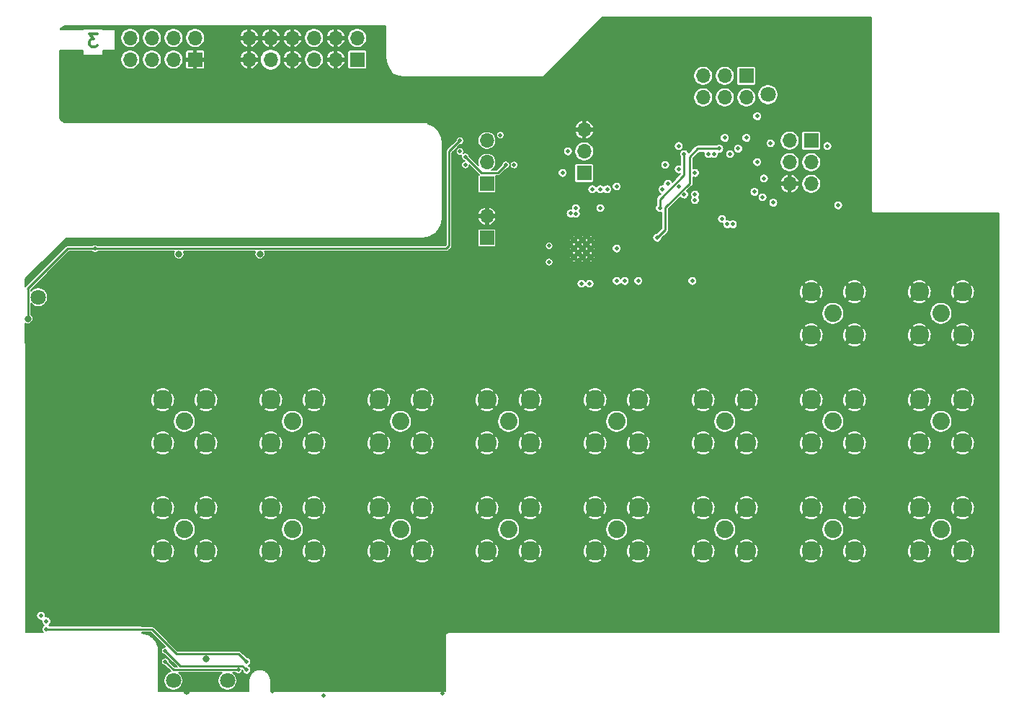
<source format=gbr>
%TF.GenerationSoftware,KiCad,Pcbnew,5.1.5*%
%TF.CreationDate,2020-03-19T15:27:56+01:00*%
%TF.ProjectId,PCIe-Adapter,50434965-2d41-4646-9170-7465722e6b69,rev?*%
%TF.SameCoordinates,Original*%
%TF.FileFunction,Copper,L3,Inr*%
%TF.FilePolarity,Positive*%
%FSLAX46Y46*%
G04 Gerber Fmt 4.6, Leading zero omitted, Abs format (unit mm)*
G04 Created by KiCad (PCBNEW 5.1.5) date 2020-03-19 15:27:56*
%MOMM*%
%LPD*%
G04 APERTURE LIST*
%ADD10C,0.300000*%
%ADD11C,2.250000*%
%ADD12C,2.050000*%
%ADD13O,1.700000X1.700000*%
%ADD14R,1.700000X1.700000*%
%ADD15C,0.500000*%
%ADD16C,0.800000*%
%ADD17C,1.800000*%
%ADD18C,0.254000*%
%ADD19C,0.200000*%
%ADD20C,0.150000*%
G04 APERTURE END LIST*
D10*
X124407500Y-48441071D02*
X123478928Y-48441071D01*
X123978928Y-49012500D01*
X123764642Y-49012500D01*
X123621785Y-49083928D01*
X123550357Y-49155357D01*
X123478928Y-49298214D01*
X123478928Y-49655357D01*
X123550357Y-49798214D01*
X123621785Y-49869642D01*
X123764642Y-49941071D01*
X124193214Y-49941071D01*
X124336071Y-49869642D01*
X124407500Y-49798214D01*
D11*
X132080000Y-96520000D03*
X137160000Y-91440000D03*
X144780000Y-91440000D03*
X144780000Y-109220000D03*
X132080000Y-104140000D03*
X170180000Y-96520000D03*
X157480000Y-96520000D03*
X162560000Y-91440000D03*
X144780000Y-96520000D03*
D12*
X172720000Y-106680000D03*
D11*
X137160000Y-104140000D03*
D12*
X147320000Y-106680000D03*
D11*
X162560000Y-104140000D03*
X132080000Y-91440000D03*
D12*
X134620000Y-106680000D03*
D11*
X144780000Y-104140000D03*
X137160000Y-96520000D03*
X157480000Y-104140000D03*
D12*
X160020000Y-93980000D03*
D11*
X170180000Y-109220000D03*
X149860000Y-96520000D03*
X157480000Y-109220000D03*
X149860000Y-91440000D03*
X137160000Y-109220000D03*
X149860000Y-109220000D03*
X157480000Y-91440000D03*
X175260000Y-104140000D03*
X175260000Y-91440000D03*
X162560000Y-96520000D03*
X175260000Y-96520000D03*
D12*
X172720000Y-93980000D03*
D11*
X175260000Y-109220000D03*
X162560000Y-109220000D03*
X170180000Y-104140000D03*
D12*
X134620000Y-93980000D03*
D11*
X149860000Y-104140000D03*
X132080000Y-109220000D03*
X170180000Y-91440000D03*
D12*
X160020000Y-106680000D03*
X147320000Y-93980000D03*
X210820000Y-106680000D03*
D11*
X200660000Y-104140000D03*
X195580000Y-104140000D03*
X208280000Y-109220000D03*
X195580000Y-109220000D03*
X213360000Y-104140000D03*
X213360000Y-109220000D03*
X200660000Y-109220000D03*
X208280000Y-104140000D03*
D12*
X198120000Y-106680000D03*
X210820000Y-93980000D03*
D11*
X200660000Y-91440000D03*
X195580000Y-91440000D03*
X208280000Y-96520000D03*
X195580000Y-96520000D03*
X213360000Y-91440000D03*
X213360000Y-96520000D03*
X200660000Y-96520000D03*
X208280000Y-91440000D03*
D12*
X198120000Y-93980000D03*
X223520000Y-81280000D03*
D11*
X213360000Y-78740000D03*
X208280000Y-78740000D03*
X220980000Y-83820000D03*
X208280000Y-83820000D03*
X226060000Y-78740000D03*
X226060000Y-83820000D03*
X213360000Y-83820000D03*
X220980000Y-78740000D03*
D12*
X210820000Y-81280000D03*
D11*
X226060000Y-91440000D03*
X220980000Y-91440000D03*
X220980000Y-96520000D03*
X226060000Y-96520000D03*
D12*
X223520000Y-93980000D03*
D11*
X226060000Y-104140000D03*
X220980000Y-109220000D03*
D12*
X223520000Y-106680000D03*
D11*
X220980000Y-104140000D03*
X226060000Y-109220000D03*
X182880000Y-109220000D03*
X182880000Y-91440000D03*
X182880000Y-96520000D03*
X187960000Y-104140000D03*
D12*
X185420000Y-106680000D03*
D11*
X182880000Y-104140000D03*
D12*
X185420000Y-93980000D03*
D11*
X187960000Y-109220000D03*
X187960000Y-91440000D03*
X187960000Y-96520000D03*
D13*
X133350000Y-51435000D03*
X152400000Y-48895000D03*
X130810000Y-48895000D03*
X149860000Y-48895000D03*
X135890000Y-48895000D03*
X152400000Y-51435000D03*
X149860000Y-51435000D03*
X147320000Y-51435000D03*
X144780000Y-51435000D03*
D14*
X135890000Y-51435000D03*
D13*
X142240000Y-51435000D03*
X142240000Y-48895000D03*
X154940000Y-48895000D03*
X147320000Y-48895000D03*
D14*
X154940000Y-51435000D03*
D13*
X144780000Y-48895000D03*
X130810000Y-51435000D03*
X133350000Y-48895000D03*
X128270000Y-51435000D03*
X128270000Y-48895000D03*
D14*
X200660000Y-53340000D03*
D13*
X200660000Y-55880000D03*
X198120000Y-53340000D03*
X198120000Y-55880000D03*
X195580000Y-53340000D03*
X195580000Y-55880000D03*
D14*
X170180000Y-72390000D03*
D13*
X170180000Y-69850000D03*
X170180000Y-60960000D03*
X170180000Y-63500000D03*
D14*
X170180000Y-66040000D03*
X181610000Y-64770000D03*
D13*
X181610000Y-62230000D03*
X181610000Y-59690000D03*
D15*
X182400000Y-74660000D03*
X182400000Y-73660000D03*
X182400000Y-72660000D03*
X181400000Y-74660000D03*
X181400000Y-73660000D03*
X181400000Y-72660000D03*
X180400000Y-74660000D03*
X180400000Y-73660000D03*
X180400000Y-72660000D03*
D14*
X208280000Y-60960000D03*
D13*
X205740000Y-60960000D03*
X208280000Y-63500000D03*
X205740000Y-63500000D03*
X208280000Y-66040000D03*
X205740000Y-66040000D03*
D16*
X123507500Y-57150000D03*
X121920000Y-57150000D03*
X120332500Y-57150000D03*
X121920000Y-52070000D03*
X120332500Y-52070000D03*
X123507500Y-52070000D03*
D15*
X178752500Y-78422500D03*
X180022500Y-78740000D03*
X181292500Y-80010000D03*
X175260000Y-73342500D03*
X187642500Y-73660000D03*
X178752500Y-80010000D03*
X183515000Y-80010000D03*
X184467500Y-79057500D03*
X184467500Y-78105000D03*
X182562500Y-79057500D03*
D16*
X138112500Y-125095000D03*
X134937500Y-125730000D03*
D15*
X136842500Y-120650000D03*
X195580000Y-69532500D03*
X201295000Y-71755000D03*
X202565000Y-70485000D03*
X203517500Y-69532500D03*
X199707500Y-69850000D03*
X201930000Y-68262500D03*
X202565000Y-66675000D03*
X203517500Y-63500000D03*
X194310000Y-66675000D03*
X194627500Y-63182500D03*
X203200000Y-60325000D03*
X191770000Y-63500000D03*
D16*
X207010000Y-52705000D03*
D15*
X140017500Y-120650000D03*
D16*
X141922500Y-120967500D03*
X137477500Y-119697500D03*
X132080000Y-74295000D03*
X141605000Y-74295000D03*
X151130000Y-74295000D03*
D15*
X165100000Y-73025000D03*
X151130000Y-73025000D03*
X141605000Y-73025000D03*
X132080000Y-73025000D03*
X176212500Y-80010000D03*
X176212500Y-77470000D03*
D17*
X211772500Y-51752500D03*
D15*
X210820000Y-64770000D03*
X193675000Y-58737500D03*
X192087500Y-59690000D03*
D17*
X121602500Y-75247500D03*
D16*
X172402500Y-73660000D03*
X172402500Y-74930000D03*
X172402500Y-70167500D03*
D15*
X121602500Y-73025000D03*
D16*
X124777500Y-53657500D03*
X125730000Y-53657500D03*
X125730000Y-55562500D03*
X124777500Y-55562500D03*
X126682500Y-53657500D03*
X126682500Y-55562500D03*
D15*
X153500000Y-124250000D03*
X155500000Y-124250000D03*
X157500000Y-124250000D03*
X159500000Y-124250000D03*
X161500000Y-124250000D03*
X165000000Y-125969998D03*
X151000000Y-126250000D03*
X145000000Y-125750000D03*
X148500000Y-124250000D03*
X163500000Y-124250000D03*
X150500000Y-124250000D03*
X151500000Y-124250000D03*
D17*
X133350000Y-124460000D03*
D16*
X133985000Y-74295000D03*
D15*
X201930000Y-58102500D03*
D17*
X117475000Y-79375000D03*
D15*
X191135000Y-63817500D03*
X202733000Y-65405000D03*
D17*
X203200000Y-55562500D03*
D16*
X143510000Y-74295000D03*
D15*
X194627500Y-67945000D03*
X140970000Y-123190000D03*
X132397500Y-122237500D03*
X118427500Y-117475000D03*
X167640000Y-63817500D03*
X179070000Y-64770000D03*
D17*
X139700000Y-124460000D03*
D16*
X137160000Y-121920000D03*
D15*
X193357500Y-67310000D03*
X179705000Y-62230000D03*
X132397500Y-120967500D03*
X141922500Y-123190000D03*
X167640000Y-62865000D03*
X117792500Y-116840000D03*
X172402500Y-63817500D03*
X141922500Y-122237500D03*
X118427500Y-118427500D03*
X167005000Y-60960000D03*
X171767500Y-60325000D03*
X211455000Y-68580000D03*
D16*
X116240000Y-81915000D03*
D15*
X124142500Y-73660000D03*
X199072500Y-70802500D03*
X198437500Y-70802500D03*
X167005000Y-62230000D03*
X173355000Y-63817500D03*
X183515000Y-66675000D03*
X182562500Y-66675000D03*
X185420000Y-66357500D03*
X187960000Y-77470000D03*
X200660000Y-60642500D03*
X201612500Y-66992500D03*
X202565000Y-67627500D03*
X210185000Y-61595000D03*
X194627500Y-67310000D03*
X194310000Y-77470000D03*
X186372500Y-77470000D03*
X196215000Y-62547500D03*
X185420000Y-77470000D03*
X196850000Y-62547500D03*
X182245000Y-77787500D03*
X180022500Y-69532500D03*
X190182500Y-72390000D03*
X197485000Y-61912500D03*
X190817500Y-66675000D03*
X194627500Y-64770000D03*
X191452500Y-66040000D03*
X197802500Y-70167500D03*
X192722500Y-64335000D03*
X192722500Y-66357500D03*
X192722500Y-61595000D03*
X203517500Y-61277500D03*
X198755000Y-62547500D03*
X184318000Y-66675000D03*
X180632062Y-69557938D03*
X203835000Y-68262500D03*
X201930000Y-63500000D03*
X180644781Y-68910219D03*
X183515000Y-68897500D03*
X190500000Y-68897500D03*
X193357500Y-62547500D03*
X198120000Y-60642500D03*
X199707500Y-61912500D03*
X177482500Y-73342500D03*
X177482500Y-75247500D03*
X185420000Y-73660000D03*
X181292500Y-77787500D03*
D18*
X137546815Y-125095000D02*
X138112500Y-125095000D01*
X134937500Y-125164315D02*
X135006815Y-125095000D01*
X135006815Y-125095000D02*
X137546815Y-125095000D01*
X134937500Y-125730000D02*
X134937500Y-125164315D01*
X151500000Y-124250000D02*
X150500000Y-124250000D01*
X150500000Y-124250000D02*
X148500000Y-124250000D01*
X145000000Y-125750000D02*
X145000000Y-123922500D01*
X145327500Y-124250000D02*
X148500000Y-124250000D01*
X145000000Y-123922500D02*
X145327500Y-124250000D01*
X140970000Y-123190000D02*
X133350000Y-123190000D01*
X133350000Y-123190000D02*
X132397500Y-122237500D01*
X134152999Y-122722999D02*
X132397500Y-120967500D01*
X141455499Y-122722999D02*
X134152999Y-122722999D01*
X141922500Y-123190000D02*
X141455499Y-122722999D01*
X172402500Y-63817500D02*
X171450000Y-64770000D01*
X169545000Y-64770000D02*
X167640000Y-62865000D01*
X171450000Y-64770000D02*
X169545000Y-64770000D01*
X140987999Y-121302999D02*
X133685499Y-121302999D01*
X141922500Y-122237500D02*
X140987999Y-121302999D01*
X133685499Y-121302999D02*
X130810000Y-118427500D01*
X130810000Y-118427500D02*
X118427500Y-118427500D01*
X116205000Y-78422500D02*
X116240000Y-78457500D01*
X165735000Y-62230000D02*
X165735000Y-73342500D01*
X167005000Y-60960000D02*
X165735000Y-62230000D01*
X120967500Y-73660000D02*
X116205000Y-78422500D01*
X165735000Y-73342500D02*
X165417500Y-73660000D01*
X116240000Y-78457500D02*
X116240000Y-81915000D01*
X165417500Y-73660000D02*
X124142500Y-73660000D01*
X124142500Y-73660000D02*
X120967500Y-73660000D01*
X190182500Y-72390000D02*
X191135000Y-71437500D01*
X191135000Y-68841338D02*
X193992500Y-65983838D01*
X191135000Y-71437500D02*
X191135000Y-68841338D01*
X193992500Y-65983838D02*
X193992500Y-62865000D01*
X193992500Y-62865000D02*
X194945000Y-61912500D01*
X194945000Y-61912500D02*
X197485000Y-61912500D01*
X190500000Y-67888838D02*
X193357500Y-65031338D01*
X190500000Y-68897500D02*
X190500000Y-67888838D01*
X193357500Y-65031338D02*
X193357500Y-62547500D01*
D19*
G36*
X215300000Y-69132811D02*
G01*
X215298307Y-69150000D01*
X215305065Y-69218612D01*
X215325078Y-69284587D01*
X215357578Y-69345390D01*
X215401315Y-69398685D01*
X215435043Y-69426364D01*
X215454610Y-69442422D01*
X215515413Y-69474922D01*
X215581388Y-69494935D01*
X215650000Y-69501693D01*
X215667188Y-69500000D01*
X230300001Y-69500000D01*
X230300000Y-118800000D01*
X165667189Y-118800000D01*
X165650000Y-118798307D01*
X165632812Y-118800000D01*
X165632811Y-118800000D01*
X165581388Y-118805065D01*
X165515413Y-118825078D01*
X165454610Y-118857578D01*
X165401315Y-118901315D01*
X165357578Y-118954610D01*
X165325078Y-119015413D01*
X165305065Y-119081388D01*
X165298307Y-119150000D01*
X165300001Y-119167199D01*
X165300000Y-123492811D01*
X165300000Y-125700000D01*
X144800000Y-125700000D01*
X144800000Y-124442811D01*
X144798237Y-124424912D01*
X144798237Y-124412582D01*
X144797726Y-124407722D01*
X144777059Y-124223470D01*
X144770467Y-124192456D01*
X144764303Y-124161325D01*
X144762857Y-124156656D01*
X144706796Y-123979927D01*
X144694306Y-123950785D01*
X144682211Y-123921440D01*
X144679886Y-123917141D01*
X144590565Y-123754667D01*
X144572660Y-123728518D01*
X144555088Y-123702070D01*
X144551973Y-123698304D01*
X144432795Y-123556275D01*
X144410147Y-123534097D01*
X144387778Y-123511571D01*
X144383991Y-123508483D01*
X144239496Y-123392306D01*
X144213008Y-123374973D01*
X144186654Y-123357197D01*
X144182339Y-123354903D01*
X144018030Y-123269004D01*
X143988670Y-123257142D01*
X143959373Y-123244827D01*
X143954695Y-123243415D01*
X143776831Y-123191067D01*
X143745723Y-123185133D01*
X143714597Y-123178744D01*
X143709733Y-123178267D01*
X143610000Y-123169190D01*
X143610000Y-121176051D01*
X143609518Y-121166249D01*
X143585115Y-120918485D01*
X143581291Y-120899259D01*
X143509021Y-120661015D01*
X143501519Y-120642903D01*
X143384158Y-120423337D01*
X143373267Y-120407038D01*
X143215327Y-120214587D01*
X143208737Y-120207315D01*
X142682685Y-119681263D01*
X142675413Y-119674673D01*
X142482962Y-119516733D01*
X142466663Y-119505842D01*
X142247097Y-119388481D01*
X142228985Y-119380979D01*
X141990741Y-119308709D01*
X141971515Y-119304885D01*
X141723751Y-119280482D01*
X141713949Y-119280000D01*
X132266368Y-119280000D01*
X131126768Y-118140400D01*
X131113395Y-118124105D01*
X131048376Y-118070745D01*
X130974196Y-118031095D01*
X130893707Y-118006678D01*
X130830978Y-118000500D01*
X130830967Y-118000500D01*
X130810000Y-117998435D01*
X130789033Y-118000500D01*
X123221922Y-118000500D01*
X118556154Y-113334732D01*
X118407584Y-113153698D01*
X118299508Y-112951503D01*
X118232956Y-112732108D01*
X118210000Y-112499041D01*
X118210000Y-110282165D01*
X131235624Y-110282165D01*
X131367824Y-110462228D01*
X131623855Y-110577297D01*
X131897416Y-110640206D01*
X132177992Y-110648538D01*
X132454803Y-110601972D01*
X132717211Y-110502298D01*
X132792176Y-110462228D01*
X132924376Y-110282165D01*
X136315624Y-110282165D01*
X136447824Y-110462228D01*
X136703855Y-110577297D01*
X136977416Y-110640206D01*
X137257992Y-110648538D01*
X137534803Y-110601972D01*
X137797211Y-110502298D01*
X137872176Y-110462228D01*
X138004376Y-110282165D01*
X143935624Y-110282165D01*
X144067824Y-110462228D01*
X144323855Y-110577297D01*
X144597416Y-110640206D01*
X144877992Y-110648538D01*
X145154803Y-110601972D01*
X145417211Y-110502298D01*
X145492176Y-110462228D01*
X145624376Y-110282165D01*
X149015624Y-110282165D01*
X149147824Y-110462228D01*
X149403855Y-110577297D01*
X149677416Y-110640206D01*
X149957992Y-110648538D01*
X150234803Y-110601972D01*
X150497211Y-110502298D01*
X150572176Y-110462228D01*
X150704376Y-110282165D01*
X156635624Y-110282165D01*
X156767824Y-110462228D01*
X157023855Y-110577297D01*
X157297416Y-110640206D01*
X157577992Y-110648538D01*
X157854803Y-110601972D01*
X158117211Y-110502298D01*
X158192176Y-110462228D01*
X158324376Y-110282165D01*
X161715624Y-110282165D01*
X161847824Y-110462228D01*
X162103855Y-110577297D01*
X162377416Y-110640206D01*
X162657992Y-110648538D01*
X162934803Y-110601972D01*
X163197211Y-110502298D01*
X163272176Y-110462228D01*
X163404376Y-110282165D01*
X169335624Y-110282165D01*
X169467824Y-110462228D01*
X169723855Y-110577297D01*
X169997416Y-110640206D01*
X170277992Y-110648538D01*
X170554803Y-110601972D01*
X170817211Y-110502298D01*
X170892176Y-110462228D01*
X171024376Y-110282165D01*
X174415624Y-110282165D01*
X174547824Y-110462228D01*
X174803855Y-110577297D01*
X175077416Y-110640206D01*
X175357992Y-110648538D01*
X175634803Y-110601972D01*
X175897211Y-110502298D01*
X175972176Y-110462228D01*
X176104376Y-110282165D01*
X182035624Y-110282165D01*
X182167824Y-110462228D01*
X182423855Y-110577297D01*
X182697416Y-110640206D01*
X182977992Y-110648538D01*
X183254803Y-110601972D01*
X183517211Y-110502298D01*
X183592176Y-110462228D01*
X183724376Y-110282165D01*
X187115624Y-110282165D01*
X187247824Y-110462228D01*
X187503855Y-110577297D01*
X187777416Y-110640206D01*
X188057992Y-110648538D01*
X188334803Y-110601972D01*
X188597211Y-110502298D01*
X188672176Y-110462228D01*
X188804376Y-110282165D01*
X194735624Y-110282165D01*
X194867824Y-110462228D01*
X195123855Y-110577297D01*
X195397416Y-110640206D01*
X195677992Y-110648538D01*
X195954803Y-110601972D01*
X196217211Y-110502298D01*
X196292176Y-110462228D01*
X196424376Y-110282165D01*
X199815624Y-110282165D01*
X199947824Y-110462228D01*
X200203855Y-110577297D01*
X200477416Y-110640206D01*
X200757992Y-110648538D01*
X201034803Y-110601972D01*
X201297211Y-110502298D01*
X201372176Y-110462228D01*
X201504376Y-110282165D01*
X207435624Y-110282165D01*
X207567824Y-110462228D01*
X207823855Y-110577297D01*
X208097416Y-110640206D01*
X208377992Y-110648538D01*
X208654803Y-110601972D01*
X208917211Y-110502298D01*
X208992176Y-110462228D01*
X209124376Y-110282165D01*
X212515624Y-110282165D01*
X212647824Y-110462228D01*
X212903855Y-110577297D01*
X213177416Y-110640206D01*
X213457992Y-110648538D01*
X213734803Y-110601972D01*
X213997211Y-110502298D01*
X214072176Y-110462228D01*
X214204376Y-110282165D01*
X220135624Y-110282165D01*
X220267824Y-110462228D01*
X220523855Y-110577297D01*
X220797416Y-110640206D01*
X221077992Y-110648538D01*
X221354803Y-110601972D01*
X221617211Y-110502298D01*
X221692176Y-110462228D01*
X221824376Y-110282165D01*
X225215624Y-110282165D01*
X225347824Y-110462228D01*
X225603855Y-110577297D01*
X225877416Y-110640206D01*
X226157992Y-110648538D01*
X226434803Y-110601972D01*
X226697211Y-110502298D01*
X226772176Y-110462228D01*
X226904376Y-110282165D01*
X226060000Y-109437789D01*
X225215624Y-110282165D01*
X221824376Y-110282165D01*
X220980000Y-109437789D01*
X220135624Y-110282165D01*
X214204376Y-110282165D01*
X213360000Y-109437789D01*
X212515624Y-110282165D01*
X209124376Y-110282165D01*
X208280000Y-109437789D01*
X207435624Y-110282165D01*
X201504376Y-110282165D01*
X200660000Y-109437789D01*
X199815624Y-110282165D01*
X196424376Y-110282165D01*
X195580000Y-109437789D01*
X194735624Y-110282165D01*
X188804376Y-110282165D01*
X187960000Y-109437789D01*
X187115624Y-110282165D01*
X183724376Y-110282165D01*
X182880000Y-109437789D01*
X182035624Y-110282165D01*
X176104376Y-110282165D01*
X175260000Y-109437789D01*
X174415624Y-110282165D01*
X171024376Y-110282165D01*
X170180000Y-109437789D01*
X169335624Y-110282165D01*
X163404376Y-110282165D01*
X162560000Y-109437789D01*
X161715624Y-110282165D01*
X158324376Y-110282165D01*
X157480000Y-109437789D01*
X156635624Y-110282165D01*
X150704376Y-110282165D01*
X149860000Y-109437789D01*
X149015624Y-110282165D01*
X145624376Y-110282165D01*
X144780000Y-109437789D01*
X143935624Y-110282165D01*
X138004376Y-110282165D01*
X137160000Y-109437789D01*
X136315624Y-110282165D01*
X132924376Y-110282165D01*
X132080000Y-109437789D01*
X131235624Y-110282165D01*
X118210000Y-110282165D01*
X118210000Y-109317992D01*
X130651462Y-109317992D01*
X130698028Y-109594803D01*
X130797702Y-109857211D01*
X130837772Y-109932176D01*
X131017835Y-110064376D01*
X131862211Y-109220000D01*
X132297789Y-109220000D01*
X133142165Y-110064376D01*
X133322228Y-109932176D01*
X133437297Y-109676145D01*
X133500206Y-109402584D01*
X133502718Y-109317992D01*
X135731462Y-109317992D01*
X135778028Y-109594803D01*
X135877702Y-109857211D01*
X135917772Y-109932176D01*
X136097835Y-110064376D01*
X136942211Y-109220000D01*
X137377789Y-109220000D01*
X138222165Y-110064376D01*
X138402228Y-109932176D01*
X138517297Y-109676145D01*
X138580206Y-109402584D01*
X138582718Y-109317992D01*
X143351462Y-109317992D01*
X143398028Y-109594803D01*
X143497702Y-109857211D01*
X143537772Y-109932176D01*
X143717835Y-110064376D01*
X144562211Y-109220000D01*
X144997789Y-109220000D01*
X145842165Y-110064376D01*
X146022228Y-109932176D01*
X146137297Y-109676145D01*
X146200206Y-109402584D01*
X146202718Y-109317992D01*
X148431462Y-109317992D01*
X148478028Y-109594803D01*
X148577702Y-109857211D01*
X148617772Y-109932176D01*
X148797835Y-110064376D01*
X149642211Y-109220000D01*
X150077789Y-109220000D01*
X150922165Y-110064376D01*
X151102228Y-109932176D01*
X151217297Y-109676145D01*
X151280206Y-109402584D01*
X151282718Y-109317992D01*
X156051462Y-109317992D01*
X156098028Y-109594803D01*
X156197702Y-109857211D01*
X156237772Y-109932176D01*
X156417835Y-110064376D01*
X157262211Y-109220000D01*
X157697789Y-109220000D01*
X158542165Y-110064376D01*
X158722228Y-109932176D01*
X158837297Y-109676145D01*
X158900206Y-109402584D01*
X158902718Y-109317992D01*
X161131462Y-109317992D01*
X161178028Y-109594803D01*
X161277702Y-109857211D01*
X161317772Y-109932176D01*
X161497835Y-110064376D01*
X162342211Y-109220000D01*
X162777789Y-109220000D01*
X163622165Y-110064376D01*
X163802228Y-109932176D01*
X163917297Y-109676145D01*
X163980206Y-109402584D01*
X163982718Y-109317992D01*
X168751462Y-109317992D01*
X168798028Y-109594803D01*
X168897702Y-109857211D01*
X168937772Y-109932176D01*
X169117835Y-110064376D01*
X169962211Y-109220000D01*
X170397789Y-109220000D01*
X171242165Y-110064376D01*
X171422228Y-109932176D01*
X171537297Y-109676145D01*
X171600206Y-109402584D01*
X171602718Y-109317992D01*
X173831462Y-109317992D01*
X173878028Y-109594803D01*
X173977702Y-109857211D01*
X174017772Y-109932176D01*
X174197835Y-110064376D01*
X175042211Y-109220000D01*
X175477789Y-109220000D01*
X176322165Y-110064376D01*
X176502228Y-109932176D01*
X176617297Y-109676145D01*
X176680206Y-109402584D01*
X176682718Y-109317992D01*
X181451462Y-109317992D01*
X181498028Y-109594803D01*
X181597702Y-109857211D01*
X181637772Y-109932176D01*
X181817835Y-110064376D01*
X182662211Y-109220000D01*
X183097789Y-109220000D01*
X183942165Y-110064376D01*
X184122228Y-109932176D01*
X184237297Y-109676145D01*
X184300206Y-109402584D01*
X184302718Y-109317992D01*
X186531462Y-109317992D01*
X186578028Y-109594803D01*
X186677702Y-109857211D01*
X186717772Y-109932176D01*
X186897835Y-110064376D01*
X187742211Y-109220000D01*
X188177789Y-109220000D01*
X189022165Y-110064376D01*
X189202228Y-109932176D01*
X189317297Y-109676145D01*
X189380206Y-109402584D01*
X189382718Y-109317992D01*
X194151462Y-109317992D01*
X194198028Y-109594803D01*
X194297702Y-109857211D01*
X194337772Y-109932176D01*
X194517835Y-110064376D01*
X195362211Y-109220000D01*
X195797789Y-109220000D01*
X196642165Y-110064376D01*
X196822228Y-109932176D01*
X196937297Y-109676145D01*
X197000206Y-109402584D01*
X197002718Y-109317992D01*
X199231462Y-109317992D01*
X199278028Y-109594803D01*
X199377702Y-109857211D01*
X199417772Y-109932176D01*
X199597835Y-110064376D01*
X200442211Y-109220000D01*
X200877789Y-109220000D01*
X201722165Y-110064376D01*
X201902228Y-109932176D01*
X202017297Y-109676145D01*
X202080206Y-109402584D01*
X202082718Y-109317992D01*
X206851462Y-109317992D01*
X206898028Y-109594803D01*
X206997702Y-109857211D01*
X207037772Y-109932176D01*
X207217835Y-110064376D01*
X208062211Y-109220000D01*
X208497789Y-109220000D01*
X209342165Y-110064376D01*
X209522228Y-109932176D01*
X209637297Y-109676145D01*
X209700206Y-109402584D01*
X209702718Y-109317992D01*
X211931462Y-109317992D01*
X211978028Y-109594803D01*
X212077702Y-109857211D01*
X212117772Y-109932176D01*
X212297835Y-110064376D01*
X213142211Y-109220000D01*
X213577789Y-109220000D01*
X214422165Y-110064376D01*
X214602228Y-109932176D01*
X214717297Y-109676145D01*
X214780206Y-109402584D01*
X214782718Y-109317992D01*
X219551462Y-109317992D01*
X219598028Y-109594803D01*
X219697702Y-109857211D01*
X219737772Y-109932176D01*
X219917835Y-110064376D01*
X220762211Y-109220000D01*
X221197789Y-109220000D01*
X222042165Y-110064376D01*
X222222228Y-109932176D01*
X222337297Y-109676145D01*
X222400206Y-109402584D01*
X222402718Y-109317992D01*
X224631462Y-109317992D01*
X224678028Y-109594803D01*
X224777702Y-109857211D01*
X224817772Y-109932176D01*
X224997835Y-110064376D01*
X225842211Y-109220000D01*
X226277789Y-109220000D01*
X227122165Y-110064376D01*
X227302228Y-109932176D01*
X227417297Y-109676145D01*
X227480206Y-109402584D01*
X227488538Y-109122008D01*
X227441972Y-108845197D01*
X227342298Y-108582789D01*
X227302228Y-108507824D01*
X227122165Y-108375624D01*
X226277789Y-109220000D01*
X225842211Y-109220000D01*
X224997835Y-108375624D01*
X224817772Y-108507824D01*
X224702703Y-108763855D01*
X224639794Y-109037416D01*
X224631462Y-109317992D01*
X222402718Y-109317992D01*
X222408538Y-109122008D01*
X222361972Y-108845197D01*
X222262298Y-108582789D01*
X222222228Y-108507824D01*
X222042165Y-108375624D01*
X221197789Y-109220000D01*
X220762211Y-109220000D01*
X219917835Y-108375624D01*
X219737772Y-108507824D01*
X219622703Y-108763855D01*
X219559794Y-109037416D01*
X219551462Y-109317992D01*
X214782718Y-109317992D01*
X214788538Y-109122008D01*
X214741972Y-108845197D01*
X214642298Y-108582789D01*
X214602228Y-108507824D01*
X214422165Y-108375624D01*
X213577789Y-109220000D01*
X213142211Y-109220000D01*
X212297835Y-108375624D01*
X212117772Y-108507824D01*
X212002703Y-108763855D01*
X211939794Y-109037416D01*
X211931462Y-109317992D01*
X209702718Y-109317992D01*
X209708538Y-109122008D01*
X209661972Y-108845197D01*
X209562298Y-108582789D01*
X209522228Y-108507824D01*
X209342165Y-108375624D01*
X208497789Y-109220000D01*
X208062211Y-109220000D01*
X207217835Y-108375624D01*
X207037772Y-108507824D01*
X206922703Y-108763855D01*
X206859794Y-109037416D01*
X206851462Y-109317992D01*
X202082718Y-109317992D01*
X202088538Y-109122008D01*
X202041972Y-108845197D01*
X201942298Y-108582789D01*
X201902228Y-108507824D01*
X201722165Y-108375624D01*
X200877789Y-109220000D01*
X200442211Y-109220000D01*
X199597835Y-108375624D01*
X199417772Y-108507824D01*
X199302703Y-108763855D01*
X199239794Y-109037416D01*
X199231462Y-109317992D01*
X197002718Y-109317992D01*
X197008538Y-109122008D01*
X196961972Y-108845197D01*
X196862298Y-108582789D01*
X196822228Y-108507824D01*
X196642165Y-108375624D01*
X195797789Y-109220000D01*
X195362211Y-109220000D01*
X194517835Y-108375624D01*
X194337772Y-108507824D01*
X194222703Y-108763855D01*
X194159794Y-109037416D01*
X194151462Y-109317992D01*
X189382718Y-109317992D01*
X189388538Y-109122008D01*
X189341972Y-108845197D01*
X189242298Y-108582789D01*
X189202228Y-108507824D01*
X189022165Y-108375624D01*
X188177789Y-109220000D01*
X187742211Y-109220000D01*
X186897835Y-108375624D01*
X186717772Y-108507824D01*
X186602703Y-108763855D01*
X186539794Y-109037416D01*
X186531462Y-109317992D01*
X184302718Y-109317992D01*
X184308538Y-109122008D01*
X184261972Y-108845197D01*
X184162298Y-108582789D01*
X184122228Y-108507824D01*
X183942165Y-108375624D01*
X183097789Y-109220000D01*
X182662211Y-109220000D01*
X181817835Y-108375624D01*
X181637772Y-108507824D01*
X181522703Y-108763855D01*
X181459794Y-109037416D01*
X181451462Y-109317992D01*
X176682718Y-109317992D01*
X176688538Y-109122008D01*
X176641972Y-108845197D01*
X176542298Y-108582789D01*
X176502228Y-108507824D01*
X176322165Y-108375624D01*
X175477789Y-109220000D01*
X175042211Y-109220000D01*
X174197835Y-108375624D01*
X174017772Y-108507824D01*
X173902703Y-108763855D01*
X173839794Y-109037416D01*
X173831462Y-109317992D01*
X171602718Y-109317992D01*
X171608538Y-109122008D01*
X171561972Y-108845197D01*
X171462298Y-108582789D01*
X171422228Y-108507824D01*
X171242165Y-108375624D01*
X170397789Y-109220000D01*
X169962211Y-109220000D01*
X169117835Y-108375624D01*
X168937772Y-108507824D01*
X168822703Y-108763855D01*
X168759794Y-109037416D01*
X168751462Y-109317992D01*
X163982718Y-109317992D01*
X163988538Y-109122008D01*
X163941972Y-108845197D01*
X163842298Y-108582789D01*
X163802228Y-108507824D01*
X163622165Y-108375624D01*
X162777789Y-109220000D01*
X162342211Y-109220000D01*
X161497835Y-108375624D01*
X161317772Y-108507824D01*
X161202703Y-108763855D01*
X161139794Y-109037416D01*
X161131462Y-109317992D01*
X158902718Y-109317992D01*
X158908538Y-109122008D01*
X158861972Y-108845197D01*
X158762298Y-108582789D01*
X158722228Y-108507824D01*
X158542165Y-108375624D01*
X157697789Y-109220000D01*
X157262211Y-109220000D01*
X156417835Y-108375624D01*
X156237772Y-108507824D01*
X156122703Y-108763855D01*
X156059794Y-109037416D01*
X156051462Y-109317992D01*
X151282718Y-109317992D01*
X151288538Y-109122008D01*
X151241972Y-108845197D01*
X151142298Y-108582789D01*
X151102228Y-108507824D01*
X150922165Y-108375624D01*
X150077789Y-109220000D01*
X149642211Y-109220000D01*
X148797835Y-108375624D01*
X148617772Y-108507824D01*
X148502703Y-108763855D01*
X148439794Y-109037416D01*
X148431462Y-109317992D01*
X146202718Y-109317992D01*
X146208538Y-109122008D01*
X146161972Y-108845197D01*
X146062298Y-108582789D01*
X146022228Y-108507824D01*
X145842165Y-108375624D01*
X144997789Y-109220000D01*
X144562211Y-109220000D01*
X143717835Y-108375624D01*
X143537772Y-108507824D01*
X143422703Y-108763855D01*
X143359794Y-109037416D01*
X143351462Y-109317992D01*
X138582718Y-109317992D01*
X138588538Y-109122008D01*
X138541972Y-108845197D01*
X138442298Y-108582789D01*
X138402228Y-108507824D01*
X138222165Y-108375624D01*
X137377789Y-109220000D01*
X136942211Y-109220000D01*
X136097835Y-108375624D01*
X135917772Y-108507824D01*
X135802703Y-108763855D01*
X135739794Y-109037416D01*
X135731462Y-109317992D01*
X133502718Y-109317992D01*
X133508538Y-109122008D01*
X133461972Y-108845197D01*
X133362298Y-108582789D01*
X133322228Y-108507824D01*
X133142165Y-108375624D01*
X132297789Y-109220000D01*
X131862211Y-109220000D01*
X131017835Y-108375624D01*
X130837772Y-108507824D01*
X130722703Y-108763855D01*
X130659794Y-109037416D01*
X130651462Y-109317992D01*
X118210000Y-109317992D01*
X118210000Y-108157835D01*
X131235624Y-108157835D01*
X132080000Y-109002211D01*
X132924376Y-108157835D01*
X136315624Y-108157835D01*
X137160000Y-109002211D01*
X138004376Y-108157835D01*
X143935624Y-108157835D01*
X144780000Y-109002211D01*
X145624376Y-108157835D01*
X149015624Y-108157835D01*
X149860000Y-109002211D01*
X150704376Y-108157835D01*
X156635624Y-108157835D01*
X157480000Y-109002211D01*
X158324376Y-108157835D01*
X161715624Y-108157835D01*
X162560000Y-109002211D01*
X163404376Y-108157835D01*
X169335624Y-108157835D01*
X170180000Y-109002211D01*
X171024376Y-108157835D01*
X174415624Y-108157835D01*
X175260000Y-109002211D01*
X176104376Y-108157835D01*
X182035624Y-108157835D01*
X182880000Y-109002211D01*
X183724376Y-108157835D01*
X187115624Y-108157835D01*
X187960000Y-109002211D01*
X188804376Y-108157835D01*
X194735624Y-108157835D01*
X195580000Y-109002211D01*
X196424376Y-108157835D01*
X199815624Y-108157835D01*
X200660000Y-109002211D01*
X201504376Y-108157835D01*
X207435624Y-108157835D01*
X208280000Y-109002211D01*
X209124376Y-108157835D01*
X212515624Y-108157835D01*
X213360000Y-109002211D01*
X214204376Y-108157835D01*
X220135624Y-108157835D01*
X220980000Y-109002211D01*
X221824376Y-108157835D01*
X225215624Y-108157835D01*
X226060000Y-109002211D01*
X226904376Y-108157835D01*
X226772176Y-107977772D01*
X226516145Y-107862703D01*
X226242584Y-107799794D01*
X225962008Y-107791462D01*
X225685197Y-107838028D01*
X225422789Y-107937702D01*
X225347824Y-107977772D01*
X225215624Y-108157835D01*
X221824376Y-108157835D01*
X221692176Y-107977772D01*
X221436145Y-107862703D01*
X221162584Y-107799794D01*
X220882008Y-107791462D01*
X220605197Y-107838028D01*
X220342789Y-107937702D01*
X220267824Y-107977772D01*
X220135624Y-108157835D01*
X214204376Y-108157835D01*
X214072176Y-107977772D01*
X213816145Y-107862703D01*
X213542584Y-107799794D01*
X213262008Y-107791462D01*
X212985197Y-107838028D01*
X212722789Y-107937702D01*
X212647824Y-107977772D01*
X212515624Y-108157835D01*
X209124376Y-108157835D01*
X208992176Y-107977772D01*
X208736145Y-107862703D01*
X208462584Y-107799794D01*
X208182008Y-107791462D01*
X207905197Y-107838028D01*
X207642789Y-107937702D01*
X207567824Y-107977772D01*
X207435624Y-108157835D01*
X201504376Y-108157835D01*
X201372176Y-107977772D01*
X201116145Y-107862703D01*
X200842584Y-107799794D01*
X200562008Y-107791462D01*
X200285197Y-107838028D01*
X200022789Y-107937702D01*
X199947824Y-107977772D01*
X199815624Y-108157835D01*
X196424376Y-108157835D01*
X196292176Y-107977772D01*
X196036145Y-107862703D01*
X195762584Y-107799794D01*
X195482008Y-107791462D01*
X195205197Y-107838028D01*
X194942789Y-107937702D01*
X194867824Y-107977772D01*
X194735624Y-108157835D01*
X188804376Y-108157835D01*
X188672176Y-107977772D01*
X188416145Y-107862703D01*
X188142584Y-107799794D01*
X187862008Y-107791462D01*
X187585197Y-107838028D01*
X187322789Y-107937702D01*
X187247824Y-107977772D01*
X187115624Y-108157835D01*
X183724376Y-108157835D01*
X183592176Y-107977772D01*
X183336145Y-107862703D01*
X183062584Y-107799794D01*
X182782008Y-107791462D01*
X182505197Y-107838028D01*
X182242789Y-107937702D01*
X182167824Y-107977772D01*
X182035624Y-108157835D01*
X176104376Y-108157835D01*
X175972176Y-107977772D01*
X175716145Y-107862703D01*
X175442584Y-107799794D01*
X175162008Y-107791462D01*
X174885197Y-107838028D01*
X174622789Y-107937702D01*
X174547824Y-107977772D01*
X174415624Y-108157835D01*
X171024376Y-108157835D01*
X170892176Y-107977772D01*
X170636145Y-107862703D01*
X170362584Y-107799794D01*
X170082008Y-107791462D01*
X169805197Y-107838028D01*
X169542789Y-107937702D01*
X169467824Y-107977772D01*
X169335624Y-108157835D01*
X163404376Y-108157835D01*
X163272176Y-107977772D01*
X163016145Y-107862703D01*
X162742584Y-107799794D01*
X162462008Y-107791462D01*
X162185197Y-107838028D01*
X161922789Y-107937702D01*
X161847824Y-107977772D01*
X161715624Y-108157835D01*
X158324376Y-108157835D01*
X158192176Y-107977772D01*
X157936145Y-107862703D01*
X157662584Y-107799794D01*
X157382008Y-107791462D01*
X157105197Y-107838028D01*
X156842789Y-107937702D01*
X156767824Y-107977772D01*
X156635624Y-108157835D01*
X150704376Y-108157835D01*
X150572176Y-107977772D01*
X150316145Y-107862703D01*
X150042584Y-107799794D01*
X149762008Y-107791462D01*
X149485197Y-107838028D01*
X149222789Y-107937702D01*
X149147824Y-107977772D01*
X149015624Y-108157835D01*
X145624376Y-108157835D01*
X145492176Y-107977772D01*
X145236145Y-107862703D01*
X144962584Y-107799794D01*
X144682008Y-107791462D01*
X144405197Y-107838028D01*
X144142789Y-107937702D01*
X144067824Y-107977772D01*
X143935624Y-108157835D01*
X138004376Y-108157835D01*
X137872176Y-107977772D01*
X137616145Y-107862703D01*
X137342584Y-107799794D01*
X137062008Y-107791462D01*
X136785197Y-107838028D01*
X136522789Y-107937702D01*
X136447824Y-107977772D01*
X136315624Y-108157835D01*
X132924376Y-108157835D01*
X132792176Y-107977772D01*
X132536145Y-107862703D01*
X132262584Y-107799794D01*
X131982008Y-107791462D01*
X131705197Y-107838028D01*
X131442789Y-107937702D01*
X131367824Y-107977772D01*
X131235624Y-108157835D01*
X118210000Y-108157835D01*
X118210000Y-106549499D01*
X133295000Y-106549499D01*
X133295000Y-106810501D01*
X133345919Y-107066488D01*
X133445800Y-107307623D01*
X133590805Y-107524638D01*
X133775362Y-107709195D01*
X133992377Y-107854200D01*
X134233512Y-107954081D01*
X134489499Y-108005000D01*
X134750501Y-108005000D01*
X135006488Y-107954081D01*
X135247623Y-107854200D01*
X135464638Y-107709195D01*
X135649195Y-107524638D01*
X135794200Y-107307623D01*
X135894081Y-107066488D01*
X135945000Y-106810501D01*
X135945000Y-106549499D01*
X145995000Y-106549499D01*
X145995000Y-106810501D01*
X146045919Y-107066488D01*
X146145800Y-107307623D01*
X146290805Y-107524638D01*
X146475362Y-107709195D01*
X146692377Y-107854200D01*
X146933512Y-107954081D01*
X147189499Y-108005000D01*
X147450501Y-108005000D01*
X147706488Y-107954081D01*
X147947623Y-107854200D01*
X148164638Y-107709195D01*
X148349195Y-107524638D01*
X148494200Y-107307623D01*
X148594081Y-107066488D01*
X148645000Y-106810501D01*
X148645000Y-106549499D01*
X158695000Y-106549499D01*
X158695000Y-106810501D01*
X158745919Y-107066488D01*
X158845800Y-107307623D01*
X158990805Y-107524638D01*
X159175362Y-107709195D01*
X159392377Y-107854200D01*
X159633512Y-107954081D01*
X159889499Y-108005000D01*
X160150501Y-108005000D01*
X160406488Y-107954081D01*
X160647623Y-107854200D01*
X160864638Y-107709195D01*
X161049195Y-107524638D01*
X161194200Y-107307623D01*
X161294081Y-107066488D01*
X161345000Y-106810501D01*
X161345000Y-106549499D01*
X171395000Y-106549499D01*
X171395000Y-106810501D01*
X171445919Y-107066488D01*
X171545800Y-107307623D01*
X171690805Y-107524638D01*
X171875362Y-107709195D01*
X172092377Y-107854200D01*
X172333512Y-107954081D01*
X172589499Y-108005000D01*
X172850501Y-108005000D01*
X173106488Y-107954081D01*
X173347623Y-107854200D01*
X173564638Y-107709195D01*
X173749195Y-107524638D01*
X173894200Y-107307623D01*
X173994081Y-107066488D01*
X174045000Y-106810501D01*
X174045000Y-106549499D01*
X184095000Y-106549499D01*
X184095000Y-106810501D01*
X184145919Y-107066488D01*
X184245800Y-107307623D01*
X184390805Y-107524638D01*
X184575362Y-107709195D01*
X184792377Y-107854200D01*
X185033512Y-107954081D01*
X185289499Y-108005000D01*
X185550501Y-108005000D01*
X185806488Y-107954081D01*
X186047623Y-107854200D01*
X186264638Y-107709195D01*
X186449195Y-107524638D01*
X186594200Y-107307623D01*
X186694081Y-107066488D01*
X186745000Y-106810501D01*
X186745000Y-106549499D01*
X196795000Y-106549499D01*
X196795000Y-106810501D01*
X196845919Y-107066488D01*
X196945800Y-107307623D01*
X197090805Y-107524638D01*
X197275362Y-107709195D01*
X197492377Y-107854200D01*
X197733512Y-107954081D01*
X197989499Y-108005000D01*
X198250501Y-108005000D01*
X198506488Y-107954081D01*
X198747623Y-107854200D01*
X198964638Y-107709195D01*
X199149195Y-107524638D01*
X199294200Y-107307623D01*
X199394081Y-107066488D01*
X199445000Y-106810501D01*
X199445000Y-106549499D01*
X209495000Y-106549499D01*
X209495000Y-106810501D01*
X209545919Y-107066488D01*
X209645800Y-107307623D01*
X209790805Y-107524638D01*
X209975362Y-107709195D01*
X210192377Y-107854200D01*
X210433512Y-107954081D01*
X210689499Y-108005000D01*
X210950501Y-108005000D01*
X211206488Y-107954081D01*
X211447623Y-107854200D01*
X211664638Y-107709195D01*
X211849195Y-107524638D01*
X211994200Y-107307623D01*
X212094081Y-107066488D01*
X212145000Y-106810501D01*
X212145000Y-106549499D01*
X222195000Y-106549499D01*
X222195000Y-106810501D01*
X222245919Y-107066488D01*
X222345800Y-107307623D01*
X222490805Y-107524638D01*
X222675362Y-107709195D01*
X222892377Y-107854200D01*
X223133512Y-107954081D01*
X223389499Y-108005000D01*
X223650501Y-108005000D01*
X223906488Y-107954081D01*
X224147623Y-107854200D01*
X224364638Y-107709195D01*
X224549195Y-107524638D01*
X224694200Y-107307623D01*
X224794081Y-107066488D01*
X224845000Y-106810501D01*
X224845000Y-106549499D01*
X224794081Y-106293512D01*
X224694200Y-106052377D01*
X224549195Y-105835362D01*
X224364638Y-105650805D01*
X224147623Y-105505800D01*
X223906488Y-105405919D01*
X223650501Y-105355000D01*
X223389499Y-105355000D01*
X223133512Y-105405919D01*
X222892377Y-105505800D01*
X222675362Y-105650805D01*
X222490805Y-105835362D01*
X222345800Y-106052377D01*
X222245919Y-106293512D01*
X222195000Y-106549499D01*
X212145000Y-106549499D01*
X212094081Y-106293512D01*
X211994200Y-106052377D01*
X211849195Y-105835362D01*
X211664638Y-105650805D01*
X211447623Y-105505800D01*
X211206488Y-105405919D01*
X210950501Y-105355000D01*
X210689499Y-105355000D01*
X210433512Y-105405919D01*
X210192377Y-105505800D01*
X209975362Y-105650805D01*
X209790805Y-105835362D01*
X209645800Y-106052377D01*
X209545919Y-106293512D01*
X209495000Y-106549499D01*
X199445000Y-106549499D01*
X199394081Y-106293512D01*
X199294200Y-106052377D01*
X199149195Y-105835362D01*
X198964638Y-105650805D01*
X198747623Y-105505800D01*
X198506488Y-105405919D01*
X198250501Y-105355000D01*
X197989499Y-105355000D01*
X197733512Y-105405919D01*
X197492377Y-105505800D01*
X197275362Y-105650805D01*
X197090805Y-105835362D01*
X196945800Y-106052377D01*
X196845919Y-106293512D01*
X196795000Y-106549499D01*
X186745000Y-106549499D01*
X186694081Y-106293512D01*
X186594200Y-106052377D01*
X186449195Y-105835362D01*
X186264638Y-105650805D01*
X186047623Y-105505800D01*
X185806488Y-105405919D01*
X185550501Y-105355000D01*
X185289499Y-105355000D01*
X185033512Y-105405919D01*
X184792377Y-105505800D01*
X184575362Y-105650805D01*
X184390805Y-105835362D01*
X184245800Y-106052377D01*
X184145919Y-106293512D01*
X184095000Y-106549499D01*
X174045000Y-106549499D01*
X173994081Y-106293512D01*
X173894200Y-106052377D01*
X173749195Y-105835362D01*
X173564638Y-105650805D01*
X173347623Y-105505800D01*
X173106488Y-105405919D01*
X172850501Y-105355000D01*
X172589499Y-105355000D01*
X172333512Y-105405919D01*
X172092377Y-105505800D01*
X171875362Y-105650805D01*
X171690805Y-105835362D01*
X171545800Y-106052377D01*
X171445919Y-106293512D01*
X171395000Y-106549499D01*
X161345000Y-106549499D01*
X161294081Y-106293512D01*
X161194200Y-106052377D01*
X161049195Y-105835362D01*
X160864638Y-105650805D01*
X160647623Y-105505800D01*
X160406488Y-105405919D01*
X160150501Y-105355000D01*
X159889499Y-105355000D01*
X159633512Y-105405919D01*
X159392377Y-105505800D01*
X159175362Y-105650805D01*
X158990805Y-105835362D01*
X158845800Y-106052377D01*
X158745919Y-106293512D01*
X158695000Y-106549499D01*
X148645000Y-106549499D01*
X148594081Y-106293512D01*
X148494200Y-106052377D01*
X148349195Y-105835362D01*
X148164638Y-105650805D01*
X147947623Y-105505800D01*
X147706488Y-105405919D01*
X147450501Y-105355000D01*
X147189499Y-105355000D01*
X146933512Y-105405919D01*
X146692377Y-105505800D01*
X146475362Y-105650805D01*
X146290805Y-105835362D01*
X146145800Y-106052377D01*
X146045919Y-106293512D01*
X145995000Y-106549499D01*
X135945000Y-106549499D01*
X135894081Y-106293512D01*
X135794200Y-106052377D01*
X135649195Y-105835362D01*
X135464638Y-105650805D01*
X135247623Y-105505800D01*
X135006488Y-105405919D01*
X134750501Y-105355000D01*
X134489499Y-105355000D01*
X134233512Y-105405919D01*
X133992377Y-105505800D01*
X133775362Y-105650805D01*
X133590805Y-105835362D01*
X133445800Y-106052377D01*
X133345919Y-106293512D01*
X133295000Y-106549499D01*
X118210000Y-106549499D01*
X118210000Y-105202165D01*
X131235624Y-105202165D01*
X131367824Y-105382228D01*
X131623855Y-105497297D01*
X131897416Y-105560206D01*
X132177992Y-105568538D01*
X132454803Y-105521972D01*
X132717211Y-105422298D01*
X132792176Y-105382228D01*
X132924376Y-105202165D01*
X136315624Y-105202165D01*
X136447824Y-105382228D01*
X136703855Y-105497297D01*
X136977416Y-105560206D01*
X137257992Y-105568538D01*
X137534803Y-105521972D01*
X137797211Y-105422298D01*
X137872176Y-105382228D01*
X138004376Y-105202165D01*
X143935624Y-105202165D01*
X144067824Y-105382228D01*
X144323855Y-105497297D01*
X144597416Y-105560206D01*
X144877992Y-105568538D01*
X145154803Y-105521972D01*
X145417211Y-105422298D01*
X145492176Y-105382228D01*
X145624376Y-105202165D01*
X149015624Y-105202165D01*
X149147824Y-105382228D01*
X149403855Y-105497297D01*
X149677416Y-105560206D01*
X149957992Y-105568538D01*
X150234803Y-105521972D01*
X150497211Y-105422298D01*
X150572176Y-105382228D01*
X150704376Y-105202165D01*
X156635624Y-105202165D01*
X156767824Y-105382228D01*
X157023855Y-105497297D01*
X157297416Y-105560206D01*
X157577992Y-105568538D01*
X157854803Y-105521972D01*
X158117211Y-105422298D01*
X158192176Y-105382228D01*
X158324376Y-105202165D01*
X161715624Y-105202165D01*
X161847824Y-105382228D01*
X162103855Y-105497297D01*
X162377416Y-105560206D01*
X162657992Y-105568538D01*
X162934803Y-105521972D01*
X163197211Y-105422298D01*
X163272176Y-105382228D01*
X163404376Y-105202165D01*
X169335624Y-105202165D01*
X169467824Y-105382228D01*
X169723855Y-105497297D01*
X169997416Y-105560206D01*
X170277992Y-105568538D01*
X170554803Y-105521972D01*
X170817211Y-105422298D01*
X170892176Y-105382228D01*
X171024376Y-105202165D01*
X174415624Y-105202165D01*
X174547824Y-105382228D01*
X174803855Y-105497297D01*
X175077416Y-105560206D01*
X175357992Y-105568538D01*
X175634803Y-105521972D01*
X175897211Y-105422298D01*
X175972176Y-105382228D01*
X176104376Y-105202165D01*
X182035624Y-105202165D01*
X182167824Y-105382228D01*
X182423855Y-105497297D01*
X182697416Y-105560206D01*
X182977992Y-105568538D01*
X183254803Y-105521972D01*
X183517211Y-105422298D01*
X183592176Y-105382228D01*
X183724376Y-105202165D01*
X187115624Y-105202165D01*
X187247824Y-105382228D01*
X187503855Y-105497297D01*
X187777416Y-105560206D01*
X188057992Y-105568538D01*
X188334803Y-105521972D01*
X188597211Y-105422298D01*
X188672176Y-105382228D01*
X188804376Y-105202165D01*
X194735624Y-105202165D01*
X194867824Y-105382228D01*
X195123855Y-105497297D01*
X195397416Y-105560206D01*
X195677992Y-105568538D01*
X195954803Y-105521972D01*
X196217211Y-105422298D01*
X196292176Y-105382228D01*
X196424376Y-105202165D01*
X199815624Y-105202165D01*
X199947824Y-105382228D01*
X200203855Y-105497297D01*
X200477416Y-105560206D01*
X200757992Y-105568538D01*
X201034803Y-105521972D01*
X201297211Y-105422298D01*
X201372176Y-105382228D01*
X201504376Y-105202165D01*
X207435624Y-105202165D01*
X207567824Y-105382228D01*
X207823855Y-105497297D01*
X208097416Y-105560206D01*
X208377992Y-105568538D01*
X208654803Y-105521972D01*
X208917211Y-105422298D01*
X208992176Y-105382228D01*
X209124376Y-105202165D01*
X212515624Y-105202165D01*
X212647824Y-105382228D01*
X212903855Y-105497297D01*
X213177416Y-105560206D01*
X213457992Y-105568538D01*
X213734803Y-105521972D01*
X213997211Y-105422298D01*
X214072176Y-105382228D01*
X214204376Y-105202165D01*
X220135624Y-105202165D01*
X220267824Y-105382228D01*
X220523855Y-105497297D01*
X220797416Y-105560206D01*
X221077992Y-105568538D01*
X221354803Y-105521972D01*
X221617211Y-105422298D01*
X221692176Y-105382228D01*
X221824376Y-105202165D01*
X225215624Y-105202165D01*
X225347824Y-105382228D01*
X225603855Y-105497297D01*
X225877416Y-105560206D01*
X226157992Y-105568538D01*
X226434803Y-105521972D01*
X226697211Y-105422298D01*
X226772176Y-105382228D01*
X226904376Y-105202165D01*
X226060000Y-104357789D01*
X225215624Y-105202165D01*
X221824376Y-105202165D01*
X220980000Y-104357789D01*
X220135624Y-105202165D01*
X214204376Y-105202165D01*
X213360000Y-104357789D01*
X212515624Y-105202165D01*
X209124376Y-105202165D01*
X208280000Y-104357789D01*
X207435624Y-105202165D01*
X201504376Y-105202165D01*
X200660000Y-104357789D01*
X199815624Y-105202165D01*
X196424376Y-105202165D01*
X195580000Y-104357789D01*
X194735624Y-105202165D01*
X188804376Y-105202165D01*
X187960000Y-104357789D01*
X187115624Y-105202165D01*
X183724376Y-105202165D01*
X182880000Y-104357789D01*
X182035624Y-105202165D01*
X176104376Y-105202165D01*
X175260000Y-104357789D01*
X174415624Y-105202165D01*
X171024376Y-105202165D01*
X170180000Y-104357789D01*
X169335624Y-105202165D01*
X163404376Y-105202165D01*
X162560000Y-104357789D01*
X161715624Y-105202165D01*
X158324376Y-105202165D01*
X157480000Y-104357789D01*
X156635624Y-105202165D01*
X150704376Y-105202165D01*
X149860000Y-104357789D01*
X149015624Y-105202165D01*
X145624376Y-105202165D01*
X144780000Y-104357789D01*
X143935624Y-105202165D01*
X138004376Y-105202165D01*
X137160000Y-104357789D01*
X136315624Y-105202165D01*
X132924376Y-105202165D01*
X132080000Y-104357789D01*
X131235624Y-105202165D01*
X118210000Y-105202165D01*
X118210000Y-104237992D01*
X130651462Y-104237992D01*
X130698028Y-104514803D01*
X130797702Y-104777211D01*
X130837772Y-104852176D01*
X131017835Y-104984376D01*
X131862211Y-104140000D01*
X132297789Y-104140000D01*
X133142165Y-104984376D01*
X133322228Y-104852176D01*
X133437297Y-104596145D01*
X133500206Y-104322584D01*
X133502718Y-104237992D01*
X135731462Y-104237992D01*
X135778028Y-104514803D01*
X135877702Y-104777211D01*
X135917772Y-104852176D01*
X136097835Y-104984376D01*
X136942211Y-104140000D01*
X137377789Y-104140000D01*
X138222165Y-104984376D01*
X138402228Y-104852176D01*
X138517297Y-104596145D01*
X138580206Y-104322584D01*
X138582718Y-104237992D01*
X143351462Y-104237992D01*
X143398028Y-104514803D01*
X143497702Y-104777211D01*
X143537772Y-104852176D01*
X143717835Y-104984376D01*
X144562211Y-104140000D01*
X144997789Y-104140000D01*
X145842165Y-104984376D01*
X146022228Y-104852176D01*
X146137297Y-104596145D01*
X146200206Y-104322584D01*
X146202718Y-104237992D01*
X148431462Y-104237992D01*
X148478028Y-104514803D01*
X148577702Y-104777211D01*
X148617772Y-104852176D01*
X148797835Y-104984376D01*
X149642211Y-104140000D01*
X150077789Y-104140000D01*
X150922165Y-104984376D01*
X151102228Y-104852176D01*
X151217297Y-104596145D01*
X151280206Y-104322584D01*
X151282718Y-104237992D01*
X156051462Y-104237992D01*
X156098028Y-104514803D01*
X156197702Y-104777211D01*
X156237772Y-104852176D01*
X156417835Y-104984376D01*
X157262211Y-104140000D01*
X157697789Y-104140000D01*
X158542165Y-104984376D01*
X158722228Y-104852176D01*
X158837297Y-104596145D01*
X158900206Y-104322584D01*
X158902718Y-104237992D01*
X161131462Y-104237992D01*
X161178028Y-104514803D01*
X161277702Y-104777211D01*
X161317772Y-104852176D01*
X161497835Y-104984376D01*
X162342211Y-104140000D01*
X162777789Y-104140000D01*
X163622165Y-104984376D01*
X163802228Y-104852176D01*
X163917297Y-104596145D01*
X163980206Y-104322584D01*
X163982718Y-104237992D01*
X168751462Y-104237992D01*
X168798028Y-104514803D01*
X168897702Y-104777211D01*
X168937772Y-104852176D01*
X169117835Y-104984376D01*
X169962211Y-104140000D01*
X170397789Y-104140000D01*
X171242165Y-104984376D01*
X171422228Y-104852176D01*
X171537297Y-104596145D01*
X171600206Y-104322584D01*
X171602718Y-104237992D01*
X173831462Y-104237992D01*
X173878028Y-104514803D01*
X173977702Y-104777211D01*
X174017772Y-104852176D01*
X174197835Y-104984376D01*
X175042211Y-104140000D01*
X175477789Y-104140000D01*
X176322165Y-104984376D01*
X176502228Y-104852176D01*
X176617297Y-104596145D01*
X176680206Y-104322584D01*
X176682718Y-104237992D01*
X181451462Y-104237992D01*
X181498028Y-104514803D01*
X181597702Y-104777211D01*
X181637772Y-104852176D01*
X181817835Y-104984376D01*
X182662211Y-104140000D01*
X183097789Y-104140000D01*
X183942165Y-104984376D01*
X184122228Y-104852176D01*
X184237297Y-104596145D01*
X184300206Y-104322584D01*
X184302718Y-104237992D01*
X186531462Y-104237992D01*
X186578028Y-104514803D01*
X186677702Y-104777211D01*
X186717772Y-104852176D01*
X186897835Y-104984376D01*
X187742211Y-104140000D01*
X188177789Y-104140000D01*
X189022165Y-104984376D01*
X189202228Y-104852176D01*
X189317297Y-104596145D01*
X189380206Y-104322584D01*
X189382718Y-104237992D01*
X194151462Y-104237992D01*
X194198028Y-104514803D01*
X194297702Y-104777211D01*
X194337772Y-104852176D01*
X194517835Y-104984376D01*
X195362211Y-104140000D01*
X195797789Y-104140000D01*
X196642165Y-104984376D01*
X196822228Y-104852176D01*
X196937297Y-104596145D01*
X197000206Y-104322584D01*
X197002718Y-104237992D01*
X199231462Y-104237992D01*
X199278028Y-104514803D01*
X199377702Y-104777211D01*
X199417772Y-104852176D01*
X199597835Y-104984376D01*
X200442211Y-104140000D01*
X200877789Y-104140000D01*
X201722165Y-104984376D01*
X201902228Y-104852176D01*
X202017297Y-104596145D01*
X202080206Y-104322584D01*
X202082718Y-104237992D01*
X206851462Y-104237992D01*
X206898028Y-104514803D01*
X206997702Y-104777211D01*
X207037772Y-104852176D01*
X207217835Y-104984376D01*
X208062211Y-104140000D01*
X208497789Y-104140000D01*
X209342165Y-104984376D01*
X209522228Y-104852176D01*
X209637297Y-104596145D01*
X209700206Y-104322584D01*
X209702718Y-104237992D01*
X211931462Y-104237992D01*
X211978028Y-104514803D01*
X212077702Y-104777211D01*
X212117772Y-104852176D01*
X212297835Y-104984376D01*
X213142211Y-104140000D01*
X213577789Y-104140000D01*
X214422165Y-104984376D01*
X214602228Y-104852176D01*
X214717297Y-104596145D01*
X214780206Y-104322584D01*
X214782718Y-104237992D01*
X219551462Y-104237992D01*
X219598028Y-104514803D01*
X219697702Y-104777211D01*
X219737772Y-104852176D01*
X219917835Y-104984376D01*
X220762211Y-104140000D01*
X221197789Y-104140000D01*
X222042165Y-104984376D01*
X222222228Y-104852176D01*
X222337297Y-104596145D01*
X222400206Y-104322584D01*
X222402718Y-104237992D01*
X224631462Y-104237992D01*
X224678028Y-104514803D01*
X224777702Y-104777211D01*
X224817772Y-104852176D01*
X224997835Y-104984376D01*
X225842211Y-104140000D01*
X226277789Y-104140000D01*
X227122165Y-104984376D01*
X227302228Y-104852176D01*
X227417297Y-104596145D01*
X227480206Y-104322584D01*
X227488538Y-104042008D01*
X227441972Y-103765197D01*
X227342298Y-103502789D01*
X227302228Y-103427824D01*
X227122165Y-103295624D01*
X226277789Y-104140000D01*
X225842211Y-104140000D01*
X224997835Y-103295624D01*
X224817772Y-103427824D01*
X224702703Y-103683855D01*
X224639794Y-103957416D01*
X224631462Y-104237992D01*
X222402718Y-104237992D01*
X222408538Y-104042008D01*
X222361972Y-103765197D01*
X222262298Y-103502789D01*
X222222228Y-103427824D01*
X222042165Y-103295624D01*
X221197789Y-104140000D01*
X220762211Y-104140000D01*
X219917835Y-103295624D01*
X219737772Y-103427824D01*
X219622703Y-103683855D01*
X219559794Y-103957416D01*
X219551462Y-104237992D01*
X214782718Y-104237992D01*
X214788538Y-104042008D01*
X214741972Y-103765197D01*
X214642298Y-103502789D01*
X214602228Y-103427824D01*
X214422165Y-103295624D01*
X213577789Y-104140000D01*
X213142211Y-104140000D01*
X212297835Y-103295624D01*
X212117772Y-103427824D01*
X212002703Y-103683855D01*
X211939794Y-103957416D01*
X211931462Y-104237992D01*
X209702718Y-104237992D01*
X209708538Y-104042008D01*
X209661972Y-103765197D01*
X209562298Y-103502789D01*
X209522228Y-103427824D01*
X209342165Y-103295624D01*
X208497789Y-104140000D01*
X208062211Y-104140000D01*
X207217835Y-103295624D01*
X207037772Y-103427824D01*
X206922703Y-103683855D01*
X206859794Y-103957416D01*
X206851462Y-104237992D01*
X202082718Y-104237992D01*
X202088538Y-104042008D01*
X202041972Y-103765197D01*
X201942298Y-103502789D01*
X201902228Y-103427824D01*
X201722165Y-103295624D01*
X200877789Y-104140000D01*
X200442211Y-104140000D01*
X199597835Y-103295624D01*
X199417772Y-103427824D01*
X199302703Y-103683855D01*
X199239794Y-103957416D01*
X199231462Y-104237992D01*
X197002718Y-104237992D01*
X197008538Y-104042008D01*
X196961972Y-103765197D01*
X196862298Y-103502789D01*
X196822228Y-103427824D01*
X196642165Y-103295624D01*
X195797789Y-104140000D01*
X195362211Y-104140000D01*
X194517835Y-103295624D01*
X194337772Y-103427824D01*
X194222703Y-103683855D01*
X194159794Y-103957416D01*
X194151462Y-104237992D01*
X189382718Y-104237992D01*
X189388538Y-104042008D01*
X189341972Y-103765197D01*
X189242298Y-103502789D01*
X189202228Y-103427824D01*
X189022165Y-103295624D01*
X188177789Y-104140000D01*
X187742211Y-104140000D01*
X186897835Y-103295624D01*
X186717772Y-103427824D01*
X186602703Y-103683855D01*
X186539794Y-103957416D01*
X186531462Y-104237992D01*
X184302718Y-104237992D01*
X184308538Y-104042008D01*
X184261972Y-103765197D01*
X184162298Y-103502789D01*
X184122228Y-103427824D01*
X183942165Y-103295624D01*
X183097789Y-104140000D01*
X182662211Y-104140000D01*
X181817835Y-103295624D01*
X181637772Y-103427824D01*
X181522703Y-103683855D01*
X181459794Y-103957416D01*
X181451462Y-104237992D01*
X176682718Y-104237992D01*
X176688538Y-104042008D01*
X176641972Y-103765197D01*
X176542298Y-103502789D01*
X176502228Y-103427824D01*
X176322165Y-103295624D01*
X175477789Y-104140000D01*
X175042211Y-104140000D01*
X174197835Y-103295624D01*
X174017772Y-103427824D01*
X173902703Y-103683855D01*
X173839794Y-103957416D01*
X173831462Y-104237992D01*
X171602718Y-104237992D01*
X171608538Y-104042008D01*
X171561972Y-103765197D01*
X171462298Y-103502789D01*
X171422228Y-103427824D01*
X171242165Y-103295624D01*
X170397789Y-104140000D01*
X169962211Y-104140000D01*
X169117835Y-103295624D01*
X168937772Y-103427824D01*
X168822703Y-103683855D01*
X168759794Y-103957416D01*
X168751462Y-104237992D01*
X163982718Y-104237992D01*
X163988538Y-104042008D01*
X163941972Y-103765197D01*
X163842298Y-103502789D01*
X163802228Y-103427824D01*
X163622165Y-103295624D01*
X162777789Y-104140000D01*
X162342211Y-104140000D01*
X161497835Y-103295624D01*
X161317772Y-103427824D01*
X161202703Y-103683855D01*
X161139794Y-103957416D01*
X161131462Y-104237992D01*
X158902718Y-104237992D01*
X158908538Y-104042008D01*
X158861972Y-103765197D01*
X158762298Y-103502789D01*
X158722228Y-103427824D01*
X158542165Y-103295624D01*
X157697789Y-104140000D01*
X157262211Y-104140000D01*
X156417835Y-103295624D01*
X156237772Y-103427824D01*
X156122703Y-103683855D01*
X156059794Y-103957416D01*
X156051462Y-104237992D01*
X151282718Y-104237992D01*
X151288538Y-104042008D01*
X151241972Y-103765197D01*
X151142298Y-103502789D01*
X151102228Y-103427824D01*
X150922165Y-103295624D01*
X150077789Y-104140000D01*
X149642211Y-104140000D01*
X148797835Y-103295624D01*
X148617772Y-103427824D01*
X148502703Y-103683855D01*
X148439794Y-103957416D01*
X148431462Y-104237992D01*
X146202718Y-104237992D01*
X146208538Y-104042008D01*
X146161972Y-103765197D01*
X146062298Y-103502789D01*
X146022228Y-103427824D01*
X145842165Y-103295624D01*
X144997789Y-104140000D01*
X144562211Y-104140000D01*
X143717835Y-103295624D01*
X143537772Y-103427824D01*
X143422703Y-103683855D01*
X143359794Y-103957416D01*
X143351462Y-104237992D01*
X138582718Y-104237992D01*
X138588538Y-104042008D01*
X138541972Y-103765197D01*
X138442298Y-103502789D01*
X138402228Y-103427824D01*
X138222165Y-103295624D01*
X137377789Y-104140000D01*
X136942211Y-104140000D01*
X136097835Y-103295624D01*
X135917772Y-103427824D01*
X135802703Y-103683855D01*
X135739794Y-103957416D01*
X135731462Y-104237992D01*
X133502718Y-104237992D01*
X133508538Y-104042008D01*
X133461972Y-103765197D01*
X133362298Y-103502789D01*
X133322228Y-103427824D01*
X133142165Y-103295624D01*
X132297789Y-104140000D01*
X131862211Y-104140000D01*
X131017835Y-103295624D01*
X130837772Y-103427824D01*
X130722703Y-103683855D01*
X130659794Y-103957416D01*
X130651462Y-104237992D01*
X118210000Y-104237992D01*
X118210000Y-103077835D01*
X131235624Y-103077835D01*
X132080000Y-103922211D01*
X132924376Y-103077835D01*
X136315624Y-103077835D01*
X137160000Y-103922211D01*
X138004376Y-103077835D01*
X143935624Y-103077835D01*
X144780000Y-103922211D01*
X145624376Y-103077835D01*
X149015624Y-103077835D01*
X149860000Y-103922211D01*
X150704376Y-103077835D01*
X156635624Y-103077835D01*
X157480000Y-103922211D01*
X158324376Y-103077835D01*
X161715624Y-103077835D01*
X162560000Y-103922211D01*
X163404376Y-103077835D01*
X169335624Y-103077835D01*
X170180000Y-103922211D01*
X171024376Y-103077835D01*
X174415624Y-103077835D01*
X175260000Y-103922211D01*
X176104376Y-103077835D01*
X182035624Y-103077835D01*
X182880000Y-103922211D01*
X183724376Y-103077835D01*
X187115624Y-103077835D01*
X187960000Y-103922211D01*
X188804376Y-103077835D01*
X194735624Y-103077835D01*
X195580000Y-103922211D01*
X196424376Y-103077835D01*
X199815624Y-103077835D01*
X200660000Y-103922211D01*
X201504376Y-103077835D01*
X207435624Y-103077835D01*
X208280000Y-103922211D01*
X209124376Y-103077835D01*
X212515624Y-103077835D01*
X213360000Y-103922211D01*
X214204376Y-103077835D01*
X220135624Y-103077835D01*
X220980000Y-103922211D01*
X221824376Y-103077835D01*
X225215624Y-103077835D01*
X226060000Y-103922211D01*
X226904376Y-103077835D01*
X226772176Y-102897772D01*
X226516145Y-102782703D01*
X226242584Y-102719794D01*
X225962008Y-102711462D01*
X225685197Y-102758028D01*
X225422789Y-102857702D01*
X225347824Y-102897772D01*
X225215624Y-103077835D01*
X221824376Y-103077835D01*
X221692176Y-102897772D01*
X221436145Y-102782703D01*
X221162584Y-102719794D01*
X220882008Y-102711462D01*
X220605197Y-102758028D01*
X220342789Y-102857702D01*
X220267824Y-102897772D01*
X220135624Y-103077835D01*
X214204376Y-103077835D01*
X214072176Y-102897772D01*
X213816145Y-102782703D01*
X213542584Y-102719794D01*
X213262008Y-102711462D01*
X212985197Y-102758028D01*
X212722789Y-102857702D01*
X212647824Y-102897772D01*
X212515624Y-103077835D01*
X209124376Y-103077835D01*
X208992176Y-102897772D01*
X208736145Y-102782703D01*
X208462584Y-102719794D01*
X208182008Y-102711462D01*
X207905197Y-102758028D01*
X207642789Y-102857702D01*
X207567824Y-102897772D01*
X207435624Y-103077835D01*
X201504376Y-103077835D01*
X201372176Y-102897772D01*
X201116145Y-102782703D01*
X200842584Y-102719794D01*
X200562008Y-102711462D01*
X200285197Y-102758028D01*
X200022789Y-102857702D01*
X199947824Y-102897772D01*
X199815624Y-103077835D01*
X196424376Y-103077835D01*
X196292176Y-102897772D01*
X196036145Y-102782703D01*
X195762584Y-102719794D01*
X195482008Y-102711462D01*
X195205197Y-102758028D01*
X194942789Y-102857702D01*
X194867824Y-102897772D01*
X194735624Y-103077835D01*
X188804376Y-103077835D01*
X188672176Y-102897772D01*
X188416145Y-102782703D01*
X188142584Y-102719794D01*
X187862008Y-102711462D01*
X187585197Y-102758028D01*
X187322789Y-102857702D01*
X187247824Y-102897772D01*
X187115624Y-103077835D01*
X183724376Y-103077835D01*
X183592176Y-102897772D01*
X183336145Y-102782703D01*
X183062584Y-102719794D01*
X182782008Y-102711462D01*
X182505197Y-102758028D01*
X182242789Y-102857702D01*
X182167824Y-102897772D01*
X182035624Y-103077835D01*
X176104376Y-103077835D01*
X175972176Y-102897772D01*
X175716145Y-102782703D01*
X175442584Y-102719794D01*
X175162008Y-102711462D01*
X174885197Y-102758028D01*
X174622789Y-102857702D01*
X174547824Y-102897772D01*
X174415624Y-103077835D01*
X171024376Y-103077835D01*
X170892176Y-102897772D01*
X170636145Y-102782703D01*
X170362584Y-102719794D01*
X170082008Y-102711462D01*
X169805197Y-102758028D01*
X169542789Y-102857702D01*
X169467824Y-102897772D01*
X169335624Y-103077835D01*
X163404376Y-103077835D01*
X163272176Y-102897772D01*
X163016145Y-102782703D01*
X162742584Y-102719794D01*
X162462008Y-102711462D01*
X162185197Y-102758028D01*
X161922789Y-102857702D01*
X161847824Y-102897772D01*
X161715624Y-103077835D01*
X158324376Y-103077835D01*
X158192176Y-102897772D01*
X157936145Y-102782703D01*
X157662584Y-102719794D01*
X157382008Y-102711462D01*
X157105197Y-102758028D01*
X156842789Y-102857702D01*
X156767824Y-102897772D01*
X156635624Y-103077835D01*
X150704376Y-103077835D01*
X150572176Y-102897772D01*
X150316145Y-102782703D01*
X150042584Y-102719794D01*
X149762008Y-102711462D01*
X149485197Y-102758028D01*
X149222789Y-102857702D01*
X149147824Y-102897772D01*
X149015624Y-103077835D01*
X145624376Y-103077835D01*
X145492176Y-102897772D01*
X145236145Y-102782703D01*
X144962584Y-102719794D01*
X144682008Y-102711462D01*
X144405197Y-102758028D01*
X144142789Y-102857702D01*
X144067824Y-102897772D01*
X143935624Y-103077835D01*
X138004376Y-103077835D01*
X137872176Y-102897772D01*
X137616145Y-102782703D01*
X137342584Y-102719794D01*
X137062008Y-102711462D01*
X136785197Y-102758028D01*
X136522789Y-102857702D01*
X136447824Y-102897772D01*
X136315624Y-103077835D01*
X132924376Y-103077835D01*
X132792176Y-102897772D01*
X132536145Y-102782703D01*
X132262584Y-102719794D01*
X131982008Y-102711462D01*
X131705197Y-102758028D01*
X131442789Y-102857702D01*
X131367824Y-102897772D01*
X131235624Y-103077835D01*
X118210000Y-103077835D01*
X118210000Y-97582165D01*
X131235624Y-97582165D01*
X131367824Y-97762228D01*
X131623855Y-97877297D01*
X131897416Y-97940206D01*
X132177992Y-97948538D01*
X132454803Y-97901972D01*
X132717211Y-97802298D01*
X132792176Y-97762228D01*
X132924376Y-97582165D01*
X136315624Y-97582165D01*
X136447824Y-97762228D01*
X136703855Y-97877297D01*
X136977416Y-97940206D01*
X137257992Y-97948538D01*
X137534803Y-97901972D01*
X137797211Y-97802298D01*
X137872176Y-97762228D01*
X138004376Y-97582165D01*
X143935624Y-97582165D01*
X144067824Y-97762228D01*
X144323855Y-97877297D01*
X144597416Y-97940206D01*
X144877992Y-97948538D01*
X145154803Y-97901972D01*
X145417211Y-97802298D01*
X145492176Y-97762228D01*
X145624376Y-97582165D01*
X149015624Y-97582165D01*
X149147824Y-97762228D01*
X149403855Y-97877297D01*
X149677416Y-97940206D01*
X149957992Y-97948538D01*
X150234803Y-97901972D01*
X150497211Y-97802298D01*
X150572176Y-97762228D01*
X150704376Y-97582165D01*
X156635624Y-97582165D01*
X156767824Y-97762228D01*
X157023855Y-97877297D01*
X157297416Y-97940206D01*
X157577992Y-97948538D01*
X157854803Y-97901972D01*
X158117211Y-97802298D01*
X158192176Y-97762228D01*
X158324376Y-97582165D01*
X161715624Y-97582165D01*
X161847824Y-97762228D01*
X162103855Y-97877297D01*
X162377416Y-97940206D01*
X162657992Y-97948538D01*
X162934803Y-97901972D01*
X163197211Y-97802298D01*
X163272176Y-97762228D01*
X163404376Y-97582165D01*
X169335624Y-97582165D01*
X169467824Y-97762228D01*
X169723855Y-97877297D01*
X169997416Y-97940206D01*
X170277992Y-97948538D01*
X170554803Y-97901972D01*
X170817211Y-97802298D01*
X170892176Y-97762228D01*
X171024376Y-97582165D01*
X174415624Y-97582165D01*
X174547824Y-97762228D01*
X174803855Y-97877297D01*
X175077416Y-97940206D01*
X175357992Y-97948538D01*
X175634803Y-97901972D01*
X175897211Y-97802298D01*
X175972176Y-97762228D01*
X176104376Y-97582165D01*
X182035624Y-97582165D01*
X182167824Y-97762228D01*
X182423855Y-97877297D01*
X182697416Y-97940206D01*
X182977992Y-97948538D01*
X183254803Y-97901972D01*
X183517211Y-97802298D01*
X183592176Y-97762228D01*
X183724376Y-97582165D01*
X187115624Y-97582165D01*
X187247824Y-97762228D01*
X187503855Y-97877297D01*
X187777416Y-97940206D01*
X188057992Y-97948538D01*
X188334803Y-97901972D01*
X188597211Y-97802298D01*
X188672176Y-97762228D01*
X188804376Y-97582165D01*
X194735624Y-97582165D01*
X194867824Y-97762228D01*
X195123855Y-97877297D01*
X195397416Y-97940206D01*
X195677992Y-97948538D01*
X195954803Y-97901972D01*
X196217211Y-97802298D01*
X196292176Y-97762228D01*
X196424376Y-97582165D01*
X199815624Y-97582165D01*
X199947824Y-97762228D01*
X200203855Y-97877297D01*
X200477416Y-97940206D01*
X200757992Y-97948538D01*
X201034803Y-97901972D01*
X201297211Y-97802298D01*
X201372176Y-97762228D01*
X201504376Y-97582165D01*
X207435624Y-97582165D01*
X207567824Y-97762228D01*
X207823855Y-97877297D01*
X208097416Y-97940206D01*
X208377992Y-97948538D01*
X208654803Y-97901972D01*
X208917211Y-97802298D01*
X208992176Y-97762228D01*
X209124376Y-97582165D01*
X212515624Y-97582165D01*
X212647824Y-97762228D01*
X212903855Y-97877297D01*
X213177416Y-97940206D01*
X213457992Y-97948538D01*
X213734803Y-97901972D01*
X213997211Y-97802298D01*
X214072176Y-97762228D01*
X214204376Y-97582165D01*
X220135624Y-97582165D01*
X220267824Y-97762228D01*
X220523855Y-97877297D01*
X220797416Y-97940206D01*
X221077992Y-97948538D01*
X221354803Y-97901972D01*
X221617211Y-97802298D01*
X221692176Y-97762228D01*
X221824376Y-97582165D01*
X225215624Y-97582165D01*
X225347824Y-97762228D01*
X225603855Y-97877297D01*
X225877416Y-97940206D01*
X226157992Y-97948538D01*
X226434803Y-97901972D01*
X226697211Y-97802298D01*
X226772176Y-97762228D01*
X226904376Y-97582165D01*
X226060000Y-96737789D01*
X225215624Y-97582165D01*
X221824376Y-97582165D01*
X220980000Y-96737789D01*
X220135624Y-97582165D01*
X214204376Y-97582165D01*
X213360000Y-96737789D01*
X212515624Y-97582165D01*
X209124376Y-97582165D01*
X208280000Y-96737789D01*
X207435624Y-97582165D01*
X201504376Y-97582165D01*
X200660000Y-96737789D01*
X199815624Y-97582165D01*
X196424376Y-97582165D01*
X195580000Y-96737789D01*
X194735624Y-97582165D01*
X188804376Y-97582165D01*
X187960000Y-96737789D01*
X187115624Y-97582165D01*
X183724376Y-97582165D01*
X182880000Y-96737789D01*
X182035624Y-97582165D01*
X176104376Y-97582165D01*
X175260000Y-96737789D01*
X174415624Y-97582165D01*
X171024376Y-97582165D01*
X170180000Y-96737789D01*
X169335624Y-97582165D01*
X163404376Y-97582165D01*
X162560000Y-96737789D01*
X161715624Y-97582165D01*
X158324376Y-97582165D01*
X157480000Y-96737789D01*
X156635624Y-97582165D01*
X150704376Y-97582165D01*
X149860000Y-96737789D01*
X149015624Y-97582165D01*
X145624376Y-97582165D01*
X144780000Y-96737789D01*
X143935624Y-97582165D01*
X138004376Y-97582165D01*
X137160000Y-96737789D01*
X136315624Y-97582165D01*
X132924376Y-97582165D01*
X132080000Y-96737789D01*
X131235624Y-97582165D01*
X118210000Y-97582165D01*
X118210000Y-96617992D01*
X130651462Y-96617992D01*
X130698028Y-96894803D01*
X130797702Y-97157211D01*
X130837772Y-97232176D01*
X131017835Y-97364376D01*
X131862211Y-96520000D01*
X132297789Y-96520000D01*
X133142165Y-97364376D01*
X133322228Y-97232176D01*
X133437297Y-96976145D01*
X133500206Y-96702584D01*
X133502718Y-96617992D01*
X135731462Y-96617992D01*
X135778028Y-96894803D01*
X135877702Y-97157211D01*
X135917772Y-97232176D01*
X136097835Y-97364376D01*
X136942211Y-96520000D01*
X137377789Y-96520000D01*
X138222165Y-97364376D01*
X138402228Y-97232176D01*
X138517297Y-96976145D01*
X138580206Y-96702584D01*
X138582718Y-96617992D01*
X143351462Y-96617992D01*
X143398028Y-96894803D01*
X143497702Y-97157211D01*
X143537772Y-97232176D01*
X143717835Y-97364376D01*
X144562211Y-96520000D01*
X144997789Y-96520000D01*
X145842165Y-97364376D01*
X146022228Y-97232176D01*
X146137297Y-96976145D01*
X146200206Y-96702584D01*
X146202718Y-96617992D01*
X148431462Y-96617992D01*
X148478028Y-96894803D01*
X148577702Y-97157211D01*
X148617772Y-97232176D01*
X148797835Y-97364376D01*
X149642211Y-96520000D01*
X150077789Y-96520000D01*
X150922165Y-97364376D01*
X151102228Y-97232176D01*
X151217297Y-96976145D01*
X151280206Y-96702584D01*
X151282718Y-96617992D01*
X156051462Y-96617992D01*
X156098028Y-96894803D01*
X156197702Y-97157211D01*
X156237772Y-97232176D01*
X156417835Y-97364376D01*
X157262211Y-96520000D01*
X157697789Y-96520000D01*
X158542165Y-97364376D01*
X158722228Y-97232176D01*
X158837297Y-96976145D01*
X158900206Y-96702584D01*
X158902718Y-96617992D01*
X161131462Y-96617992D01*
X161178028Y-96894803D01*
X161277702Y-97157211D01*
X161317772Y-97232176D01*
X161497835Y-97364376D01*
X162342211Y-96520000D01*
X162777789Y-96520000D01*
X163622165Y-97364376D01*
X163802228Y-97232176D01*
X163917297Y-96976145D01*
X163980206Y-96702584D01*
X163982718Y-96617992D01*
X168751462Y-96617992D01*
X168798028Y-96894803D01*
X168897702Y-97157211D01*
X168937772Y-97232176D01*
X169117835Y-97364376D01*
X169962211Y-96520000D01*
X170397789Y-96520000D01*
X171242165Y-97364376D01*
X171422228Y-97232176D01*
X171537297Y-96976145D01*
X171600206Y-96702584D01*
X171602718Y-96617992D01*
X173831462Y-96617992D01*
X173878028Y-96894803D01*
X173977702Y-97157211D01*
X174017772Y-97232176D01*
X174197835Y-97364376D01*
X175042211Y-96520000D01*
X175477789Y-96520000D01*
X176322165Y-97364376D01*
X176502228Y-97232176D01*
X176617297Y-96976145D01*
X176680206Y-96702584D01*
X176682718Y-96617992D01*
X181451462Y-96617992D01*
X181498028Y-96894803D01*
X181597702Y-97157211D01*
X181637772Y-97232176D01*
X181817835Y-97364376D01*
X182662211Y-96520000D01*
X183097789Y-96520000D01*
X183942165Y-97364376D01*
X184122228Y-97232176D01*
X184237297Y-96976145D01*
X184300206Y-96702584D01*
X184302718Y-96617992D01*
X186531462Y-96617992D01*
X186578028Y-96894803D01*
X186677702Y-97157211D01*
X186717772Y-97232176D01*
X186897835Y-97364376D01*
X187742211Y-96520000D01*
X188177789Y-96520000D01*
X189022165Y-97364376D01*
X189202228Y-97232176D01*
X189317297Y-96976145D01*
X189380206Y-96702584D01*
X189382718Y-96617992D01*
X194151462Y-96617992D01*
X194198028Y-96894803D01*
X194297702Y-97157211D01*
X194337772Y-97232176D01*
X194517835Y-97364376D01*
X195362211Y-96520000D01*
X195797789Y-96520000D01*
X196642165Y-97364376D01*
X196822228Y-97232176D01*
X196937297Y-96976145D01*
X197000206Y-96702584D01*
X197002718Y-96617992D01*
X199231462Y-96617992D01*
X199278028Y-96894803D01*
X199377702Y-97157211D01*
X199417772Y-97232176D01*
X199597835Y-97364376D01*
X200442211Y-96520000D01*
X200877789Y-96520000D01*
X201722165Y-97364376D01*
X201902228Y-97232176D01*
X202017297Y-96976145D01*
X202080206Y-96702584D01*
X202082718Y-96617992D01*
X206851462Y-96617992D01*
X206898028Y-96894803D01*
X206997702Y-97157211D01*
X207037772Y-97232176D01*
X207217835Y-97364376D01*
X208062211Y-96520000D01*
X208497789Y-96520000D01*
X209342165Y-97364376D01*
X209522228Y-97232176D01*
X209637297Y-96976145D01*
X209700206Y-96702584D01*
X209702718Y-96617992D01*
X211931462Y-96617992D01*
X211978028Y-96894803D01*
X212077702Y-97157211D01*
X212117772Y-97232176D01*
X212297835Y-97364376D01*
X213142211Y-96520000D01*
X213577789Y-96520000D01*
X214422165Y-97364376D01*
X214602228Y-97232176D01*
X214717297Y-96976145D01*
X214780206Y-96702584D01*
X214782718Y-96617992D01*
X219551462Y-96617992D01*
X219598028Y-96894803D01*
X219697702Y-97157211D01*
X219737772Y-97232176D01*
X219917835Y-97364376D01*
X220762211Y-96520000D01*
X221197789Y-96520000D01*
X222042165Y-97364376D01*
X222222228Y-97232176D01*
X222337297Y-96976145D01*
X222400206Y-96702584D01*
X222402718Y-96617992D01*
X224631462Y-96617992D01*
X224678028Y-96894803D01*
X224777702Y-97157211D01*
X224817772Y-97232176D01*
X224997835Y-97364376D01*
X225842211Y-96520000D01*
X226277789Y-96520000D01*
X227122165Y-97364376D01*
X227302228Y-97232176D01*
X227417297Y-96976145D01*
X227480206Y-96702584D01*
X227488538Y-96422008D01*
X227441972Y-96145197D01*
X227342298Y-95882789D01*
X227302228Y-95807824D01*
X227122165Y-95675624D01*
X226277789Y-96520000D01*
X225842211Y-96520000D01*
X224997835Y-95675624D01*
X224817772Y-95807824D01*
X224702703Y-96063855D01*
X224639794Y-96337416D01*
X224631462Y-96617992D01*
X222402718Y-96617992D01*
X222408538Y-96422008D01*
X222361972Y-96145197D01*
X222262298Y-95882789D01*
X222222228Y-95807824D01*
X222042165Y-95675624D01*
X221197789Y-96520000D01*
X220762211Y-96520000D01*
X219917835Y-95675624D01*
X219737772Y-95807824D01*
X219622703Y-96063855D01*
X219559794Y-96337416D01*
X219551462Y-96617992D01*
X214782718Y-96617992D01*
X214788538Y-96422008D01*
X214741972Y-96145197D01*
X214642298Y-95882789D01*
X214602228Y-95807824D01*
X214422165Y-95675624D01*
X213577789Y-96520000D01*
X213142211Y-96520000D01*
X212297835Y-95675624D01*
X212117772Y-95807824D01*
X212002703Y-96063855D01*
X211939794Y-96337416D01*
X211931462Y-96617992D01*
X209702718Y-96617992D01*
X209708538Y-96422008D01*
X209661972Y-96145197D01*
X209562298Y-95882789D01*
X209522228Y-95807824D01*
X209342165Y-95675624D01*
X208497789Y-96520000D01*
X208062211Y-96520000D01*
X207217835Y-95675624D01*
X207037772Y-95807824D01*
X206922703Y-96063855D01*
X206859794Y-96337416D01*
X206851462Y-96617992D01*
X202082718Y-96617992D01*
X202088538Y-96422008D01*
X202041972Y-96145197D01*
X201942298Y-95882789D01*
X201902228Y-95807824D01*
X201722165Y-95675624D01*
X200877789Y-96520000D01*
X200442211Y-96520000D01*
X199597835Y-95675624D01*
X199417772Y-95807824D01*
X199302703Y-96063855D01*
X199239794Y-96337416D01*
X199231462Y-96617992D01*
X197002718Y-96617992D01*
X197008538Y-96422008D01*
X196961972Y-96145197D01*
X196862298Y-95882789D01*
X196822228Y-95807824D01*
X196642165Y-95675624D01*
X195797789Y-96520000D01*
X195362211Y-96520000D01*
X194517835Y-95675624D01*
X194337772Y-95807824D01*
X194222703Y-96063855D01*
X194159794Y-96337416D01*
X194151462Y-96617992D01*
X189382718Y-96617992D01*
X189388538Y-96422008D01*
X189341972Y-96145197D01*
X189242298Y-95882789D01*
X189202228Y-95807824D01*
X189022165Y-95675624D01*
X188177789Y-96520000D01*
X187742211Y-96520000D01*
X186897835Y-95675624D01*
X186717772Y-95807824D01*
X186602703Y-96063855D01*
X186539794Y-96337416D01*
X186531462Y-96617992D01*
X184302718Y-96617992D01*
X184308538Y-96422008D01*
X184261972Y-96145197D01*
X184162298Y-95882789D01*
X184122228Y-95807824D01*
X183942165Y-95675624D01*
X183097789Y-96520000D01*
X182662211Y-96520000D01*
X181817835Y-95675624D01*
X181637772Y-95807824D01*
X181522703Y-96063855D01*
X181459794Y-96337416D01*
X181451462Y-96617992D01*
X176682718Y-96617992D01*
X176688538Y-96422008D01*
X176641972Y-96145197D01*
X176542298Y-95882789D01*
X176502228Y-95807824D01*
X176322165Y-95675624D01*
X175477789Y-96520000D01*
X175042211Y-96520000D01*
X174197835Y-95675624D01*
X174017772Y-95807824D01*
X173902703Y-96063855D01*
X173839794Y-96337416D01*
X173831462Y-96617992D01*
X171602718Y-96617992D01*
X171608538Y-96422008D01*
X171561972Y-96145197D01*
X171462298Y-95882789D01*
X171422228Y-95807824D01*
X171242165Y-95675624D01*
X170397789Y-96520000D01*
X169962211Y-96520000D01*
X169117835Y-95675624D01*
X168937772Y-95807824D01*
X168822703Y-96063855D01*
X168759794Y-96337416D01*
X168751462Y-96617992D01*
X163982718Y-96617992D01*
X163988538Y-96422008D01*
X163941972Y-96145197D01*
X163842298Y-95882789D01*
X163802228Y-95807824D01*
X163622165Y-95675624D01*
X162777789Y-96520000D01*
X162342211Y-96520000D01*
X161497835Y-95675624D01*
X161317772Y-95807824D01*
X161202703Y-96063855D01*
X161139794Y-96337416D01*
X161131462Y-96617992D01*
X158902718Y-96617992D01*
X158908538Y-96422008D01*
X158861972Y-96145197D01*
X158762298Y-95882789D01*
X158722228Y-95807824D01*
X158542165Y-95675624D01*
X157697789Y-96520000D01*
X157262211Y-96520000D01*
X156417835Y-95675624D01*
X156237772Y-95807824D01*
X156122703Y-96063855D01*
X156059794Y-96337416D01*
X156051462Y-96617992D01*
X151282718Y-96617992D01*
X151288538Y-96422008D01*
X151241972Y-96145197D01*
X151142298Y-95882789D01*
X151102228Y-95807824D01*
X150922165Y-95675624D01*
X150077789Y-96520000D01*
X149642211Y-96520000D01*
X148797835Y-95675624D01*
X148617772Y-95807824D01*
X148502703Y-96063855D01*
X148439794Y-96337416D01*
X148431462Y-96617992D01*
X146202718Y-96617992D01*
X146208538Y-96422008D01*
X146161972Y-96145197D01*
X146062298Y-95882789D01*
X146022228Y-95807824D01*
X145842165Y-95675624D01*
X144997789Y-96520000D01*
X144562211Y-96520000D01*
X143717835Y-95675624D01*
X143537772Y-95807824D01*
X143422703Y-96063855D01*
X143359794Y-96337416D01*
X143351462Y-96617992D01*
X138582718Y-96617992D01*
X138588538Y-96422008D01*
X138541972Y-96145197D01*
X138442298Y-95882789D01*
X138402228Y-95807824D01*
X138222165Y-95675624D01*
X137377789Y-96520000D01*
X136942211Y-96520000D01*
X136097835Y-95675624D01*
X135917772Y-95807824D01*
X135802703Y-96063855D01*
X135739794Y-96337416D01*
X135731462Y-96617992D01*
X133502718Y-96617992D01*
X133508538Y-96422008D01*
X133461972Y-96145197D01*
X133362298Y-95882789D01*
X133322228Y-95807824D01*
X133142165Y-95675624D01*
X132297789Y-96520000D01*
X131862211Y-96520000D01*
X131017835Y-95675624D01*
X130837772Y-95807824D01*
X130722703Y-96063855D01*
X130659794Y-96337416D01*
X130651462Y-96617992D01*
X118210000Y-96617992D01*
X118210000Y-95457835D01*
X131235624Y-95457835D01*
X132080000Y-96302211D01*
X132924376Y-95457835D01*
X136315624Y-95457835D01*
X137160000Y-96302211D01*
X138004376Y-95457835D01*
X143935624Y-95457835D01*
X144780000Y-96302211D01*
X145624376Y-95457835D01*
X149015624Y-95457835D01*
X149860000Y-96302211D01*
X150704376Y-95457835D01*
X156635624Y-95457835D01*
X157480000Y-96302211D01*
X158324376Y-95457835D01*
X161715624Y-95457835D01*
X162560000Y-96302211D01*
X163404376Y-95457835D01*
X169335624Y-95457835D01*
X170180000Y-96302211D01*
X171024376Y-95457835D01*
X174415624Y-95457835D01*
X175260000Y-96302211D01*
X176104376Y-95457835D01*
X182035624Y-95457835D01*
X182880000Y-96302211D01*
X183724376Y-95457835D01*
X187115624Y-95457835D01*
X187960000Y-96302211D01*
X188804376Y-95457835D01*
X194735624Y-95457835D01*
X195580000Y-96302211D01*
X196424376Y-95457835D01*
X199815624Y-95457835D01*
X200660000Y-96302211D01*
X201504376Y-95457835D01*
X207435624Y-95457835D01*
X208280000Y-96302211D01*
X209124376Y-95457835D01*
X212515624Y-95457835D01*
X213360000Y-96302211D01*
X214204376Y-95457835D01*
X220135624Y-95457835D01*
X220980000Y-96302211D01*
X221824376Y-95457835D01*
X225215624Y-95457835D01*
X226060000Y-96302211D01*
X226904376Y-95457835D01*
X226772176Y-95277772D01*
X226516145Y-95162703D01*
X226242584Y-95099794D01*
X225962008Y-95091462D01*
X225685197Y-95138028D01*
X225422789Y-95237702D01*
X225347824Y-95277772D01*
X225215624Y-95457835D01*
X221824376Y-95457835D01*
X221692176Y-95277772D01*
X221436145Y-95162703D01*
X221162584Y-95099794D01*
X220882008Y-95091462D01*
X220605197Y-95138028D01*
X220342789Y-95237702D01*
X220267824Y-95277772D01*
X220135624Y-95457835D01*
X214204376Y-95457835D01*
X214072176Y-95277772D01*
X213816145Y-95162703D01*
X213542584Y-95099794D01*
X213262008Y-95091462D01*
X212985197Y-95138028D01*
X212722789Y-95237702D01*
X212647824Y-95277772D01*
X212515624Y-95457835D01*
X209124376Y-95457835D01*
X208992176Y-95277772D01*
X208736145Y-95162703D01*
X208462584Y-95099794D01*
X208182008Y-95091462D01*
X207905197Y-95138028D01*
X207642789Y-95237702D01*
X207567824Y-95277772D01*
X207435624Y-95457835D01*
X201504376Y-95457835D01*
X201372176Y-95277772D01*
X201116145Y-95162703D01*
X200842584Y-95099794D01*
X200562008Y-95091462D01*
X200285197Y-95138028D01*
X200022789Y-95237702D01*
X199947824Y-95277772D01*
X199815624Y-95457835D01*
X196424376Y-95457835D01*
X196292176Y-95277772D01*
X196036145Y-95162703D01*
X195762584Y-95099794D01*
X195482008Y-95091462D01*
X195205197Y-95138028D01*
X194942789Y-95237702D01*
X194867824Y-95277772D01*
X194735624Y-95457835D01*
X188804376Y-95457835D01*
X188672176Y-95277772D01*
X188416145Y-95162703D01*
X188142584Y-95099794D01*
X187862008Y-95091462D01*
X187585197Y-95138028D01*
X187322789Y-95237702D01*
X187247824Y-95277772D01*
X187115624Y-95457835D01*
X183724376Y-95457835D01*
X183592176Y-95277772D01*
X183336145Y-95162703D01*
X183062584Y-95099794D01*
X182782008Y-95091462D01*
X182505197Y-95138028D01*
X182242789Y-95237702D01*
X182167824Y-95277772D01*
X182035624Y-95457835D01*
X176104376Y-95457835D01*
X175972176Y-95277772D01*
X175716145Y-95162703D01*
X175442584Y-95099794D01*
X175162008Y-95091462D01*
X174885197Y-95138028D01*
X174622789Y-95237702D01*
X174547824Y-95277772D01*
X174415624Y-95457835D01*
X171024376Y-95457835D01*
X170892176Y-95277772D01*
X170636145Y-95162703D01*
X170362584Y-95099794D01*
X170082008Y-95091462D01*
X169805197Y-95138028D01*
X169542789Y-95237702D01*
X169467824Y-95277772D01*
X169335624Y-95457835D01*
X163404376Y-95457835D01*
X163272176Y-95277772D01*
X163016145Y-95162703D01*
X162742584Y-95099794D01*
X162462008Y-95091462D01*
X162185197Y-95138028D01*
X161922789Y-95237702D01*
X161847824Y-95277772D01*
X161715624Y-95457835D01*
X158324376Y-95457835D01*
X158192176Y-95277772D01*
X157936145Y-95162703D01*
X157662584Y-95099794D01*
X157382008Y-95091462D01*
X157105197Y-95138028D01*
X156842789Y-95237702D01*
X156767824Y-95277772D01*
X156635624Y-95457835D01*
X150704376Y-95457835D01*
X150572176Y-95277772D01*
X150316145Y-95162703D01*
X150042584Y-95099794D01*
X149762008Y-95091462D01*
X149485197Y-95138028D01*
X149222789Y-95237702D01*
X149147824Y-95277772D01*
X149015624Y-95457835D01*
X145624376Y-95457835D01*
X145492176Y-95277772D01*
X145236145Y-95162703D01*
X144962584Y-95099794D01*
X144682008Y-95091462D01*
X144405197Y-95138028D01*
X144142789Y-95237702D01*
X144067824Y-95277772D01*
X143935624Y-95457835D01*
X138004376Y-95457835D01*
X137872176Y-95277772D01*
X137616145Y-95162703D01*
X137342584Y-95099794D01*
X137062008Y-95091462D01*
X136785197Y-95138028D01*
X136522789Y-95237702D01*
X136447824Y-95277772D01*
X136315624Y-95457835D01*
X132924376Y-95457835D01*
X132792176Y-95277772D01*
X132536145Y-95162703D01*
X132262584Y-95099794D01*
X131982008Y-95091462D01*
X131705197Y-95138028D01*
X131442789Y-95237702D01*
X131367824Y-95277772D01*
X131235624Y-95457835D01*
X118210000Y-95457835D01*
X118210000Y-93849499D01*
X133295000Y-93849499D01*
X133295000Y-94110501D01*
X133345919Y-94366488D01*
X133445800Y-94607623D01*
X133590805Y-94824638D01*
X133775362Y-95009195D01*
X133992377Y-95154200D01*
X134233512Y-95254081D01*
X134489499Y-95305000D01*
X134750501Y-95305000D01*
X135006488Y-95254081D01*
X135247623Y-95154200D01*
X135464638Y-95009195D01*
X135649195Y-94824638D01*
X135794200Y-94607623D01*
X135894081Y-94366488D01*
X135945000Y-94110501D01*
X135945000Y-93849499D01*
X145995000Y-93849499D01*
X145995000Y-94110501D01*
X146045919Y-94366488D01*
X146145800Y-94607623D01*
X146290805Y-94824638D01*
X146475362Y-95009195D01*
X146692377Y-95154200D01*
X146933512Y-95254081D01*
X147189499Y-95305000D01*
X147450501Y-95305000D01*
X147706488Y-95254081D01*
X147947623Y-95154200D01*
X148164638Y-95009195D01*
X148349195Y-94824638D01*
X148494200Y-94607623D01*
X148594081Y-94366488D01*
X148645000Y-94110501D01*
X148645000Y-93849499D01*
X158695000Y-93849499D01*
X158695000Y-94110501D01*
X158745919Y-94366488D01*
X158845800Y-94607623D01*
X158990805Y-94824638D01*
X159175362Y-95009195D01*
X159392377Y-95154200D01*
X159633512Y-95254081D01*
X159889499Y-95305000D01*
X160150501Y-95305000D01*
X160406488Y-95254081D01*
X160647623Y-95154200D01*
X160864638Y-95009195D01*
X161049195Y-94824638D01*
X161194200Y-94607623D01*
X161294081Y-94366488D01*
X161345000Y-94110501D01*
X161345000Y-93849499D01*
X171395000Y-93849499D01*
X171395000Y-94110501D01*
X171445919Y-94366488D01*
X171545800Y-94607623D01*
X171690805Y-94824638D01*
X171875362Y-95009195D01*
X172092377Y-95154200D01*
X172333512Y-95254081D01*
X172589499Y-95305000D01*
X172850501Y-95305000D01*
X173106488Y-95254081D01*
X173347623Y-95154200D01*
X173564638Y-95009195D01*
X173749195Y-94824638D01*
X173894200Y-94607623D01*
X173994081Y-94366488D01*
X174045000Y-94110501D01*
X174045000Y-93849499D01*
X184095000Y-93849499D01*
X184095000Y-94110501D01*
X184145919Y-94366488D01*
X184245800Y-94607623D01*
X184390805Y-94824638D01*
X184575362Y-95009195D01*
X184792377Y-95154200D01*
X185033512Y-95254081D01*
X185289499Y-95305000D01*
X185550501Y-95305000D01*
X185806488Y-95254081D01*
X186047623Y-95154200D01*
X186264638Y-95009195D01*
X186449195Y-94824638D01*
X186594200Y-94607623D01*
X186694081Y-94366488D01*
X186745000Y-94110501D01*
X186745000Y-93849499D01*
X196795000Y-93849499D01*
X196795000Y-94110501D01*
X196845919Y-94366488D01*
X196945800Y-94607623D01*
X197090805Y-94824638D01*
X197275362Y-95009195D01*
X197492377Y-95154200D01*
X197733512Y-95254081D01*
X197989499Y-95305000D01*
X198250501Y-95305000D01*
X198506488Y-95254081D01*
X198747623Y-95154200D01*
X198964638Y-95009195D01*
X199149195Y-94824638D01*
X199294200Y-94607623D01*
X199394081Y-94366488D01*
X199445000Y-94110501D01*
X199445000Y-93849499D01*
X209495000Y-93849499D01*
X209495000Y-94110501D01*
X209545919Y-94366488D01*
X209645800Y-94607623D01*
X209790805Y-94824638D01*
X209975362Y-95009195D01*
X210192377Y-95154200D01*
X210433512Y-95254081D01*
X210689499Y-95305000D01*
X210950501Y-95305000D01*
X211206488Y-95254081D01*
X211447623Y-95154200D01*
X211664638Y-95009195D01*
X211849195Y-94824638D01*
X211994200Y-94607623D01*
X212094081Y-94366488D01*
X212145000Y-94110501D01*
X212145000Y-93849499D01*
X222195000Y-93849499D01*
X222195000Y-94110501D01*
X222245919Y-94366488D01*
X222345800Y-94607623D01*
X222490805Y-94824638D01*
X222675362Y-95009195D01*
X222892377Y-95154200D01*
X223133512Y-95254081D01*
X223389499Y-95305000D01*
X223650501Y-95305000D01*
X223906488Y-95254081D01*
X224147623Y-95154200D01*
X224364638Y-95009195D01*
X224549195Y-94824638D01*
X224694200Y-94607623D01*
X224794081Y-94366488D01*
X224845000Y-94110501D01*
X224845000Y-93849499D01*
X224794081Y-93593512D01*
X224694200Y-93352377D01*
X224549195Y-93135362D01*
X224364638Y-92950805D01*
X224147623Y-92805800D01*
X223906488Y-92705919D01*
X223650501Y-92655000D01*
X223389499Y-92655000D01*
X223133512Y-92705919D01*
X222892377Y-92805800D01*
X222675362Y-92950805D01*
X222490805Y-93135362D01*
X222345800Y-93352377D01*
X222245919Y-93593512D01*
X222195000Y-93849499D01*
X212145000Y-93849499D01*
X212094081Y-93593512D01*
X211994200Y-93352377D01*
X211849195Y-93135362D01*
X211664638Y-92950805D01*
X211447623Y-92805800D01*
X211206488Y-92705919D01*
X210950501Y-92655000D01*
X210689499Y-92655000D01*
X210433512Y-92705919D01*
X210192377Y-92805800D01*
X209975362Y-92950805D01*
X209790805Y-93135362D01*
X209645800Y-93352377D01*
X209545919Y-93593512D01*
X209495000Y-93849499D01*
X199445000Y-93849499D01*
X199394081Y-93593512D01*
X199294200Y-93352377D01*
X199149195Y-93135362D01*
X198964638Y-92950805D01*
X198747623Y-92805800D01*
X198506488Y-92705919D01*
X198250501Y-92655000D01*
X197989499Y-92655000D01*
X197733512Y-92705919D01*
X197492377Y-92805800D01*
X197275362Y-92950805D01*
X197090805Y-93135362D01*
X196945800Y-93352377D01*
X196845919Y-93593512D01*
X196795000Y-93849499D01*
X186745000Y-93849499D01*
X186694081Y-93593512D01*
X186594200Y-93352377D01*
X186449195Y-93135362D01*
X186264638Y-92950805D01*
X186047623Y-92805800D01*
X185806488Y-92705919D01*
X185550501Y-92655000D01*
X185289499Y-92655000D01*
X185033512Y-92705919D01*
X184792377Y-92805800D01*
X184575362Y-92950805D01*
X184390805Y-93135362D01*
X184245800Y-93352377D01*
X184145919Y-93593512D01*
X184095000Y-93849499D01*
X174045000Y-93849499D01*
X173994081Y-93593512D01*
X173894200Y-93352377D01*
X173749195Y-93135362D01*
X173564638Y-92950805D01*
X173347623Y-92805800D01*
X173106488Y-92705919D01*
X172850501Y-92655000D01*
X172589499Y-92655000D01*
X172333512Y-92705919D01*
X172092377Y-92805800D01*
X171875362Y-92950805D01*
X171690805Y-93135362D01*
X171545800Y-93352377D01*
X171445919Y-93593512D01*
X171395000Y-93849499D01*
X161345000Y-93849499D01*
X161294081Y-93593512D01*
X161194200Y-93352377D01*
X161049195Y-93135362D01*
X160864638Y-92950805D01*
X160647623Y-92805800D01*
X160406488Y-92705919D01*
X160150501Y-92655000D01*
X159889499Y-92655000D01*
X159633512Y-92705919D01*
X159392377Y-92805800D01*
X159175362Y-92950805D01*
X158990805Y-93135362D01*
X158845800Y-93352377D01*
X158745919Y-93593512D01*
X158695000Y-93849499D01*
X148645000Y-93849499D01*
X148594081Y-93593512D01*
X148494200Y-93352377D01*
X148349195Y-93135362D01*
X148164638Y-92950805D01*
X147947623Y-92805800D01*
X147706488Y-92705919D01*
X147450501Y-92655000D01*
X147189499Y-92655000D01*
X146933512Y-92705919D01*
X146692377Y-92805800D01*
X146475362Y-92950805D01*
X146290805Y-93135362D01*
X146145800Y-93352377D01*
X146045919Y-93593512D01*
X145995000Y-93849499D01*
X135945000Y-93849499D01*
X135894081Y-93593512D01*
X135794200Y-93352377D01*
X135649195Y-93135362D01*
X135464638Y-92950805D01*
X135247623Y-92805800D01*
X135006488Y-92705919D01*
X134750501Y-92655000D01*
X134489499Y-92655000D01*
X134233512Y-92705919D01*
X133992377Y-92805800D01*
X133775362Y-92950805D01*
X133590805Y-93135362D01*
X133445800Y-93352377D01*
X133345919Y-93593512D01*
X133295000Y-93849499D01*
X118210000Y-93849499D01*
X118210000Y-92502165D01*
X131235624Y-92502165D01*
X131367824Y-92682228D01*
X131623855Y-92797297D01*
X131897416Y-92860206D01*
X132177992Y-92868538D01*
X132454803Y-92821972D01*
X132717211Y-92722298D01*
X132792176Y-92682228D01*
X132924376Y-92502165D01*
X136315624Y-92502165D01*
X136447824Y-92682228D01*
X136703855Y-92797297D01*
X136977416Y-92860206D01*
X137257992Y-92868538D01*
X137534803Y-92821972D01*
X137797211Y-92722298D01*
X137872176Y-92682228D01*
X138004376Y-92502165D01*
X143935624Y-92502165D01*
X144067824Y-92682228D01*
X144323855Y-92797297D01*
X144597416Y-92860206D01*
X144877992Y-92868538D01*
X145154803Y-92821972D01*
X145417211Y-92722298D01*
X145492176Y-92682228D01*
X145624376Y-92502165D01*
X149015624Y-92502165D01*
X149147824Y-92682228D01*
X149403855Y-92797297D01*
X149677416Y-92860206D01*
X149957992Y-92868538D01*
X150234803Y-92821972D01*
X150497211Y-92722298D01*
X150572176Y-92682228D01*
X150704376Y-92502165D01*
X156635624Y-92502165D01*
X156767824Y-92682228D01*
X157023855Y-92797297D01*
X157297416Y-92860206D01*
X157577992Y-92868538D01*
X157854803Y-92821972D01*
X158117211Y-92722298D01*
X158192176Y-92682228D01*
X158324376Y-92502165D01*
X161715624Y-92502165D01*
X161847824Y-92682228D01*
X162103855Y-92797297D01*
X162377416Y-92860206D01*
X162657992Y-92868538D01*
X162934803Y-92821972D01*
X163197211Y-92722298D01*
X163272176Y-92682228D01*
X163404376Y-92502165D01*
X169335624Y-92502165D01*
X169467824Y-92682228D01*
X169723855Y-92797297D01*
X169997416Y-92860206D01*
X170277992Y-92868538D01*
X170554803Y-92821972D01*
X170817211Y-92722298D01*
X170892176Y-92682228D01*
X171024376Y-92502165D01*
X174415624Y-92502165D01*
X174547824Y-92682228D01*
X174803855Y-92797297D01*
X175077416Y-92860206D01*
X175357992Y-92868538D01*
X175634803Y-92821972D01*
X175897211Y-92722298D01*
X175972176Y-92682228D01*
X176104376Y-92502165D01*
X182035624Y-92502165D01*
X182167824Y-92682228D01*
X182423855Y-92797297D01*
X182697416Y-92860206D01*
X182977992Y-92868538D01*
X183254803Y-92821972D01*
X183517211Y-92722298D01*
X183592176Y-92682228D01*
X183724376Y-92502165D01*
X187115624Y-92502165D01*
X187247824Y-92682228D01*
X187503855Y-92797297D01*
X187777416Y-92860206D01*
X188057992Y-92868538D01*
X188334803Y-92821972D01*
X188597211Y-92722298D01*
X188672176Y-92682228D01*
X188804376Y-92502165D01*
X194735624Y-92502165D01*
X194867824Y-92682228D01*
X195123855Y-92797297D01*
X195397416Y-92860206D01*
X195677992Y-92868538D01*
X195954803Y-92821972D01*
X196217211Y-92722298D01*
X196292176Y-92682228D01*
X196424376Y-92502165D01*
X199815624Y-92502165D01*
X199947824Y-92682228D01*
X200203855Y-92797297D01*
X200477416Y-92860206D01*
X200757992Y-92868538D01*
X201034803Y-92821972D01*
X201297211Y-92722298D01*
X201372176Y-92682228D01*
X201504376Y-92502165D01*
X207435624Y-92502165D01*
X207567824Y-92682228D01*
X207823855Y-92797297D01*
X208097416Y-92860206D01*
X208377992Y-92868538D01*
X208654803Y-92821972D01*
X208917211Y-92722298D01*
X208992176Y-92682228D01*
X209124376Y-92502165D01*
X212515624Y-92502165D01*
X212647824Y-92682228D01*
X212903855Y-92797297D01*
X213177416Y-92860206D01*
X213457992Y-92868538D01*
X213734803Y-92821972D01*
X213997211Y-92722298D01*
X214072176Y-92682228D01*
X214204376Y-92502165D01*
X220135624Y-92502165D01*
X220267824Y-92682228D01*
X220523855Y-92797297D01*
X220797416Y-92860206D01*
X221077992Y-92868538D01*
X221354803Y-92821972D01*
X221617211Y-92722298D01*
X221692176Y-92682228D01*
X221824376Y-92502165D01*
X225215624Y-92502165D01*
X225347824Y-92682228D01*
X225603855Y-92797297D01*
X225877416Y-92860206D01*
X226157992Y-92868538D01*
X226434803Y-92821972D01*
X226697211Y-92722298D01*
X226772176Y-92682228D01*
X226904376Y-92502165D01*
X226060000Y-91657789D01*
X225215624Y-92502165D01*
X221824376Y-92502165D01*
X220980000Y-91657789D01*
X220135624Y-92502165D01*
X214204376Y-92502165D01*
X213360000Y-91657789D01*
X212515624Y-92502165D01*
X209124376Y-92502165D01*
X208280000Y-91657789D01*
X207435624Y-92502165D01*
X201504376Y-92502165D01*
X200660000Y-91657789D01*
X199815624Y-92502165D01*
X196424376Y-92502165D01*
X195580000Y-91657789D01*
X194735624Y-92502165D01*
X188804376Y-92502165D01*
X187960000Y-91657789D01*
X187115624Y-92502165D01*
X183724376Y-92502165D01*
X182880000Y-91657789D01*
X182035624Y-92502165D01*
X176104376Y-92502165D01*
X175260000Y-91657789D01*
X174415624Y-92502165D01*
X171024376Y-92502165D01*
X170180000Y-91657789D01*
X169335624Y-92502165D01*
X163404376Y-92502165D01*
X162560000Y-91657789D01*
X161715624Y-92502165D01*
X158324376Y-92502165D01*
X157480000Y-91657789D01*
X156635624Y-92502165D01*
X150704376Y-92502165D01*
X149860000Y-91657789D01*
X149015624Y-92502165D01*
X145624376Y-92502165D01*
X144780000Y-91657789D01*
X143935624Y-92502165D01*
X138004376Y-92502165D01*
X137160000Y-91657789D01*
X136315624Y-92502165D01*
X132924376Y-92502165D01*
X132080000Y-91657789D01*
X131235624Y-92502165D01*
X118210000Y-92502165D01*
X118210000Y-91537992D01*
X130651462Y-91537992D01*
X130698028Y-91814803D01*
X130797702Y-92077211D01*
X130837772Y-92152176D01*
X131017835Y-92284376D01*
X131862211Y-91440000D01*
X132297789Y-91440000D01*
X133142165Y-92284376D01*
X133322228Y-92152176D01*
X133437297Y-91896145D01*
X133500206Y-91622584D01*
X133502718Y-91537992D01*
X135731462Y-91537992D01*
X135778028Y-91814803D01*
X135877702Y-92077211D01*
X135917772Y-92152176D01*
X136097835Y-92284376D01*
X136942211Y-91440000D01*
X137377789Y-91440000D01*
X138222165Y-92284376D01*
X138402228Y-92152176D01*
X138517297Y-91896145D01*
X138580206Y-91622584D01*
X138582718Y-91537992D01*
X143351462Y-91537992D01*
X143398028Y-91814803D01*
X143497702Y-92077211D01*
X143537772Y-92152176D01*
X143717835Y-92284376D01*
X144562211Y-91440000D01*
X144997789Y-91440000D01*
X145842165Y-92284376D01*
X146022228Y-92152176D01*
X146137297Y-91896145D01*
X146200206Y-91622584D01*
X146202718Y-91537992D01*
X148431462Y-91537992D01*
X148478028Y-91814803D01*
X148577702Y-92077211D01*
X148617772Y-92152176D01*
X148797835Y-92284376D01*
X149642211Y-91440000D01*
X150077789Y-91440000D01*
X150922165Y-92284376D01*
X151102228Y-92152176D01*
X151217297Y-91896145D01*
X151280206Y-91622584D01*
X151282718Y-91537992D01*
X156051462Y-91537992D01*
X156098028Y-91814803D01*
X156197702Y-92077211D01*
X156237772Y-92152176D01*
X156417835Y-92284376D01*
X157262211Y-91440000D01*
X157697789Y-91440000D01*
X158542165Y-92284376D01*
X158722228Y-92152176D01*
X158837297Y-91896145D01*
X158900206Y-91622584D01*
X158902718Y-91537992D01*
X161131462Y-91537992D01*
X161178028Y-91814803D01*
X161277702Y-92077211D01*
X161317772Y-92152176D01*
X161497835Y-92284376D01*
X162342211Y-91440000D01*
X162777789Y-91440000D01*
X163622165Y-92284376D01*
X163802228Y-92152176D01*
X163917297Y-91896145D01*
X163980206Y-91622584D01*
X163982718Y-91537992D01*
X168751462Y-91537992D01*
X168798028Y-91814803D01*
X168897702Y-92077211D01*
X168937772Y-92152176D01*
X169117835Y-92284376D01*
X169962211Y-91440000D01*
X170397789Y-91440000D01*
X171242165Y-92284376D01*
X171422228Y-92152176D01*
X171537297Y-91896145D01*
X171600206Y-91622584D01*
X171602718Y-91537992D01*
X173831462Y-91537992D01*
X173878028Y-91814803D01*
X173977702Y-92077211D01*
X174017772Y-92152176D01*
X174197835Y-92284376D01*
X175042211Y-91440000D01*
X175477789Y-91440000D01*
X176322165Y-92284376D01*
X176502228Y-92152176D01*
X176617297Y-91896145D01*
X176680206Y-91622584D01*
X176682718Y-91537992D01*
X181451462Y-91537992D01*
X181498028Y-91814803D01*
X181597702Y-92077211D01*
X181637772Y-92152176D01*
X181817835Y-92284376D01*
X182662211Y-91440000D01*
X183097789Y-91440000D01*
X183942165Y-92284376D01*
X184122228Y-92152176D01*
X184237297Y-91896145D01*
X184300206Y-91622584D01*
X184302718Y-91537992D01*
X186531462Y-91537992D01*
X186578028Y-91814803D01*
X186677702Y-92077211D01*
X186717772Y-92152176D01*
X186897835Y-92284376D01*
X187742211Y-91440000D01*
X188177789Y-91440000D01*
X189022165Y-92284376D01*
X189202228Y-92152176D01*
X189317297Y-91896145D01*
X189380206Y-91622584D01*
X189382718Y-91537992D01*
X194151462Y-91537992D01*
X194198028Y-91814803D01*
X194297702Y-92077211D01*
X194337772Y-92152176D01*
X194517835Y-92284376D01*
X195362211Y-91440000D01*
X195797789Y-91440000D01*
X196642165Y-92284376D01*
X196822228Y-92152176D01*
X196937297Y-91896145D01*
X197000206Y-91622584D01*
X197002718Y-91537992D01*
X199231462Y-91537992D01*
X199278028Y-91814803D01*
X199377702Y-92077211D01*
X199417772Y-92152176D01*
X199597835Y-92284376D01*
X200442211Y-91440000D01*
X200877789Y-91440000D01*
X201722165Y-92284376D01*
X201902228Y-92152176D01*
X202017297Y-91896145D01*
X202080206Y-91622584D01*
X202082718Y-91537992D01*
X206851462Y-91537992D01*
X206898028Y-91814803D01*
X206997702Y-92077211D01*
X207037772Y-92152176D01*
X207217835Y-92284376D01*
X208062211Y-91440000D01*
X208497789Y-91440000D01*
X209342165Y-92284376D01*
X209522228Y-92152176D01*
X209637297Y-91896145D01*
X209700206Y-91622584D01*
X209702718Y-91537992D01*
X211931462Y-91537992D01*
X211978028Y-91814803D01*
X212077702Y-92077211D01*
X212117772Y-92152176D01*
X212297835Y-92284376D01*
X213142211Y-91440000D01*
X213577789Y-91440000D01*
X214422165Y-92284376D01*
X214602228Y-92152176D01*
X214717297Y-91896145D01*
X214780206Y-91622584D01*
X214782718Y-91537992D01*
X219551462Y-91537992D01*
X219598028Y-91814803D01*
X219697702Y-92077211D01*
X219737772Y-92152176D01*
X219917835Y-92284376D01*
X220762211Y-91440000D01*
X221197789Y-91440000D01*
X222042165Y-92284376D01*
X222222228Y-92152176D01*
X222337297Y-91896145D01*
X222400206Y-91622584D01*
X222402718Y-91537992D01*
X224631462Y-91537992D01*
X224678028Y-91814803D01*
X224777702Y-92077211D01*
X224817772Y-92152176D01*
X224997835Y-92284376D01*
X225842211Y-91440000D01*
X226277789Y-91440000D01*
X227122165Y-92284376D01*
X227302228Y-92152176D01*
X227417297Y-91896145D01*
X227480206Y-91622584D01*
X227488538Y-91342008D01*
X227441972Y-91065197D01*
X227342298Y-90802789D01*
X227302228Y-90727824D01*
X227122165Y-90595624D01*
X226277789Y-91440000D01*
X225842211Y-91440000D01*
X224997835Y-90595624D01*
X224817772Y-90727824D01*
X224702703Y-90983855D01*
X224639794Y-91257416D01*
X224631462Y-91537992D01*
X222402718Y-91537992D01*
X222408538Y-91342008D01*
X222361972Y-91065197D01*
X222262298Y-90802789D01*
X222222228Y-90727824D01*
X222042165Y-90595624D01*
X221197789Y-91440000D01*
X220762211Y-91440000D01*
X219917835Y-90595624D01*
X219737772Y-90727824D01*
X219622703Y-90983855D01*
X219559794Y-91257416D01*
X219551462Y-91537992D01*
X214782718Y-91537992D01*
X214788538Y-91342008D01*
X214741972Y-91065197D01*
X214642298Y-90802789D01*
X214602228Y-90727824D01*
X214422165Y-90595624D01*
X213577789Y-91440000D01*
X213142211Y-91440000D01*
X212297835Y-90595624D01*
X212117772Y-90727824D01*
X212002703Y-90983855D01*
X211939794Y-91257416D01*
X211931462Y-91537992D01*
X209702718Y-91537992D01*
X209708538Y-91342008D01*
X209661972Y-91065197D01*
X209562298Y-90802789D01*
X209522228Y-90727824D01*
X209342165Y-90595624D01*
X208497789Y-91440000D01*
X208062211Y-91440000D01*
X207217835Y-90595624D01*
X207037772Y-90727824D01*
X206922703Y-90983855D01*
X206859794Y-91257416D01*
X206851462Y-91537992D01*
X202082718Y-91537992D01*
X202088538Y-91342008D01*
X202041972Y-91065197D01*
X201942298Y-90802789D01*
X201902228Y-90727824D01*
X201722165Y-90595624D01*
X200877789Y-91440000D01*
X200442211Y-91440000D01*
X199597835Y-90595624D01*
X199417772Y-90727824D01*
X199302703Y-90983855D01*
X199239794Y-91257416D01*
X199231462Y-91537992D01*
X197002718Y-91537992D01*
X197008538Y-91342008D01*
X196961972Y-91065197D01*
X196862298Y-90802789D01*
X196822228Y-90727824D01*
X196642165Y-90595624D01*
X195797789Y-91440000D01*
X195362211Y-91440000D01*
X194517835Y-90595624D01*
X194337772Y-90727824D01*
X194222703Y-90983855D01*
X194159794Y-91257416D01*
X194151462Y-91537992D01*
X189382718Y-91537992D01*
X189388538Y-91342008D01*
X189341972Y-91065197D01*
X189242298Y-90802789D01*
X189202228Y-90727824D01*
X189022165Y-90595624D01*
X188177789Y-91440000D01*
X187742211Y-91440000D01*
X186897835Y-90595624D01*
X186717772Y-90727824D01*
X186602703Y-90983855D01*
X186539794Y-91257416D01*
X186531462Y-91537992D01*
X184302718Y-91537992D01*
X184308538Y-91342008D01*
X184261972Y-91065197D01*
X184162298Y-90802789D01*
X184122228Y-90727824D01*
X183942165Y-90595624D01*
X183097789Y-91440000D01*
X182662211Y-91440000D01*
X181817835Y-90595624D01*
X181637772Y-90727824D01*
X181522703Y-90983855D01*
X181459794Y-91257416D01*
X181451462Y-91537992D01*
X176682718Y-91537992D01*
X176688538Y-91342008D01*
X176641972Y-91065197D01*
X176542298Y-90802789D01*
X176502228Y-90727824D01*
X176322165Y-90595624D01*
X175477789Y-91440000D01*
X175042211Y-91440000D01*
X174197835Y-90595624D01*
X174017772Y-90727824D01*
X173902703Y-90983855D01*
X173839794Y-91257416D01*
X173831462Y-91537992D01*
X171602718Y-91537992D01*
X171608538Y-91342008D01*
X171561972Y-91065197D01*
X171462298Y-90802789D01*
X171422228Y-90727824D01*
X171242165Y-90595624D01*
X170397789Y-91440000D01*
X169962211Y-91440000D01*
X169117835Y-90595624D01*
X168937772Y-90727824D01*
X168822703Y-90983855D01*
X168759794Y-91257416D01*
X168751462Y-91537992D01*
X163982718Y-91537992D01*
X163988538Y-91342008D01*
X163941972Y-91065197D01*
X163842298Y-90802789D01*
X163802228Y-90727824D01*
X163622165Y-90595624D01*
X162777789Y-91440000D01*
X162342211Y-91440000D01*
X161497835Y-90595624D01*
X161317772Y-90727824D01*
X161202703Y-90983855D01*
X161139794Y-91257416D01*
X161131462Y-91537992D01*
X158902718Y-91537992D01*
X158908538Y-91342008D01*
X158861972Y-91065197D01*
X158762298Y-90802789D01*
X158722228Y-90727824D01*
X158542165Y-90595624D01*
X157697789Y-91440000D01*
X157262211Y-91440000D01*
X156417835Y-90595624D01*
X156237772Y-90727824D01*
X156122703Y-90983855D01*
X156059794Y-91257416D01*
X156051462Y-91537992D01*
X151282718Y-91537992D01*
X151288538Y-91342008D01*
X151241972Y-91065197D01*
X151142298Y-90802789D01*
X151102228Y-90727824D01*
X150922165Y-90595624D01*
X150077789Y-91440000D01*
X149642211Y-91440000D01*
X148797835Y-90595624D01*
X148617772Y-90727824D01*
X148502703Y-90983855D01*
X148439794Y-91257416D01*
X148431462Y-91537992D01*
X146202718Y-91537992D01*
X146208538Y-91342008D01*
X146161972Y-91065197D01*
X146062298Y-90802789D01*
X146022228Y-90727824D01*
X145842165Y-90595624D01*
X144997789Y-91440000D01*
X144562211Y-91440000D01*
X143717835Y-90595624D01*
X143537772Y-90727824D01*
X143422703Y-90983855D01*
X143359794Y-91257416D01*
X143351462Y-91537992D01*
X138582718Y-91537992D01*
X138588538Y-91342008D01*
X138541972Y-91065197D01*
X138442298Y-90802789D01*
X138402228Y-90727824D01*
X138222165Y-90595624D01*
X137377789Y-91440000D01*
X136942211Y-91440000D01*
X136097835Y-90595624D01*
X135917772Y-90727824D01*
X135802703Y-90983855D01*
X135739794Y-91257416D01*
X135731462Y-91537992D01*
X133502718Y-91537992D01*
X133508538Y-91342008D01*
X133461972Y-91065197D01*
X133362298Y-90802789D01*
X133322228Y-90727824D01*
X133142165Y-90595624D01*
X132297789Y-91440000D01*
X131862211Y-91440000D01*
X131017835Y-90595624D01*
X130837772Y-90727824D01*
X130722703Y-90983855D01*
X130659794Y-91257416D01*
X130651462Y-91537992D01*
X118210000Y-91537992D01*
X118210000Y-90377835D01*
X131235624Y-90377835D01*
X132080000Y-91222211D01*
X132924376Y-90377835D01*
X136315624Y-90377835D01*
X137160000Y-91222211D01*
X138004376Y-90377835D01*
X143935624Y-90377835D01*
X144780000Y-91222211D01*
X145624376Y-90377835D01*
X149015624Y-90377835D01*
X149860000Y-91222211D01*
X150704376Y-90377835D01*
X156635624Y-90377835D01*
X157480000Y-91222211D01*
X158324376Y-90377835D01*
X161715624Y-90377835D01*
X162560000Y-91222211D01*
X163404376Y-90377835D01*
X169335624Y-90377835D01*
X170180000Y-91222211D01*
X171024376Y-90377835D01*
X174415624Y-90377835D01*
X175260000Y-91222211D01*
X176104376Y-90377835D01*
X182035624Y-90377835D01*
X182880000Y-91222211D01*
X183724376Y-90377835D01*
X187115624Y-90377835D01*
X187960000Y-91222211D01*
X188804376Y-90377835D01*
X194735624Y-90377835D01*
X195580000Y-91222211D01*
X196424376Y-90377835D01*
X199815624Y-90377835D01*
X200660000Y-91222211D01*
X201504376Y-90377835D01*
X207435624Y-90377835D01*
X208280000Y-91222211D01*
X209124376Y-90377835D01*
X212515624Y-90377835D01*
X213360000Y-91222211D01*
X214204376Y-90377835D01*
X220135624Y-90377835D01*
X220980000Y-91222211D01*
X221824376Y-90377835D01*
X225215624Y-90377835D01*
X226060000Y-91222211D01*
X226904376Y-90377835D01*
X226772176Y-90197772D01*
X226516145Y-90082703D01*
X226242584Y-90019794D01*
X225962008Y-90011462D01*
X225685197Y-90058028D01*
X225422789Y-90157702D01*
X225347824Y-90197772D01*
X225215624Y-90377835D01*
X221824376Y-90377835D01*
X221692176Y-90197772D01*
X221436145Y-90082703D01*
X221162584Y-90019794D01*
X220882008Y-90011462D01*
X220605197Y-90058028D01*
X220342789Y-90157702D01*
X220267824Y-90197772D01*
X220135624Y-90377835D01*
X214204376Y-90377835D01*
X214072176Y-90197772D01*
X213816145Y-90082703D01*
X213542584Y-90019794D01*
X213262008Y-90011462D01*
X212985197Y-90058028D01*
X212722789Y-90157702D01*
X212647824Y-90197772D01*
X212515624Y-90377835D01*
X209124376Y-90377835D01*
X208992176Y-90197772D01*
X208736145Y-90082703D01*
X208462584Y-90019794D01*
X208182008Y-90011462D01*
X207905197Y-90058028D01*
X207642789Y-90157702D01*
X207567824Y-90197772D01*
X207435624Y-90377835D01*
X201504376Y-90377835D01*
X201372176Y-90197772D01*
X201116145Y-90082703D01*
X200842584Y-90019794D01*
X200562008Y-90011462D01*
X200285197Y-90058028D01*
X200022789Y-90157702D01*
X199947824Y-90197772D01*
X199815624Y-90377835D01*
X196424376Y-90377835D01*
X196292176Y-90197772D01*
X196036145Y-90082703D01*
X195762584Y-90019794D01*
X195482008Y-90011462D01*
X195205197Y-90058028D01*
X194942789Y-90157702D01*
X194867824Y-90197772D01*
X194735624Y-90377835D01*
X188804376Y-90377835D01*
X188672176Y-90197772D01*
X188416145Y-90082703D01*
X188142584Y-90019794D01*
X187862008Y-90011462D01*
X187585197Y-90058028D01*
X187322789Y-90157702D01*
X187247824Y-90197772D01*
X187115624Y-90377835D01*
X183724376Y-90377835D01*
X183592176Y-90197772D01*
X183336145Y-90082703D01*
X183062584Y-90019794D01*
X182782008Y-90011462D01*
X182505197Y-90058028D01*
X182242789Y-90157702D01*
X182167824Y-90197772D01*
X182035624Y-90377835D01*
X176104376Y-90377835D01*
X175972176Y-90197772D01*
X175716145Y-90082703D01*
X175442584Y-90019794D01*
X175162008Y-90011462D01*
X174885197Y-90058028D01*
X174622789Y-90157702D01*
X174547824Y-90197772D01*
X174415624Y-90377835D01*
X171024376Y-90377835D01*
X170892176Y-90197772D01*
X170636145Y-90082703D01*
X170362584Y-90019794D01*
X170082008Y-90011462D01*
X169805197Y-90058028D01*
X169542789Y-90157702D01*
X169467824Y-90197772D01*
X169335624Y-90377835D01*
X163404376Y-90377835D01*
X163272176Y-90197772D01*
X163016145Y-90082703D01*
X162742584Y-90019794D01*
X162462008Y-90011462D01*
X162185197Y-90058028D01*
X161922789Y-90157702D01*
X161847824Y-90197772D01*
X161715624Y-90377835D01*
X158324376Y-90377835D01*
X158192176Y-90197772D01*
X157936145Y-90082703D01*
X157662584Y-90019794D01*
X157382008Y-90011462D01*
X157105197Y-90058028D01*
X156842789Y-90157702D01*
X156767824Y-90197772D01*
X156635624Y-90377835D01*
X150704376Y-90377835D01*
X150572176Y-90197772D01*
X150316145Y-90082703D01*
X150042584Y-90019794D01*
X149762008Y-90011462D01*
X149485197Y-90058028D01*
X149222789Y-90157702D01*
X149147824Y-90197772D01*
X149015624Y-90377835D01*
X145624376Y-90377835D01*
X145492176Y-90197772D01*
X145236145Y-90082703D01*
X144962584Y-90019794D01*
X144682008Y-90011462D01*
X144405197Y-90058028D01*
X144142789Y-90157702D01*
X144067824Y-90197772D01*
X143935624Y-90377835D01*
X138004376Y-90377835D01*
X137872176Y-90197772D01*
X137616145Y-90082703D01*
X137342584Y-90019794D01*
X137062008Y-90011462D01*
X136785197Y-90058028D01*
X136522789Y-90157702D01*
X136447824Y-90197772D01*
X136315624Y-90377835D01*
X132924376Y-90377835D01*
X132792176Y-90197772D01*
X132536145Y-90082703D01*
X132262584Y-90019794D01*
X131982008Y-90011462D01*
X131705197Y-90058028D01*
X131442789Y-90157702D01*
X131367824Y-90197772D01*
X131235624Y-90377835D01*
X118210000Y-90377835D01*
X118210000Y-84882165D01*
X207435624Y-84882165D01*
X207567824Y-85062228D01*
X207823855Y-85177297D01*
X208097416Y-85240206D01*
X208377992Y-85248538D01*
X208654803Y-85201972D01*
X208917211Y-85102298D01*
X208992176Y-85062228D01*
X209124376Y-84882165D01*
X212515624Y-84882165D01*
X212647824Y-85062228D01*
X212903855Y-85177297D01*
X213177416Y-85240206D01*
X213457992Y-85248538D01*
X213734803Y-85201972D01*
X213997211Y-85102298D01*
X214072176Y-85062228D01*
X214204376Y-84882165D01*
X220135624Y-84882165D01*
X220267824Y-85062228D01*
X220523855Y-85177297D01*
X220797416Y-85240206D01*
X221077992Y-85248538D01*
X221354803Y-85201972D01*
X221617211Y-85102298D01*
X221692176Y-85062228D01*
X221824376Y-84882165D01*
X225215624Y-84882165D01*
X225347824Y-85062228D01*
X225603855Y-85177297D01*
X225877416Y-85240206D01*
X226157992Y-85248538D01*
X226434803Y-85201972D01*
X226697211Y-85102298D01*
X226772176Y-85062228D01*
X226904376Y-84882165D01*
X226060000Y-84037789D01*
X225215624Y-84882165D01*
X221824376Y-84882165D01*
X220980000Y-84037789D01*
X220135624Y-84882165D01*
X214204376Y-84882165D01*
X213360000Y-84037789D01*
X212515624Y-84882165D01*
X209124376Y-84882165D01*
X208280000Y-84037789D01*
X207435624Y-84882165D01*
X118210000Y-84882165D01*
X118210000Y-84350959D01*
X118232956Y-84117892D01*
X118293594Y-83917992D01*
X206851462Y-83917992D01*
X206898028Y-84194803D01*
X206997702Y-84457211D01*
X207037772Y-84532176D01*
X207217835Y-84664376D01*
X208062211Y-83820000D01*
X208497789Y-83820000D01*
X209342165Y-84664376D01*
X209522228Y-84532176D01*
X209637297Y-84276145D01*
X209700206Y-84002584D01*
X209702718Y-83917992D01*
X211931462Y-83917992D01*
X211978028Y-84194803D01*
X212077702Y-84457211D01*
X212117772Y-84532176D01*
X212297835Y-84664376D01*
X213142211Y-83820000D01*
X213577789Y-83820000D01*
X214422165Y-84664376D01*
X214602228Y-84532176D01*
X214717297Y-84276145D01*
X214780206Y-84002584D01*
X214782718Y-83917992D01*
X219551462Y-83917992D01*
X219598028Y-84194803D01*
X219697702Y-84457211D01*
X219737772Y-84532176D01*
X219917835Y-84664376D01*
X220762211Y-83820000D01*
X221197789Y-83820000D01*
X222042165Y-84664376D01*
X222222228Y-84532176D01*
X222337297Y-84276145D01*
X222400206Y-84002584D01*
X222402718Y-83917992D01*
X224631462Y-83917992D01*
X224678028Y-84194803D01*
X224777702Y-84457211D01*
X224817772Y-84532176D01*
X224997835Y-84664376D01*
X225842211Y-83820000D01*
X226277789Y-83820000D01*
X227122165Y-84664376D01*
X227302228Y-84532176D01*
X227417297Y-84276145D01*
X227480206Y-84002584D01*
X227488538Y-83722008D01*
X227441972Y-83445197D01*
X227342298Y-83182789D01*
X227302228Y-83107824D01*
X227122165Y-82975624D01*
X226277789Y-83820000D01*
X225842211Y-83820000D01*
X224997835Y-82975624D01*
X224817772Y-83107824D01*
X224702703Y-83363855D01*
X224639794Y-83637416D01*
X224631462Y-83917992D01*
X222402718Y-83917992D01*
X222408538Y-83722008D01*
X222361972Y-83445197D01*
X222262298Y-83182789D01*
X222222228Y-83107824D01*
X222042165Y-82975624D01*
X221197789Y-83820000D01*
X220762211Y-83820000D01*
X219917835Y-82975624D01*
X219737772Y-83107824D01*
X219622703Y-83363855D01*
X219559794Y-83637416D01*
X219551462Y-83917992D01*
X214782718Y-83917992D01*
X214788538Y-83722008D01*
X214741972Y-83445197D01*
X214642298Y-83182789D01*
X214602228Y-83107824D01*
X214422165Y-82975624D01*
X213577789Y-83820000D01*
X213142211Y-83820000D01*
X212297835Y-82975624D01*
X212117772Y-83107824D01*
X212002703Y-83363855D01*
X211939794Y-83637416D01*
X211931462Y-83917992D01*
X209702718Y-83917992D01*
X209708538Y-83722008D01*
X209661972Y-83445197D01*
X209562298Y-83182789D01*
X209522228Y-83107824D01*
X209342165Y-82975624D01*
X208497789Y-83820000D01*
X208062211Y-83820000D01*
X207217835Y-82975624D01*
X207037772Y-83107824D01*
X206922703Y-83363855D01*
X206859794Y-83637416D01*
X206851462Y-83917992D01*
X118293594Y-83917992D01*
X118299508Y-83898497D01*
X118407584Y-83696302D01*
X118556154Y-83515268D01*
X119313587Y-82757835D01*
X207435624Y-82757835D01*
X208280000Y-83602211D01*
X209124376Y-82757835D01*
X212515624Y-82757835D01*
X213360000Y-83602211D01*
X214204376Y-82757835D01*
X220135624Y-82757835D01*
X220980000Y-83602211D01*
X221824376Y-82757835D01*
X225215624Y-82757835D01*
X226060000Y-83602211D01*
X226904376Y-82757835D01*
X226772176Y-82577772D01*
X226516145Y-82462703D01*
X226242584Y-82399794D01*
X225962008Y-82391462D01*
X225685197Y-82438028D01*
X225422789Y-82537702D01*
X225347824Y-82577772D01*
X225215624Y-82757835D01*
X221824376Y-82757835D01*
X221692176Y-82577772D01*
X221436145Y-82462703D01*
X221162584Y-82399794D01*
X220882008Y-82391462D01*
X220605197Y-82438028D01*
X220342789Y-82537702D01*
X220267824Y-82577772D01*
X220135624Y-82757835D01*
X214204376Y-82757835D01*
X214072176Y-82577772D01*
X213816145Y-82462703D01*
X213542584Y-82399794D01*
X213262008Y-82391462D01*
X212985197Y-82438028D01*
X212722789Y-82537702D01*
X212647824Y-82577772D01*
X212515624Y-82757835D01*
X209124376Y-82757835D01*
X208992176Y-82577772D01*
X208736145Y-82462703D01*
X208462584Y-82399794D01*
X208182008Y-82391462D01*
X207905197Y-82438028D01*
X207642789Y-82537702D01*
X207567824Y-82577772D01*
X207435624Y-82757835D01*
X119313587Y-82757835D01*
X120921923Y-81149499D01*
X209495000Y-81149499D01*
X209495000Y-81410501D01*
X209545919Y-81666488D01*
X209645800Y-81907623D01*
X209790805Y-82124638D01*
X209975362Y-82309195D01*
X210192377Y-82454200D01*
X210433512Y-82554081D01*
X210689499Y-82605000D01*
X210950501Y-82605000D01*
X211206488Y-82554081D01*
X211447623Y-82454200D01*
X211664638Y-82309195D01*
X211849195Y-82124638D01*
X211994200Y-81907623D01*
X212094081Y-81666488D01*
X212145000Y-81410501D01*
X212145000Y-81149499D01*
X222195000Y-81149499D01*
X222195000Y-81410501D01*
X222245919Y-81666488D01*
X222345800Y-81907623D01*
X222490805Y-82124638D01*
X222675362Y-82309195D01*
X222892377Y-82454200D01*
X223133512Y-82554081D01*
X223389499Y-82605000D01*
X223650501Y-82605000D01*
X223906488Y-82554081D01*
X224147623Y-82454200D01*
X224364638Y-82309195D01*
X224549195Y-82124638D01*
X224694200Y-81907623D01*
X224794081Y-81666488D01*
X224845000Y-81410501D01*
X224845000Y-81149499D01*
X224794081Y-80893512D01*
X224694200Y-80652377D01*
X224549195Y-80435362D01*
X224364638Y-80250805D01*
X224147623Y-80105800D01*
X223906488Y-80005919D01*
X223650501Y-79955000D01*
X223389499Y-79955000D01*
X223133512Y-80005919D01*
X222892377Y-80105800D01*
X222675362Y-80250805D01*
X222490805Y-80435362D01*
X222345800Y-80652377D01*
X222245919Y-80893512D01*
X222195000Y-81149499D01*
X212145000Y-81149499D01*
X212094081Y-80893512D01*
X211994200Y-80652377D01*
X211849195Y-80435362D01*
X211664638Y-80250805D01*
X211447623Y-80105800D01*
X211206488Y-80005919D01*
X210950501Y-79955000D01*
X210689499Y-79955000D01*
X210433512Y-80005919D01*
X210192377Y-80105800D01*
X209975362Y-80250805D01*
X209790805Y-80435362D01*
X209645800Y-80652377D01*
X209545919Y-80893512D01*
X209495000Y-81149499D01*
X120921923Y-81149499D01*
X122269257Y-79802165D01*
X207435624Y-79802165D01*
X207567824Y-79982228D01*
X207823855Y-80097297D01*
X208097416Y-80160206D01*
X208377992Y-80168538D01*
X208654803Y-80121972D01*
X208917211Y-80022298D01*
X208992176Y-79982228D01*
X209124376Y-79802165D01*
X212515624Y-79802165D01*
X212647824Y-79982228D01*
X212903855Y-80097297D01*
X213177416Y-80160206D01*
X213457992Y-80168538D01*
X213734803Y-80121972D01*
X213997211Y-80022298D01*
X214072176Y-79982228D01*
X214204376Y-79802165D01*
X220135624Y-79802165D01*
X220267824Y-79982228D01*
X220523855Y-80097297D01*
X220797416Y-80160206D01*
X221077992Y-80168538D01*
X221354803Y-80121972D01*
X221617211Y-80022298D01*
X221692176Y-79982228D01*
X221824376Y-79802165D01*
X225215624Y-79802165D01*
X225347824Y-79982228D01*
X225603855Y-80097297D01*
X225877416Y-80160206D01*
X226157992Y-80168538D01*
X226434803Y-80121972D01*
X226697211Y-80022298D01*
X226772176Y-79982228D01*
X226904376Y-79802165D01*
X226060000Y-78957789D01*
X225215624Y-79802165D01*
X221824376Y-79802165D01*
X220980000Y-78957789D01*
X220135624Y-79802165D01*
X214204376Y-79802165D01*
X213360000Y-78957789D01*
X212515624Y-79802165D01*
X209124376Y-79802165D01*
X208280000Y-78957789D01*
X207435624Y-79802165D01*
X122269257Y-79802165D01*
X123233430Y-78837992D01*
X206851462Y-78837992D01*
X206898028Y-79114803D01*
X206997702Y-79377211D01*
X207037772Y-79452176D01*
X207217835Y-79584376D01*
X208062211Y-78740000D01*
X208497789Y-78740000D01*
X209342165Y-79584376D01*
X209522228Y-79452176D01*
X209637297Y-79196145D01*
X209700206Y-78922584D01*
X209702718Y-78837992D01*
X211931462Y-78837992D01*
X211978028Y-79114803D01*
X212077702Y-79377211D01*
X212117772Y-79452176D01*
X212297835Y-79584376D01*
X213142211Y-78740000D01*
X213577789Y-78740000D01*
X214422165Y-79584376D01*
X214602228Y-79452176D01*
X214717297Y-79196145D01*
X214780206Y-78922584D01*
X214782718Y-78837992D01*
X219551462Y-78837992D01*
X219598028Y-79114803D01*
X219697702Y-79377211D01*
X219737772Y-79452176D01*
X219917835Y-79584376D01*
X220762211Y-78740000D01*
X221197789Y-78740000D01*
X222042165Y-79584376D01*
X222222228Y-79452176D01*
X222337297Y-79196145D01*
X222400206Y-78922584D01*
X222402718Y-78837992D01*
X224631462Y-78837992D01*
X224678028Y-79114803D01*
X224777702Y-79377211D01*
X224817772Y-79452176D01*
X224997835Y-79584376D01*
X225842211Y-78740000D01*
X226277789Y-78740000D01*
X227122165Y-79584376D01*
X227302228Y-79452176D01*
X227417297Y-79196145D01*
X227480206Y-78922584D01*
X227488538Y-78642008D01*
X227441972Y-78365197D01*
X227342298Y-78102789D01*
X227302228Y-78027824D01*
X227122165Y-77895624D01*
X226277789Y-78740000D01*
X225842211Y-78740000D01*
X224997835Y-77895624D01*
X224817772Y-78027824D01*
X224702703Y-78283855D01*
X224639794Y-78557416D01*
X224631462Y-78837992D01*
X222402718Y-78837992D01*
X222408538Y-78642008D01*
X222361972Y-78365197D01*
X222262298Y-78102789D01*
X222222228Y-78027824D01*
X222042165Y-77895624D01*
X221197789Y-78740000D01*
X220762211Y-78740000D01*
X219917835Y-77895624D01*
X219737772Y-78027824D01*
X219622703Y-78283855D01*
X219559794Y-78557416D01*
X219551462Y-78837992D01*
X214782718Y-78837992D01*
X214788538Y-78642008D01*
X214741972Y-78365197D01*
X214642298Y-78102789D01*
X214602228Y-78027824D01*
X214422165Y-77895624D01*
X213577789Y-78740000D01*
X213142211Y-78740000D01*
X212297835Y-77895624D01*
X212117772Y-78027824D01*
X212002703Y-78283855D01*
X211939794Y-78557416D01*
X211931462Y-78837992D01*
X209702718Y-78837992D01*
X209708538Y-78642008D01*
X209661972Y-78365197D01*
X209562298Y-78102789D01*
X209522228Y-78027824D01*
X209342165Y-77895624D01*
X208497789Y-78740000D01*
X208062211Y-78740000D01*
X207217835Y-77895624D01*
X207037772Y-78027824D01*
X206922703Y-78283855D01*
X206859794Y-78557416D01*
X206851462Y-78837992D01*
X123233430Y-78837992D01*
X124155268Y-77916154D01*
X124336302Y-77767584D01*
X124400386Y-77733330D01*
X180742500Y-77733330D01*
X180742500Y-77841670D01*
X180763636Y-77947929D01*
X180805097Y-78048023D01*
X180865287Y-78138104D01*
X180941896Y-78214713D01*
X181031977Y-78274903D01*
X181132071Y-78316364D01*
X181238330Y-78337500D01*
X181346670Y-78337500D01*
X181452929Y-78316364D01*
X181553023Y-78274903D01*
X181643104Y-78214713D01*
X181719713Y-78138104D01*
X181768750Y-78064715D01*
X181817787Y-78138104D01*
X181894396Y-78214713D01*
X181984477Y-78274903D01*
X182084571Y-78316364D01*
X182190830Y-78337500D01*
X182299170Y-78337500D01*
X182405429Y-78316364D01*
X182505523Y-78274903D01*
X182595604Y-78214713D01*
X182672213Y-78138104D01*
X182732403Y-78048023D01*
X182773864Y-77947929D01*
X182795000Y-77841670D01*
X182795000Y-77733330D01*
X182773864Y-77627071D01*
X182732403Y-77526977D01*
X182672213Y-77436896D01*
X182651147Y-77415830D01*
X184870000Y-77415830D01*
X184870000Y-77524170D01*
X184891136Y-77630429D01*
X184932597Y-77730523D01*
X184992787Y-77820604D01*
X185069396Y-77897213D01*
X185159477Y-77957403D01*
X185259571Y-77998864D01*
X185365830Y-78020000D01*
X185474170Y-78020000D01*
X185580429Y-77998864D01*
X185680523Y-77957403D01*
X185770604Y-77897213D01*
X185847213Y-77820604D01*
X185896250Y-77747215D01*
X185945287Y-77820604D01*
X186021896Y-77897213D01*
X186111977Y-77957403D01*
X186212071Y-77998864D01*
X186318330Y-78020000D01*
X186426670Y-78020000D01*
X186532929Y-77998864D01*
X186633023Y-77957403D01*
X186723104Y-77897213D01*
X186799713Y-77820604D01*
X186859903Y-77730523D01*
X186901364Y-77630429D01*
X186922500Y-77524170D01*
X186922500Y-77415830D01*
X187410000Y-77415830D01*
X187410000Y-77524170D01*
X187431136Y-77630429D01*
X187472597Y-77730523D01*
X187532787Y-77820604D01*
X187609396Y-77897213D01*
X187699477Y-77957403D01*
X187799571Y-77998864D01*
X187905830Y-78020000D01*
X188014170Y-78020000D01*
X188120429Y-77998864D01*
X188220523Y-77957403D01*
X188310604Y-77897213D01*
X188387213Y-77820604D01*
X188447403Y-77730523D01*
X188488864Y-77630429D01*
X188510000Y-77524170D01*
X188510000Y-77415830D01*
X193760000Y-77415830D01*
X193760000Y-77524170D01*
X193781136Y-77630429D01*
X193822597Y-77730523D01*
X193882787Y-77820604D01*
X193959396Y-77897213D01*
X194049477Y-77957403D01*
X194149571Y-77998864D01*
X194255830Y-78020000D01*
X194364170Y-78020000D01*
X194470429Y-77998864D01*
X194570523Y-77957403D01*
X194660604Y-77897213D01*
X194737213Y-77820604D01*
X194797403Y-77730523D01*
X194819227Y-77677835D01*
X207435624Y-77677835D01*
X208280000Y-78522211D01*
X209124376Y-77677835D01*
X212515624Y-77677835D01*
X213360000Y-78522211D01*
X214204376Y-77677835D01*
X220135624Y-77677835D01*
X220980000Y-78522211D01*
X221824376Y-77677835D01*
X225215624Y-77677835D01*
X226060000Y-78522211D01*
X226904376Y-77677835D01*
X226772176Y-77497772D01*
X226516145Y-77382703D01*
X226242584Y-77319794D01*
X225962008Y-77311462D01*
X225685197Y-77358028D01*
X225422789Y-77457702D01*
X225347824Y-77497772D01*
X225215624Y-77677835D01*
X221824376Y-77677835D01*
X221692176Y-77497772D01*
X221436145Y-77382703D01*
X221162584Y-77319794D01*
X220882008Y-77311462D01*
X220605197Y-77358028D01*
X220342789Y-77457702D01*
X220267824Y-77497772D01*
X220135624Y-77677835D01*
X214204376Y-77677835D01*
X214072176Y-77497772D01*
X213816145Y-77382703D01*
X213542584Y-77319794D01*
X213262008Y-77311462D01*
X212985197Y-77358028D01*
X212722789Y-77457702D01*
X212647824Y-77497772D01*
X212515624Y-77677835D01*
X209124376Y-77677835D01*
X208992176Y-77497772D01*
X208736145Y-77382703D01*
X208462584Y-77319794D01*
X208182008Y-77311462D01*
X207905197Y-77358028D01*
X207642789Y-77457702D01*
X207567824Y-77497772D01*
X207435624Y-77677835D01*
X194819227Y-77677835D01*
X194838864Y-77630429D01*
X194860000Y-77524170D01*
X194860000Y-77415830D01*
X194838864Y-77309571D01*
X194797403Y-77209477D01*
X194737213Y-77119396D01*
X194660604Y-77042787D01*
X194570523Y-76982597D01*
X194470429Y-76941136D01*
X194364170Y-76920000D01*
X194255830Y-76920000D01*
X194149571Y-76941136D01*
X194049477Y-76982597D01*
X193959396Y-77042787D01*
X193882787Y-77119396D01*
X193822597Y-77209477D01*
X193781136Y-77309571D01*
X193760000Y-77415830D01*
X188510000Y-77415830D01*
X188488864Y-77309571D01*
X188447403Y-77209477D01*
X188387213Y-77119396D01*
X188310604Y-77042787D01*
X188220523Y-76982597D01*
X188120429Y-76941136D01*
X188014170Y-76920000D01*
X187905830Y-76920000D01*
X187799571Y-76941136D01*
X187699477Y-76982597D01*
X187609396Y-77042787D01*
X187532787Y-77119396D01*
X187472597Y-77209477D01*
X187431136Y-77309571D01*
X187410000Y-77415830D01*
X186922500Y-77415830D01*
X186901364Y-77309571D01*
X186859903Y-77209477D01*
X186799713Y-77119396D01*
X186723104Y-77042787D01*
X186633023Y-76982597D01*
X186532929Y-76941136D01*
X186426670Y-76920000D01*
X186318330Y-76920000D01*
X186212071Y-76941136D01*
X186111977Y-76982597D01*
X186021896Y-77042787D01*
X185945287Y-77119396D01*
X185896250Y-77192785D01*
X185847213Y-77119396D01*
X185770604Y-77042787D01*
X185680523Y-76982597D01*
X185580429Y-76941136D01*
X185474170Y-76920000D01*
X185365830Y-76920000D01*
X185259571Y-76941136D01*
X185159477Y-76982597D01*
X185069396Y-77042787D01*
X184992787Y-77119396D01*
X184932597Y-77209477D01*
X184891136Y-77309571D01*
X184870000Y-77415830D01*
X182651147Y-77415830D01*
X182595604Y-77360287D01*
X182505523Y-77300097D01*
X182405429Y-77258636D01*
X182299170Y-77237500D01*
X182190830Y-77237500D01*
X182084571Y-77258636D01*
X181984477Y-77300097D01*
X181894396Y-77360287D01*
X181817787Y-77436896D01*
X181768750Y-77510285D01*
X181719713Y-77436896D01*
X181643104Y-77360287D01*
X181553023Y-77300097D01*
X181452929Y-77258636D01*
X181346670Y-77237500D01*
X181238330Y-77237500D01*
X181132071Y-77258636D01*
X181031977Y-77300097D01*
X180941896Y-77360287D01*
X180865287Y-77436896D01*
X180805097Y-77526977D01*
X180763636Y-77627071D01*
X180742500Y-77733330D01*
X124400386Y-77733330D01*
X124538497Y-77659508D01*
X124757892Y-77592956D01*
X124990959Y-77570000D01*
X168383949Y-77570000D01*
X168393751Y-77569518D01*
X168641515Y-77545115D01*
X168660741Y-77541291D01*
X168898985Y-77469021D01*
X168917097Y-77461519D01*
X169136663Y-77344158D01*
X169152962Y-77333267D01*
X169345413Y-77175327D01*
X169352685Y-77168737D01*
X171328092Y-75193330D01*
X176932500Y-75193330D01*
X176932500Y-75301670D01*
X176953636Y-75407929D01*
X176995097Y-75508023D01*
X177055287Y-75598104D01*
X177131896Y-75674713D01*
X177221977Y-75734903D01*
X177322071Y-75776364D01*
X177428330Y-75797500D01*
X177536670Y-75797500D01*
X177642929Y-75776364D01*
X177743023Y-75734903D01*
X177833104Y-75674713D01*
X177909713Y-75598104D01*
X177969903Y-75508023D01*
X178011364Y-75407929D01*
X178032500Y-75301670D01*
X178032500Y-75193330D01*
X178011364Y-75087071D01*
X178011227Y-75086738D01*
X180185395Y-75086738D01*
X180208700Y-75178497D01*
X180313530Y-75205855D01*
X180421682Y-75212236D01*
X180529001Y-75197395D01*
X180591300Y-75178497D01*
X180614605Y-75086738D01*
X181185395Y-75086738D01*
X181208700Y-75178497D01*
X181313530Y-75205855D01*
X181421682Y-75212236D01*
X181529001Y-75197395D01*
X181591300Y-75178497D01*
X181614605Y-75086738D01*
X182185395Y-75086738D01*
X182208700Y-75178497D01*
X182313530Y-75205855D01*
X182421682Y-75212236D01*
X182529001Y-75197395D01*
X182591300Y-75178497D01*
X182614605Y-75086738D01*
X182400000Y-74872132D01*
X182185395Y-75086738D01*
X181614605Y-75086738D01*
X181400000Y-74872132D01*
X181185395Y-75086738D01*
X180614605Y-75086738D01*
X180400000Y-74872132D01*
X180185395Y-75086738D01*
X178011227Y-75086738D01*
X177969903Y-74986977D01*
X177909713Y-74896896D01*
X177833104Y-74820287D01*
X177743023Y-74760097D01*
X177642929Y-74718636D01*
X177536670Y-74697500D01*
X177428330Y-74697500D01*
X177322071Y-74718636D01*
X177221977Y-74760097D01*
X177131896Y-74820287D01*
X177055287Y-74896896D01*
X176995097Y-74986977D01*
X176953636Y-75087071D01*
X176932500Y-75193330D01*
X171328092Y-75193330D01*
X171839740Y-74681682D01*
X179847764Y-74681682D01*
X179862605Y-74789001D01*
X179881503Y-74851300D01*
X179973262Y-74874605D01*
X180187868Y-74660000D01*
X180612132Y-74660000D01*
X180826738Y-74874605D01*
X180900000Y-74855998D01*
X180973262Y-74874605D01*
X181187868Y-74660000D01*
X181612132Y-74660000D01*
X181826738Y-74874605D01*
X181900000Y-74855998D01*
X181973262Y-74874605D01*
X182187868Y-74660000D01*
X182612132Y-74660000D01*
X182826738Y-74874605D01*
X182918497Y-74851300D01*
X182945855Y-74746470D01*
X182952236Y-74638318D01*
X182937395Y-74530999D01*
X182918497Y-74468700D01*
X182826738Y-74445395D01*
X182612132Y-74660000D01*
X182187868Y-74660000D01*
X181973262Y-74445395D01*
X181900000Y-74464002D01*
X181826738Y-74445395D01*
X181612132Y-74660000D01*
X181187868Y-74660000D01*
X180973262Y-74445395D01*
X180900000Y-74464002D01*
X180826738Y-74445395D01*
X180612132Y-74660000D01*
X180187868Y-74660000D01*
X179973262Y-74445395D01*
X179881503Y-74468700D01*
X179854145Y-74573530D01*
X179847764Y-74681682D01*
X171839740Y-74681682D01*
X172434684Y-74086738D01*
X180185395Y-74086738D01*
X180204002Y-74160000D01*
X180185395Y-74233262D01*
X180400000Y-74447868D01*
X180614605Y-74233262D01*
X180595998Y-74160000D01*
X180614605Y-74086738D01*
X181185395Y-74086738D01*
X181204002Y-74160000D01*
X181185395Y-74233262D01*
X181400000Y-74447868D01*
X181614605Y-74233262D01*
X181595998Y-74160000D01*
X181614605Y-74086738D01*
X182185395Y-74086738D01*
X182204002Y-74160000D01*
X182185395Y-74233262D01*
X182400000Y-74447868D01*
X182614605Y-74233262D01*
X182595998Y-74160000D01*
X182614605Y-74086738D01*
X182400000Y-73872132D01*
X182185395Y-74086738D01*
X181614605Y-74086738D01*
X181400000Y-73872132D01*
X181185395Y-74086738D01*
X180614605Y-74086738D01*
X180400000Y-73872132D01*
X180185395Y-74086738D01*
X172434684Y-74086738D01*
X173233092Y-73288330D01*
X176932500Y-73288330D01*
X176932500Y-73396670D01*
X176953636Y-73502929D01*
X176995097Y-73603023D01*
X177055287Y-73693104D01*
X177131896Y-73769713D01*
X177221977Y-73829903D01*
X177322071Y-73871364D01*
X177428330Y-73892500D01*
X177536670Y-73892500D01*
X177642929Y-73871364D01*
X177743023Y-73829903D01*
X177833104Y-73769713D01*
X177909713Y-73693104D01*
X177917344Y-73681682D01*
X179847764Y-73681682D01*
X179862605Y-73789001D01*
X179881503Y-73851300D01*
X179973262Y-73874605D01*
X180187868Y-73660000D01*
X180612132Y-73660000D01*
X180826738Y-73874605D01*
X180900000Y-73855998D01*
X180973262Y-73874605D01*
X181187868Y-73660000D01*
X181612132Y-73660000D01*
X181826738Y-73874605D01*
X181900000Y-73855998D01*
X181973262Y-73874605D01*
X182187868Y-73660000D01*
X182612132Y-73660000D01*
X182826738Y-73874605D01*
X182918497Y-73851300D01*
X182945855Y-73746470D01*
X182952236Y-73638318D01*
X182947744Y-73605830D01*
X184870000Y-73605830D01*
X184870000Y-73714170D01*
X184891136Y-73820429D01*
X184932597Y-73920523D01*
X184992787Y-74010604D01*
X185069396Y-74087213D01*
X185159477Y-74147403D01*
X185259571Y-74188864D01*
X185365830Y-74210000D01*
X185474170Y-74210000D01*
X185580429Y-74188864D01*
X185680523Y-74147403D01*
X185770604Y-74087213D01*
X185847213Y-74010604D01*
X185907403Y-73920523D01*
X185948864Y-73820429D01*
X185970000Y-73714170D01*
X185970000Y-73605830D01*
X185948864Y-73499571D01*
X185907403Y-73399477D01*
X185847213Y-73309396D01*
X185770604Y-73232787D01*
X185680523Y-73172597D01*
X185580429Y-73131136D01*
X185474170Y-73110000D01*
X185365830Y-73110000D01*
X185259571Y-73131136D01*
X185159477Y-73172597D01*
X185069396Y-73232787D01*
X184992787Y-73309396D01*
X184932597Y-73399477D01*
X184891136Y-73499571D01*
X184870000Y-73605830D01*
X182947744Y-73605830D01*
X182937395Y-73530999D01*
X182918497Y-73468700D01*
X182826738Y-73445395D01*
X182612132Y-73660000D01*
X182187868Y-73660000D01*
X181973262Y-73445395D01*
X181900000Y-73464002D01*
X181826738Y-73445395D01*
X181612132Y-73660000D01*
X181187868Y-73660000D01*
X180973262Y-73445395D01*
X180900000Y-73464002D01*
X180826738Y-73445395D01*
X180612132Y-73660000D01*
X180187868Y-73660000D01*
X179973262Y-73445395D01*
X179881503Y-73468700D01*
X179854145Y-73573530D01*
X179847764Y-73681682D01*
X177917344Y-73681682D01*
X177969903Y-73603023D01*
X178011364Y-73502929D01*
X178032500Y-73396670D01*
X178032500Y-73288330D01*
X178011364Y-73182071D01*
X177971876Y-73086738D01*
X180185395Y-73086738D01*
X180204002Y-73160000D01*
X180185395Y-73233262D01*
X180400000Y-73447868D01*
X180614605Y-73233262D01*
X180595998Y-73160000D01*
X180614605Y-73086738D01*
X181185395Y-73086738D01*
X181204002Y-73160000D01*
X181185395Y-73233262D01*
X181400000Y-73447868D01*
X181614605Y-73233262D01*
X181595998Y-73160000D01*
X181614605Y-73086738D01*
X182185395Y-73086738D01*
X182204002Y-73160000D01*
X182185395Y-73233262D01*
X182400000Y-73447868D01*
X182614605Y-73233262D01*
X182595998Y-73160000D01*
X182614605Y-73086738D01*
X182400000Y-72872132D01*
X182185395Y-73086738D01*
X181614605Y-73086738D01*
X181400000Y-72872132D01*
X181185395Y-73086738D01*
X180614605Y-73086738D01*
X180400000Y-72872132D01*
X180185395Y-73086738D01*
X177971876Y-73086738D01*
X177969903Y-73081977D01*
X177909713Y-72991896D01*
X177833104Y-72915287D01*
X177743023Y-72855097D01*
X177642929Y-72813636D01*
X177536670Y-72792500D01*
X177428330Y-72792500D01*
X177322071Y-72813636D01*
X177221977Y-72855097D01*
X177131896Y-72915287D01*
X177055287Y-72991896D01*
X176995097Y-73081977D01*
X176953636Y-73182071D01*
X176932500Y-73288330D01*
X173233092Y-73288330D01*
X173688737Y-72832685D01*
X173695327Y-72825413D01*
X173813283Y-72681682D01*
X179847764Y-72681682D01*
X179862605Y-72789001D01*
X179881503Y-72851300D01*
X179973262Y-72874605D01*
X180187868Y-72660000D01*
X180612132Y-72660000D01*
X180826738Y-72874605D01*
X180900000Y-72855998D01*
X180973262Y-72874605D01*
X181187868Y-72660000D01*
X181612132Y-72660000D01*
X181826738Y-72874605D01*
X181900000Y-72855998D01*
X181973262Y-72874605D01*
X182187868Y-72660000D01*
X182612132Y-72660000D01*
X182826738Y-72874605D01*
X182918497Y-72851300D01*
X182945855Y-72746470D01*
X182952236Y-72638318D01*
X182937395Y-72530999D01*
X182918497Y-72468700D01*
X182826738Y-72445395D01*
X182612132Y-72660000D01*
X182187868Y-72660000D01*
X181973262Y-72445395D01*
X181900000Y-72464002D01*
X181826738Y-72445395D01*
X181612132Y-72660000D01*
X181187868Y-72660000D01*
X180973262Y-72445395D01*
X180900000Y-72464002D01*
X180826738Y-72445395D01*
X180612132Y-72660000D01*
X180187868Y-72660000D01*
X179973262Y-72445395D01*
X179881503Y-72468700D01*
X179854145Y-72573530D01*
X179847764Y-72681682D01*
X173813283Y-72681682D01*
X173853267Y-72632962D01*
X173864158Y-72616663D01*
X173981519Y-72397097D01*
X173989021Y-72378985D01*
X174033225Y-72233262D01*
X180185395Y-72233262D01*
X180400000Y-72447868D01*
X180614605Y-72233262D01*
X181185395Y-72233262D01*
X181400000Y-72447868D01*
X181614605Y-72233262D01*
X182185395Y-72233262D01*
X182400000Y-72447868D01*
X182512037Y-72335830D01*
X189632500Y-72335830D01*
X189632500Y-72444170D01*
X189653636Y-72550429D01*
X189695097Y-72650523D01*
X189755287Y-72740604D01*
X189831896Y-72817213D01*
X189921977Y-72877403D01*
X190022071Y-72918864D01*
X190128330Y-72940000D01*
X190236670Y-72940000D01*
X190342929Y-72918864D01*
X190443023Y-72877403D01*
X190533104Y-72817213D01*
X190609713Y-72740604D01*
X190669903Y-72650523D01*
X190711364Y-72550429D01*
X190732500Y-72444170D01*
X190732500Y-72443868D01*
X191422106Y-71754263D01*
X191438395Y-71740895D01*
X191451764Y-71724605D01*
X191451767Y-71724602D01*
X191491755Y-71675877D01*
X191512948Y-71636227D01*
X191531405Y-71601696D01*
X191555822Y-71521207D01*
X191562000Y-71458478D01*
X191562000Y-71458466D01*
X191564065Y-71437501D01*
X191562000Y-71416536D01*
X191562000Y-70113330D01*
X197252500Y-70113330D01*
X197252500Y-70221670D01*
X197273636Y-70327929D01*
X197315097Y-70428023D01*
X197375287Y-70518104D01*
X197451896Y-70594713D01*
X197541977Y-70654903D01*
X197642071Y-70696364D01*
X197748330Y-70717500D01*
X197856670Y-70717500D01*
X197895155Y-70709845D01*
X197887500Y-70748330D01*
X197887500Y-70856670D01*
X197908636Y-70962929D01*
X197950097Y-71063023D01*
X198010287Y-71153104D01*
X198086896Y-71229713D01*
X198176977Y-71289903D01*
X198277071Y-71331364D01*
X198383330Y-71352500D01*
X198491670Y-71352500D01*
X198597929Y-71331364D01*
X198698023Y-71289903D01*
X198755000Y-71251832D01*
X198811977Y-71289903D01*
X198912071Y-71331364D01*
X199018330Y-71352500D01*
X199126670Y-71352500D01*
X199232929Y-71331364D01*
X199333023Y-71289903D01*
X199423104Y-71229713D01*
X199499713Y-71153104D01*
X199559903Y-71063023D01*
X199601364Y-70962929D01*
X199622500Y-70856670D01*
X199622500Y-70748330D01*
X199601364Y-70642071D01*
X199559903Y-70541977D01*
X199499713Y-70451896D01*
X199423104Y-70375287D01*
X199333023Y-70315097D01*
X199232929Y-70273636D01*
X199126670Y-70252500D01*
X199018330Y-70252500D01*
X198912071Y-70273636D01*
X198811977Y-70315097D01*
X198755000Y-70353168D01*
X198698023Y-70315097D01*
X198597929Y-70273636D01*
X198491670Y-70252500D01*
X198383330Y-70252500D01*
X198344845Y-70260155D01*
X198352500Y-70221670D01*
X198352500Y-70113330D01*
X198331364Y-70007071D01*
X198289903Y-69906977D01*
X198229713Y-69816896D01*
X198153104Y-69740287D01*
X198063023Y-69680097D01*
X197962929Y-69638636D01*
X197856670Y-69617500D01*
X197748330Y-69617500D01*
X197642071Y-69638636D01*
X197541977Y-69680097D01*
X197451896Y-69740287D01*
X197375287Y-69816896D01*
X197315097Y-69906977D01*
X197273636Y-70007071D01*
X197252500Y-70113330D01*
X191562000Y-70113330D01*
X191562000Y-69018206D01*
X192926008Y-67654199D01*
X192930287Y-67660604D01*
X193006896Y-67737213D01*
X193096977Y-67797403D01*
X193197071Y-67838864D01*
X193303330Y-67860000D01*
X193411670Y-67860000D01*
X193517929Y-67838864D01*
X193618023Y-67797403D01*
X193708104Y-67737213D01*
X193784713Y-67660604D01*
X193844903Y-67570523D01*
X193886364Y-67470429D01*
X193907500Y-67364170D01*
X193907500Y-67255830D01*
X194077500Y-67255830D01*
X194077500Y-67364170D01*
X194098636Y-67470429D01*
X194140097Y-67570523D01*
X194178168Y-67627500D01*
X194140097Y-67684477D01*
X194098636Y-67784571D01*
X194077500Y-67890830D01*
X194077500Y-67999170D01*
X194098636Y-68105429D01*
X194140097Y-68205523D01*
X194200287Y-68295604D01*
X194276896Y-68372213D01*
X194366977Y-68432403D01*
X194467071Y-68473864D01*
X194573330Y-68495000D01*
X194681670Y-68495000D01*
X194787929Y-68473864D01*
X194888023Y-68432403D01*
X194978104Y-68372213D01*
X195054713Y-68295604D01*
X195113027Y-68208330D01*
X203285000Y-68208330D01*
X203285000Y-68316670D01*
X203306136Y-68422929D01*
X203347597Y-68523023D01*
X203407787Y-68613104D01*
X203484396Y-68689713D01*
X203574477Y-68749903D01*
X203674571Y-68791364D01*
X203780830Y-68812500D01*
X203889170Y-68812500D01*
X203995429Y-68791364D01*
X204095523Y-68749903D01*
X204185604Y-68689713D01*
X204262213Y-68613104D01*
X204320527Y-68525830D01*
X210905000Y-68525830D01*
X210905000Y-68634170D01*
X210926136Y-68740429D01*
X210967597Y-68840523D01*
X211027787Y-68930604D01*
X211104396Y-69007213D01*
X211194477Y-69067403D01*
X211294571Y-69108864D01*
X211400830Y-69130000D01*
X211509170Y-69130000D01*
X211615429Y-69108864D01*
X211715523Y-69067403D01*
X211805604Y-69007213D01*
X211882213Y-68930604D01*
X211942403Y-68840523D01*
X211983864Y-68740429D01*
X212005000Y-68634170D01*
X212005000Y-68525830D01*
X211983864Y-68419571D01*
X211942403Y-68319477D01*
X211882213Y-68229396D01*
X211805604Y-68152787D01*
X211715523Y-68092597D01*
X211615429Y-68051136D01*
X211509170Y-68030000D01*
X211400830Y-68030000D01*
X211294571Y-68051136D01*
X211194477Y-68092597D01*
X211104396Y-68152787D01*
X211027787Y-68229396D01*
X210967597Y-68319477D01*
X210926136Y-68419571D01*
X210905000Y-68525830D01*
X204320527Y-68525830D01*
X204322403Y-68523023D01*
X204363864Y-68422929D01*
X204385000Y-68316670D01*
X204385000Y-68208330D01*
X204363864Y-68102071D01*
X204322403Y-68001977D01*
X204262213Y-67911896D01*
X204185604Y-67835287D01*
X204095523Y-67775097D01*
X203995429Y-67733636D01*
X203889170Y-67712500D01*
X203780830Y-67712500D01*
X203674571Y-67733636D01*
X203574477Y-67775097D01*
X203484396Y-67835287D01*
X203407787Y-67911896D01*
X203347597Y-68001977D01*
X203306136Y-68102071D01*
X203285000Y-68208330D01*
X195113027Y-68208330D01*
X195114903Y-68205523D01*
X195156364Y-68105429D01*
X195177500Y-67999170D01*
X195177500Y-67890830D01*
X195156364Y-67784571D01*
X195114903Y-67684477D01*
X195076832Y-67627500D01*
X195113027Y-67573330D01*
X202015000Y-67573330D01*
X202015000Y-67681670D01*
X202036136Y-67787929D01*
X202077597Y-67888023D01*
X202137787Y-67978104D01*
X202214396Y-68054713D01*
X202304477Y-68114903D01*
X202404571Y-68156364D01*
X202510830Y-68177500D01*
X202619170Y-68177500D01*
X202725429Y-68156364D01*
X202825523Y-68114903D01*
X202915604Y-68054713D01*
X202992213Y-67978104D01*
X203052403Y-67888023D01*
X203093864Y-67787929D01*
X203115000Y-67681670D01*
X203115000Y-67573330D01*
X203093864Y-67467071D01*
X203052403Y-67366977D01*
X202992213Y-67276896D01*
X202915604Y-67200287D01*
X202825523Y-67140097D01*
X202725429Y-67098636D01*
X202619170Y-67077500D01*
X202510830Y-67077500D01*
X202404571Y-67098636D01*
X202304477Y-67140097D01*
X202214396Y-67200287D01*
X202137787Y-67276896D01*
X202077597Y-67366977D01*
X202036136Y-67467071D01*
X202015000Y-67573330D01*
X195113027Y-67573330D01*
X195114903Y-67570523D01*
X195156364Y-67470429D01*
X195177500Y-67364170D01*
X195177500Y-67255830D01*
X195156364Y-67149571D01*
X195114903Y-67049477D01*
X195054713Y-66959396D01*
X195033647Y-66938330D01*
X201062500Y-66938330D01*
X201062500Y-67046670D01*
X201083636Y-67152929D01*
X201125097Y-67253023D01*
X201185287Y-67343104D01*
X201261896Y-67419713D01*
X201351977Y-67479903D01*
X201452071Y-67521364D01*
X201558330Y-67542500D01*
X201666670Y-67542500D01*
X201772929Y-67521364D01*
X201873023Y-67479903D01*
X201963104Y-67419713D01*
X202039713Y-67343104D01*
X202099903Y-67253023D01*
X202141364Y-67152929D01*
X202162500Y-67046670D01*
X202162500Y-66938330D01*
X202141364Y-66832071D01*
X202099903Y-66731977D01*
X202039713Y-66641896D01*
X201963104Y-66565287D01*
X201873023Y-66505097D01*
X201772929Y-66463636D01*
X201666670Y-66442500D01*
X201558330Y-66442500D01*
X201452071Y-66463636D01*
X201351977Y-66505097D01*
X201261896Y-66565287D01*
X201185287Y-66641896D01*
X201125097Y-66731977D01*
X201083636Y-66832071D01*
X201062500Y-66938330D01*
X195033647Y-66938330D01*
X194978104Y-66882787D01*
X194888023Y-66822597D01*
X194787929Y-66781136D01*
X194681670Y-66760000D01*
X194573330Y-66760000D01*
X194467071Y-66781136D01*
X194366977Y-66822597D01*
X194276896Y-66882787D01*
X194200287Y-66959396D01*
X194140097Y-67049477D01*
X194098636Y-67149571D01*
X194077500Y-67255830D01*
X193907500Y-67255830D01*
X193886364Y-67149571D01*
X193844903Y-67049477D01*
X193784713Y-66959396D01*
X193708104Y-66882787D01*
X193701700Y-66878508D01*
X194209825Y-66370383D01*
X204638480Y-66370383D01*
X204640561Y-66377272D01*
X204727485Y-66585281D01*
X204853319Y-66772336D01*
X205013228Y-66931247D01*
X205201066Y-67055908D01*
X205409615Y-67141528D01*
X205586000Y-67104650D01*
X205586000Y-66194000D01*
X205894000Y-66194000D01*
X205894000Y-67104650D01*
X206070385Y-67141528D01*
X206278934Y-67055908D01*
X206466772Y-66931247D01*
X206626681Y-66772336D01*
X206752515Y-66585281D01*
X206839439Y-66377272D01*
X206841520Y-66370383D01*
X206803912Y-66194000D01*
X205894000Y-66194000D01*
X205586000Y-66194000D01*
X204676088Y-66194000D01*
X204638480Y-66370383D01*
X194209825Y-66370383D01*
X194279612Y-66300596D01*
X194295895Y-66287233D01*
X194309259Y-66270949D01*
X194309268Y-66270940D01*
X194349255Y-66222215D01*
X194388904Y-66148035D01*
X194388905Y-66148034D01*
X194413322Y-66067545D01*
X194419500Y-66004816D01*
X194419500Y-66004804D01*
X194421565Y-65983839D01*
X194419500Y-65962874D01*
X194419500Y-65350830D01*
X202183000Y-65350830D01*
X202183000Y-65459170D01*
X202204136Y-65565429D01*
X202245597Y-65665523D01*
X202305787Y-65755604D01*
X202382396Y-65832213D01*
X202472477Y-65892403D01*
X202572571Y-65933864D01*
X202678830Y-65955000D01*
X202787170Y-65955000D01*
X202893429Y-65933864D01*
X202910639Y-65926735D01*
X207130000Y-65926735D01*
X207130000Y-66153265D01*
X207174194Y-66375443D01*
X207260884Y-66584729D01*
X207386737Y-66773082D01*
X207546918Y-66933263D01*
X207735271Y-67059116D01*
X207944557Y-67145806D01*
X208166735Y-67190000D01*
X208393265Y-67190000D01*
X208615443Y-67145806D01*
X208824729Y-67059116D01*
X209013082Y-66933263D01*
X209173263Y-66773082D01*
X209299116Y-66584729D01*
X209385806Y-66375443D01*
X209430000Y-66153265D01*
X209430000Y-65926735D01*
X209385806Y-65704557D01*
X209299116Y-65495271D01*
X209173263Y-65306918D01*
X209013082Y-65146737D01*
X208824729Y-65020884D01*
X208615443Y-64934194D01*
X208393265Y-64890000D01*
X208166735Y-64890000D01*
X207944557Y-64934194D01*
X207735271Y-65020884D01*
X207546918Y-65146737D01*
X207386737Y-65306918D01*
X207260884Y-65495271D01*
X207174194Y-65704557D01*
X207130000Y-65926735D01*
X202910639Y-65926735D01*
X202993523Y-65892403D01*
X203083604Y-65832213D01*
X203160213Y-65755604D01*
X203190940Y-65709617D01*
X204638480Y-65709617D01*
X204676088Y-65886000D01*
X205586000Y-65886000D01*
X205586000Y-64975350D01*
X205894000Y-64975350D01*
X205894000Y-65886000D01*
X206803912Y-65886000D01*
X206841520Y-65709617D01*
X206839439Y-65702728D01*
X206752515Y-65494719D01*
X206626681Y-65307664D01*
X206466772Y-65148753D01*
X206278934Y-65024092D01*
X206070385Y-64938472D01*
X205894000Y-64975350D01*
X205586000Y-64975350D01*
X205409615Y-64938472D01*
X205201066Y-65024092D01*
X205013228Y-65148753D01*
X204853319Y-65307664D01*
X204727485Y-65494719D01*
X204640561Y-65702728D01*
X204638480Y-65709617D01*
X203190940Y-65709617D01*
X203220403Y-65665523D01*
X203261864Y-65565429D01*
X203283000Y-65459170D01*
X203283000Y-65350830D01*
X203261864Y-65244571D01*
X203220403Y-65144477D01*
X203160213Y-65054396D01*
X203083604Y-64977787D01*
X202993523Y-64917597D01*
X202893429Y-64876136D01*
X202787170Y-64855000D01*
X202678830Y-64855000D01*
X202572571Y-64876136D01*
X202472477Y-64917597D01*
X202382396Y-64977787D01*
X202305787Y-65054396D01*
X202245597Y-65144477D01*
X202204136Y-65244571D01*
X202183000Y-65350830D01*
X194419500Y-65350830D01*
X194419500Y-65279159D01*
X194467071Y-65298864D01*
X194573330Y-65320000D01*
X194681670Y-65320000D01*
X194787929Y-65298864D01*
X194888023Y-65257403D01*
X194978104Y-65197213D01*
X195054713Y-65120604D01*
X195114903Y-65030523D01*
X195156364Y-64930429D01*
X195177500Y-64824170D01*
X195177500Y-64715830D01*
X195156364Y-64609571D01*
X195114903Y-64509477D01*
X195054713Y-64419396D01*
X194978104Y-64342787D01*
X194888023Y-64282597D01*
X194787929Y-64241136D01*
X194681670Y-64220000D01*
X194573330Y-64220000D01*
X194467071Y-64241136D01*
X194419500Y-64260841D01*
X194419500Y-63445830D01*
X201380000Y-63445830D01*
X201380000Y-63554170D01*
X201401136Y-63660429D01*
X201442597Y-63760523D01*
X201502787Y-63850604D01*
X201579396Y-63927213D01*
X201669477Y-63987403D01*
X201769571Y-64028864D01*
X201875830Y-64050000D01*
X201984170Y-64050000D01*
X202090429Y-64028864D01*
X202190523Y-63987403D01*
X202280604Y-63927213D01*
X202357213Y-63850604D01*
X202417403Y-63760523D01*
X202458864Y-63660429D01*
X202480000Y-63554170D01*
X202480000Y-63445830D01*
X202468246Y-63386735D01*
X204590000Y-63386735D01*
X204590000Y-63613265D01*
X204634194Y-63835443D01*
X204720884Y-64044729D01*
X204846737Y-64233082D01*
X205006918Y-64393263D01*
X205195271Y-64519116D01*
X205404557Y-64605806D01*
X205626735Y-64650000D01*
X205853265Y-64650000D01*
X206075443Y-64605806D01*
X206284729Y-64519116D01*
X206473082Y-64393263D01*
X206633263Y-64233082D01*
X206759116Y-64044729D01*
X206845806Y-63835443D01*
X206890000Y-63613265D01*
X206890000Y-63386735D01*
X207130000Y-63386735D01*
X207130000Y-63613265D01*
X207174194Y-63835443D01*
X207260884Y-64044729D01*
X207386737Y-64233082D01*
X207546918Y-64393263D01*
X207735271Y-64519116D01*
X207944557Y-64605806D01*
X208166735Y-64650000D01*
X208393265Y-64650000D01*
X208615443Y-64605806D01*
X208824729Y-64519116D01*
X209013082Y-64393263D01*
X209173263Y-64233082D01*
X209299116Y-64044729D01*
X209385806Y-63835443D01*
X209430000Y-63613265D01*
X209430000Y-63386735D01*
X209385806Y-63164557D01*
X209299116Y-62955271D01*
X209173263Y-62766918D01*
X209013082Y-62606737D01*
X208824729Y-62480884D01*
X208615443Y-62394194D01*
X208393265Y-62350000D01*
X208166735Y-62350000D01*
X207944557Y-62394194D01*
X207735271Y-62480884D01*
X207546918Y-62606737D01*
X207386737Y-62766918D01*
X207260884Y-62955271D01*
X207174194Y-63164557D01*
X207130000Y-63386735D01*
X206890000Y-63386735D01*
X206845806Y-63164557D01*
X206759116Y-62955271D01*
X206633263Y-62766918D01*
X206473082Y-62606737D01*
X206284729Y-62480884D01*
X206075443Y-62394194D01*
X205853265Y-62350000D01*
X205626735Y-62350000D01*
X205404557Y-62394194D01*
X205195271Y-62480884D01*
X205006918Y-62606737D01*
X204846737Y-62766918D01*
X204720884Y-62955271D01*
X204634194Y-63164557D01*
X204590000Y-63386735D01*
X202468246Y-63386735D01*
X202458864Y-63339571D01*
X202417403Y-63239477D01*
X202357213Y-63149396D01*
X202280604Y-63072787D01*
X202190523Y-63012597D01*
X202090429Y-62971136D01*
X201984170Y-62950000D01*
X201875830Y-62950000D01*
X201769571Y-62971136D01*
X201669477Y-63012597D01*
X201579396Y-63072787D01*
X201502787Y-63149396D01*
X201442597Y-63239477D01*
X201401136Y-63339571D01*
X201380000Y-63445830D01*
X194419500Y-63445830D01*
X194419500Y-63041868D01*
X195121869Y-62339500D01*
X195705841Y-62339500D01*
X195686136Y-62387071D01*
X195665000Y-62493330D01*
X195665000Y-62601670D01*
X195686136Y-62707929D01*
X195727597Y-62808023D01*
X195787787Y-62898104D01*
X195864396Y-62974713D01*
X195954477Y-63034903D01*
X196054571Y-63076364D01*
X196160830Y-63097500D01*
X196269170Y-63097500D01*
X196375429Y-63076364D01*
X196475523Y-63034903D01*
X196532500Y-62996832D01*
X196589477Y-63034903D01*
X196689571Y-63076364D01*
X196795830Y-63097500D01*
X196904170Y-63097500D01*
X197010429Y-63076364D01*
X197110523Y-63034903D01*
X197200604Y-62974713D01*
X197277213Y-62898104D01*
X197337403Y-62808023D01*
X197378864Y-62707929D01*
X197400000Y-62601670D01*
X197400000Y-62493330D01*
X198205000Y-62493330D01*
X198205000Y-62601670D01*
X198226136Y-62707929D01*
X198267597Y-62808023D01*
X198327787Y-62898104D01*
X198404396Y-62974713D01*
X198494477Y-63034903D01*
X198594571Y-63076364D01*
X198700830Y-63097500D01*
X198809170Y-63097500D01*
X198915429Y-63076364D01*
X199015523Y-63034903D01*
X199105604Y-62974713D01*
X199182213Y-62898104D01*
X199242403Y-62808023D01*
X199283864Y-62707929D01*
X199305000Y-62601670D01*
X199305000Y-62493330D01*
X199283864Y-62387071D01*
X199242403Y-62286977D01*
X199182213Y-62196896D01*
X199105604Y-62120287D01*
X199015523Y-62060097D01*
X198915429Y-62018636D01*
X198809170Y-61997500D01*
X198700830Y-61997500D01*
X198594571Y-62018636D01*
X198494477Y-62060097D01*
X198404396Y-62120287D01*
X198327787Y-62196896D01*
X198267597Y-62286977D01*
X198226136Y-62387071D01*
X198205000Y-62493330D01*
X197400000Y-62493330D01*
X197392345Y-62454845D01*
X197430830Y-62462500D01*
X197539170Y-62462500D01*
X197645429Y-62441364D01*
X197745523Y-62399903D01*
X197835604Y-62339713D01*
X197912213Y-62263104D01*
X197972403Y-62173023D01*
X198013864Y-62072929D01*
X198035000Y-61966670D01*
X198035000Y-61858330D01*
X199157500Y-61858330D01*
X199157500Y-61966670D01*
X199178636Y-62072929D01*
X199220097Y-62173023D01*
X199280287Y-62263104D01*
X199356896Y-62339713D01*
X199446977Y-62399903D01*
X199547071Y-62441364D01*
X199653330Y-62462500D01*
X199761670Y-62462500D01*
X199867929Y-62441364D01*
X199968023Y-62399903D01*
X200058104Y-62339713D01*
X200134713Y-62263104D01*
X200194903Y-62173023D01*
X200236364Y-62072929D01*
X200257500Y-61966670D01*
X200257500Y-61858330D01*
X200236364Y-61752071D01*
X200194903Y-61651977D01*
X200134713Y-61561896D01*
X200058104Y-61485287D01*
X199968023Y-61425097D01*
X199867929Y-61383636D01*
X199761670Y-61362500D01*
X199653330Y-61362500D01*
X199547071Y-61383636D01*
X199446977Y-61425097D01*
X199356896Y-61485287D01*
X199280287Y-61561896D01*
X199220097Y-61651977D01*
X199178636Y-61752071D01*
X199157500Y-61858330D01*
X198035000Y-61858330D01*
X198013864Y-61752071D01*
X197972403Y-61651977D01*
X197912213Y-61561896D01*
X197835604Y-61485287D01*
X197745523Y-61425097D01*
X197645429Y-61383636D01*
X197539170Y-61362500D01*
X197430830Y-61362500D01*
X197324571Y-61383636D01*
X197224477Y-61425097D01*
X197134396Y-61485287D01*
X197134183Y-61485500D01*
X194965964Y-61485500D01*
X194944999Y-61483435D01*
X194924034Y-61485500D01*
X194924022Y-61485500D01*
X194861293Y-61491678D01*
X194780804Y-61516095D01*
X194746273Y-61534552D01*
X194706623Y-61555745D01*
X194657898Y-61595733D01*
X194657895Y-61595736D01*
X194641605Y-61609105D01*
X194628236Y-61625395D01*
X193880564Y-62373068D01*
X193844903Y-62286977D01*
X193784713Y-62196896D01*
X193708104Y-62120287D01*
X193618023Y-62060097D01*
X193517929Y-62018636D01*
X193411670Y-61997500D01*
X193303330Y-61997500D01*
X193197071Y-62018636D01*
X193096977Y-62060097D01*
X193006896Y-62120287D01*
X192930287Y-62196896D01*
X192870097Y-62286977D01*
X192828636Y-62387071D01*
X192807500Y-62493330D01*
X192807500Y-62601670D01*
X192828636Y-62707929D01*
X192870097Y-62808023D01*
X192930287Y-62898104D01*
X192930501Y-62898318D01*
X192930500Y-63825841D01*
X192882929Y-63806136D01*
X192776670Y-63785000D01*
X192668330Y-63785000D01*
X192562071Y-63806136D01*
X192461977Y-63847597D01*
X192371896Y-63907787D01*
X192295287Y-63984396D01*
X192235097Y-64074477D01*
X192193636Y-64174571D01*
X192172500Y-64280830D01*
X192172500Y-64389170D01*
X192193636Y-64495429D01*
X192235097Y-64595523D01*
X192295287Y-64685604D01*
X192371896Y-64762213D01*
X192461977Y-64822403D01*
X192562071Y-64863864D01*
X192668330Y-64885000D01*
X192776670Y-64885000D01*
X192882929Y-64863864D01*
X192930500Y-64844159D01*
X192930500Y-64854468D01*
X191959114Y-65825855D01*
X191939903Y-65779477D01*
X191879713Y-65689396D01*
X191803104Y-65612787D01*
X191713023Y-65552597D01*
X191612929Y-65511136D01*
X191506670Y-65490000D01*
X191398330Y-65490000D01*
X191292071Y-65511136D01*
X191191977Y-65552597D01*
X191101896Y-65612787D01*
X191025287Y-65689396D01*
X190965097Y-65779477D01*
X190923636Y-65879571D01*
X190902500Y-65985830D01*
X190902500Y-66094170D01*
X190910155Y-66132655D01*
X190871670Y-66125000D01*
X190763330Y-66125000D01*
X190657071Y-66146136D01*
X190556977Y-66187597D01*
X190466896Y-66247787D01*
X190390287Y-66324396D01*
X190330097Y-66414477D01*
X190288636Y-66514571D01*
X190267500Y-66620830D01*
X190267500Y-66729170D01*
X190288636Y-66835429D01*
X190330097Y-66935523D01*
X190390287Y-67025604D01*
X190466896Y-67102213D01*
X190556977Y-67162403D01*
X190603356Y-67181614D01*
X190212895Y-67572074D01*
X190196606Y-67585443D01*
X190183237Y-67601733D01*
X190183232Y-67601738D01*
X190143245Y-67650462D01*
X190110086Y-67712500D01*
X190103596Y-67724642D01*
X190081524Y-67797403D01*
X190079179Y-67805132D01*
X190070935Y-67888838D01*
X190073001Y-67909815D01*
X190073000Y-68546683D01*
X190072787Y-68546896D01*
X190012597Y-68636977D01*
X189971136Y-68737071D01*
X189950000Y-68843330D01*
X189950000Y-68951670D01*
X189971136Y-69057929D01*
X190012597Y-69158023D01*
X190072787Y-69248104D01*
X190149396Y-69324713D01*
X190239477Y-69384903D01*
X190339571Y-69426364D01*
X190445830Y-69447500D01*
X190554170Y-69447500D01*
X190660429Y-69426364D01*
X190708001Y-69406659D01*
X190708000Y-71260631D01*
X190128632Y-71840000D01*
X190128330Y-71840000D01*
X190022071Y-71861136D01*
X189921977Y-71902597D01*
X189831896Y-71962787D01*
X189755287Y-72039396D01*
X189695097Y-72129477D01*
X189653636Y-72229571D01*
X189632500Y-72335830D01*
X182512037Y-72335830D01*
X182614605Y-72233262D01*
X182591300Y-72141503D01*
X182486470Y-72114145D01*
X182378318Y-72107764D01*
X182270999Y-72122605D01*
X182208700Y-72141503D01*
X182185395Y-72233262D01*
X181614605Y-72233262D01*
X181591300Y-72141503D01*
X181486470Y-72114145D01*
X181378318Y-72107764D01*
X181270999Y-72122605D01*
X181208700Y-72141503D01*
X181185395Y-72233262D01*
X180614605Y-72233262D01*
X180591300Y-72141503D01*
X180486470Y-72114145D01*
X180378318Y-72107764D01*
X180270999Y-72122605D01*
X180208700Y-72141503D01*
X180185395Y-72233262D01*
X174033225Y-72233262D01*
X174061291Y-72140741D01*
X174065115Y-72121515D01*
X174089518Y-71873751D01*
X174090000Y-71863949D01*
X174090000Y-69478330D01*
X179472500Y-69478330D01*
X179472500Y-69586670D01*
X179493636Y-69692929D01*
X179535097Y-69793023D01*
X179595287Y-69883104D01*
X179671896Y-69959713D01*
X179761977Y-70019903D01*
X179862071Y-70061364D01*
X179968330Y-70082500D01*
X180076670Y-70082500D01*
X180182929Y-70061364D01*
X180283023Y-70019903D01*
X180308246Y-70003050D01*
X180371539Y-70045341D01*
X180471633Y-70086802D01*
X180577892Y-70107938D01*
X180686232Y-70107938D01*
X180792491Y-70086802D01*
X180892585Y-70045341D01*
X180982666Y-69985151D01*
X181059275Y-69908542D01*
X181119465Y-69818461D01*
X181160926Y-69718367D01*
X181182062Y-69612108D01*
X181182062Y-69503768D01*
X181160926Y-69397509D01*
X181119465Y-69297415D01*
X181083505Y-69243596D01*
X181132184Y-69170742D01*
X181173645Y-69070648D01*
X181194781Y-68964389D01*
X181194781Y-68856049D01*
X181192252Y-68843330D01*
X182965000Y-68843330D01*
X182965000Y-68951670D01*
X182986136Y-69057929D01*
X183027597Y-69158023D01*
X183087787Y-69248104D01*
X183164396Y-69324713D01*
X183254477Y-69384903D01*
X183354571Y-69426364D01*
X183460830Y-69447500D01*
X183569170Y-69447500D01*
X183675429Y-69426364D01*
X183775523Y-69384903D01*
X183865604Y-69324713D01*
X183942213Y-69248104D01*
X184002403Y-69158023D01*
X184043864Y-69057929D01*
X184065000Y-68951670D01*
X184065000Y-68843330D01*
X184043864Y-68737071D01*
X184002403Y-68636977D01*
X183942213Y-68546896D01*
X183865604Y-68470287D01*
X183775523Y-68410097D01*
X183675429Y-68368636D01*
X183569170Y-68347500D01*
X183460830Y-68347500D01*
X183354571Y-68368636D01*
X183254477Y-68410097D01*
X183164396Y-68470287D01*
X183087787Y-68546896D01*
X183027597Y-68636977D01*
X182986136Y-68737071D01*
X182965000Y-68843330D01*
X181192252Y-68843330D01*
X181173645Y-68749790D01*
X181132184Y-68649696D01*
X181071994Y-68559615D01*
X180995385Y-68483006D01*
X180905304Y-68422816D01*
X180805210Y-68381355D01*
X180698951Y-68360219D01*
X180590611Y-68360219D01*
X180484352Y-68381355D01*
X180384258Y-68422816D01*
X180294177Y-68483006D01*
X180217568Y-68559615D01*
X180157378Y-68649696D01*
X180115917Y-68749790D01*
X180094781Y-68856049D01*
X180094781Y-68964389D01*
X180099278Y-68986997D01*
X180076670Y-68982500D01*
X179968330Y-68982500D01*
X179862071Y-69003636D01*
X179761977Y-69045097D01*
X179671896Y-69105287D01*
X179595287Y-69181896D01*
X179535097Y-69271977D01*
X179493636Y-69372071D01*
X179472500Y-69478330D01*
X174090000Y-69478330D01*
X174090000Y-66620830D01*
X182012500Y-66620830D01*
X182012500Y-66729170D01*
X182033636Y-66835429D01*
X182075097Y-66935523D01*
X182135287Y-67025604D01*
X182211896Y-67102213D01*
X182301977Y-67162403D01*
X182402071Y-67203864D01*
X182508330Y-67225000D01*
X182616670Y-67225000D01*
X182722929Y-67203864D01*
X182823023Y-67162403D01*
X182913104Y-67102213D01*
X182989713Y-67025604D01*
X183038750Y-66952215D01*
X183087787Y-67025604D01*
X183164396Y-67102213D01*
X183254477Y-67162403D01*
X183354571Y-67203864D01*
X183460830Y-67225000D01*
X183569170Y-67225000D01*
X183675429Y-67203864D01*
X183775523Y-67162403D01*
X183865604Y-67102213D01*
X183916500Y-67051317D01*
X183967396Y-67102213D01*
X184057477Y-67162403D01*
X184157571Y-67203864D01*
X184263830Y-67225000D01*
X184372170Y-67225000D01*
X184478429Y-67203864D01*
X184578523Y-67162403D01*
X184668604Y-67102213D01*
X184745213Y-67025604D01*
X184805403Y-66935523D01*
X184846864Y-66835429D01*
X184868000Y-66729170D01*
X184868000Y-66620830D01*
X184846864Y-66514571D01*
X184805403Y-66414477D01*
X184745213Y-66324396D01*
X184724147Y-66303330D01*
X184870000Y-66303330D01*
X184870000Y-66411670D01*
X184891136Y-66517929D01*
X184932597Y-66618023D01*
X184992787Y-66708104D01*
X185069396Y-66784713D01*
X185159477Y-66844903D01*
X185259571Y-66886364D01*
X185365830Y-66907500D01*
X185474170Y-66907500D01*
X185580429Y-66886364D01*
X185680523Y-66844903D01*
X185770604Y-66784713D01*
X185847213Y-66708104D01*
X185907403Y-66618023D01*
X185948864Y-66517929D01*
X185970000Y-66411670D01*
X185970000Y-66303330D01*
X185948864Y-66197071D01*
X185907403Y-66096977D01*
X185847213Y-66006896D01*
X185770604Y-65930287D01*
X185680523Y-65870097D01*
X185580429Y-65828636D01*
X185474170Y-65807500D01*
X185365830Y-65807500D01*
X185259571Y-65828636D01*
X185159477Y-65870097D01*
X185069396Y-65930287D01*
X184992787Y-66006896D01*
X184932597Y-66096977D01*
X184891136Y-66197071D01*
X184870000Y-66303330D01*
X184724147Y-66303330D01*
X184668604Y-66247787D01*
X184578523Y-66187597D01*
X184478429Y-66146136D01*
X184372170Y-66125000D01*
X184263830Y-66125000D01*
X184157571Y-66146136D01*
X184057477Y-66187597D01*
X183967396Y-66247787D01*
X183916500Y-66298683D01*
X183865604Y-66247787D01*
X183775523Y-66187597D01*
X183675429Y-66146136D01*
X183569170Y-66125000D01*
X183460830Y-66125000D01*
X183354571Y-66146136D01*
X183254477Y-66187597D01*
X183164396Y-66247787D01*
X183087787Y-66324396D01*
X183038750Y-66397785D01*
X182989713Y-66324396D01*
X182913104Y-66247787D01*
X182823023Y-66187597D01*
X182722929Y-66146136D01*
X182616670Y-66125000D01*
X182508330Y-66125000D01*
X182402071Y-66146136D01*
X182301977Y-66187597D01*
X182211896Y-66247787D01*
X182135287Y-66324396D01*
X182075097Y-66414477D01*
X182033636Y-66514571D01*
X182012500Y-66620830D01*
X174090000Y-66620830D01*
X174090000Y-64715830D01*
X178520000Y-64715830D01*
X178520000Y-64824170D01*
X178541136Y-64930429D01*
X178582597Y-65030523D01*
X178642787Y-65120604D01*
X178719396Y-65197213D01*
X178809477Y-65257403D01*
X178909571Y-65298864D01*
X179015830Y-65320000D01*
X179124170Y-65320000D01*
X179230429Y-65298864D01*
X179330523Y-65257403D01*
X179420604Y-65197213D01*
X179497213Y-65120604D01*
X179557403Y-65030523D01*
X179598864Y-64930429D01*
X179620000Y-64824170D01*
X179620000Y-64715830D01*
X179598864Y-64609571D01*
X179557403Y-64509477D01*
X179497213Y-64419396D01*
X179420604Y-64342787D01*
X179330523Y-64282597D01*
X179230429Y-64241136D01*
X179124170Y-64220000D01*
X179015830Y-64220000D01*
X178909571Y-64241136D01*
X178809477Y-64282597D01*
X178719396Y-64342787D01*
X178642787Y-64419396D01*
X178582597Y-64509477D01*
X178541136Y-64609571D01*
X178520000Y-64715830D01*
X174090000Y-64715830D01*
X174090000Y-63920000D01*
X180458549Y-63920000D01*
X180458549Y-65620000D01*
X180464341Y-65678810D01*
X180481496Y-65735360D01*
X180509353Y-65787477D01*
X180546842Y-65833158D01*
X180592523Y-65870647D01*
X180644640Y-65898504D01*
X180701190Y-65915659D01*
X180760000Y-65921451D01*
X182460000Y-65921451D01*
X182518810Y-65915659D01*
X182575360Y-65898504D01*
X182627477Y-65870647D01*
X182673158Y-65833158D01*
X182710647Y-65787477D01*
X182738504Y-65735360D01*
X182755659Y-65678810D01*
X182761451Y-65620000D01*
X182761451Y-63920000D01*
X182755659Y-63861190D01*
X182738504Y-63804640D01*
X182716424Y-63763330D01*
X190585000Y-63763330D01*
X190585000Y-63871670D01*
X190606136Y-63977929D01*
X190647597Y-64078023D01*
X190707787Y-64168104D01*
X190784396Y-64244713D01*
X190874477Y-64304903D01*
X190974571Y-64346364D01*
X191080830Y-64367500D01*
X191189170Y-64367500D01*
X191295429Y-64346364D01*
X191395523Y-64304903D01*
X191485604Y-64244713D01*
X191562213Y-64168104D01*
X191622403Y-64078023D01*
X191663864Y-63977929D01*
X191685000Y-63871670D01*
X191685000Y-63763330D01*
X191663864Y-63657071D01*
X191622403Y-63556977D01*
X191562213Y-63466896D01*
X191485604Y-63390287D01*
X191395523Y-63330097D01*
X191295429Y-63288636D01*
X191189170Y-63267500D01*
X191080830Y-63267500D01*
X190974571Y-63288636D01*
X190874477Y-63330097D01*
X190784396Y-63390287D01*
X190707787Y-63466896D01*
X190647597Y-63556977D01*
X190606136Y-63657071D01*
X190585000Y-63763330D01*
X182716424Y-63763330D01*
X182710647Y-63752523D01*
X182673158Y-63706842D01*
X182627477Y-63669353D01*
X182575360Y-63641496D01*
X182518810Y-63624341D01*
X182460000Y-63618549D01*
X180760000Y-63618549D01*
X180701190Y-63624341D01*
X180644640Y-63641496D01*
X180592523Y-63669353D01*
X180546842Y-63706842D01*
X180509353Y-63752523D01*
X180481496Y-63804640D01*
X180464341Y-63861190D01*
X180458549Y-63920000D01*
X174090000Y-63920000D01*
X174090000Y-62175830D01*
X179155000Y-62175830D01*
X179155000Y-62284170D01*
X179176136Y-62390429D01*
X179217597Y-62490523D01*
X179277787Y-62580604D01*
X179354396Y-62657213D01*
X179444477Y-62717403D01*
X179544571Y-62758864D01*
X179650830Y-62780000D01*
X179759170Y-62780000D01*
X179865429Y-62758864D01*
X179965523Y-62717403D01*
X180055604Y-62657213D01*
X180132213Y-62580604D01*
X180192403Y-62490523D01*
X180233864Y-62390429D01*
X180255000Y-62284170D01*
X180255000Y-62175830D01*
X180243246Y-62116735D01*
X180460000Y-62116735D01*
X180460000Y-62343265D01*
X180504194Y-62565443D01*
X180590884Y-62774729D01*
X180716737Y-62963082D01*
X180876918Y-63123263D01*
X181065271Y-63249116D01*
X181274557Y-63335806D01*
X181496735Y-63380000D01*
X181723265Y-63380000D01*
X181945443Y-63335806D01*
X182154729Y-63249116D01*
X182343082Y-63123263D01*
X182503263Y-62963082D01*
X182629116Y-62774729D01*
X182715806Y-62565443D01*
X182760000Y-62343265D01*
X182760000Y-62116735D01*
X182715806Y-61894557D01*
X182629116Y-61685271D01*
X182532604Y-61540830D01*
X192172500Y-61540830D01*
X192172500Y-61649170D01*
X192193636Y-61755429D01*
X192235097Y-61855523D01*
X192295287Y-61945604D01*
X192371896Y-62022213D01*
X192461977Y-62082403D01*
X192562071Y-62123864D01*
X192668330Y-62145000D01*
X192776670Y-62145000D01*
X192882929Y-62123864D01*
X192983023Y-62082403D01*
X193073104Y-62022213D01*
X193149713Y-61945604D01*
X193209903Y-61855523D01*
X193251364Y-61755429D01*
X193272500Y-61649170D01*
X193272500Y-61540830D01*
X193251364Y-61434571D01*
X193209903Y-61334477D01*
X193149713Y-61244396D01*
X193128647Y-61223330D01*
X202967500Y-61223330D01*
X202967500Y-61331670D01*
X202988636Y-61437929D01*
X203030097Y-61538023D01*
X203090287Y-61628104D01*
X203166896Y-61704713D01*
X203256977Y-61764903D01*
X203357071Y-61806364D01*
X203463330Y-61827500D01*
X203571670Y-61827500D01*
X203677929Y-61806364D01*
X203778023Y-61764903D01*
X203868104Y-61704713D01*
X203944713Y-61628104D01*
X204004903Y-61538023D01*
X204046364Y-61437929D01*
X204067500Y-61331670D01*
X204067500Y-61223330D01*
X204046364Y-61117071D01*
X204004903Y-61016977D01*
X203944713Y-60926896D01*
X203868104Y-60850287D01*
X203862789Y-60846735D01*
X204590000Y-60846735D01*
X204590000Y-61073265D01*
X204634194Y-61295443D01*
X204720884Y-61504729D01*
X204846737Y-61693082D01*
X205006918Y-61853263D01*
X205195271Y-61979116D01*
X205404557Y-62065806D01*
X205626735Y-62110000D01*
X205853265Y-62110000D01*
X206075443Y-62065806D01*
X206284729Y-61979116D01*
X206473082Y-61853263D01*
X206633263Y-61693082D01*
X206759116Y-61504729D01*
X206845806Y-61295443D01*
X206890000Y-61073265D01*
X206890000Y-60846735D01*
X206845806Y-60624557D01*
X206759116Y-60415271D01*
X206633263Y-60226918D01*
X206516345Y-60110000D01*
X207128549Y-60110000D01*
X207128549Y-61810000D01*
X207134341Y-61868810D01*
X207151496Y-61925360D01*
X207179353Y-61977477D01*
X207216842Y-62023158D01*
X207262523Y-62060647D01*
X207314640Y-62088504D01*
X207371190Y-62105659D01*
X207430000Y-62111451D01*
X209130000Y-62111451D01*
X209188810Y-62105659D01*
X209245360Y-62088504D01*
X209297477Y-62060647D01*
X209343158Y-62023158D01*
X209380647Y-61977477D01*
X209408504Y-61925360D01*
X209425659Y-61868810D01*
X209431451Y-61810000D01*
X209431451Y-61540830D01*
X209635000Y-61540830D01*
X209635000Y-61649170D01*
X209656136Y-61755429D01*
X209697597Y-61855523D01*
X209757787Y-61945604D01*
X209834396Y-62022213D01*
X209924477Y-62082403D01*
X210024571Y-62123864D01*
X210130830Y-62145000D01*
X210239170Y-62145000D01*
X210345429Y-62123864D01*
X210445523Y-62082403D01*
X210535604Y-62022213D01*
X210612213Y-61945604D01*
X210672403Y-61855523D01*
X210713864Y-61755429D01*
X210735000Y-61649170D01*
X210735000Y-61540830D01*
X210713864Y-61434571D01*
X210672403Y-61334477D01*
X210612213Y-61244396D01*
X210535604Y-61167787D01*
X210445523Y-61107597D01*
X210345429Y-61066136D01*
X210239170Y-61045000D01*
X210130830Y-61045000D01*
X210024571Y-61066136D01*
X209924477Y-61107597D01*
X209834396Y-61167787D01*
X209757787Y-61244396D01*
X209697597Y-61334477D01*
X209656136Y-61434571D01*
X209635000Y-61540830D01*
X209431451Y-61540830D01*
X209431451Y-60110000D01*
X209425659Y-60051190D01*
X209408504Y-59994640D01*
X209380647Y-59942523D01*
X209343158Y-59896842D01*
X209297477Y-59859353D01*
X209245360Y-59831496D01*
X209188810Y-59814341D01*
X209130000Y-59808549D01*
X207430000Y-59808549D01*
X207371190Y-59814341D01*
X207314640Y-59831496D01*
X207262523Y-59859353D01*
X207216842Y-59896842D01*
X207179353Y-59942523D01*
X207151496Y-59994640D01*
X207134341Y-60051190D01*
X207128549Y-60110000D01*
X206516345Y-60110000D01*
X206473082Y-60066737D01*
X206284729Y-59940884D01*
X206075443Y-59854194D01*
X205853265Y-59810000D01*
X205626735Y-59810000D01*
X205404557Y-59854194D01*
X205195271Y-59940884D01*
X205006918Y-60066737D01*
X204846737Y-60226918D01*
X204720884Y-60415271D01*
X204634194Y-60624557D01*
X204590000Y-60846735D01*
X203862789Y-60846735D01*
X203778023Y-60790097D01*
X203677929Y-60748636D01*
X203571670Y-60727500D01*
X203463330Y-60727500D01*
X203357071Y-60748636D01*
X203256977Y-60790097D01*
X203166896Y-60850287D01*
X203090287Y-60926896D01*
X203030097Y-61016977D01*
X202988636Y-61117071D01*
X202967500Y-61223330D01*
X193128647Y-61223330D01*
X193073104Y-61167787D01*
X192983023Y-61107597D01*
X192882929Y-61066136D01*
X192776670Y-61045000D01*
X192668330Y-61045000D01*
X192562071Y-61066136D01*
X192461977Y-61107597D01*
X192371896Y-61167787D01*
X192295287Y-61244396D01*
X192235097Y-61334477D01*
X192193636Y-61434571D01*
X192172500Y-61540830D01*
X182532604Y-61540830D01*
X182503263Y-61496918D01*
X182343082Y-61336737D01*
X182154729Y-61210884D01*
X181945443Y-61124194D01*
X181723265Y-61080000D01*
X181496735Y-61080000D01*
X181274557Y-61124194D01*
X181065271Y-61210884D01*
X180876918Y-61336737D01*
X180716737Y-61496918D01*
X180590884Y-61685271D01*
X180504194Y-61894557D01*
X180460000Y-62116735D01*
X180243246Y-62116735D01*
X180233864Y-62069571D01*
X180192403Y-61969477D01*
X180132213Y-61879396D01*
X180055604Y-61802787D01*
X179965523Y-61742597D01*
X179865429Y-61701136D01*
X179759170Y-61680000D01*
X179650830Y-61680000D01*
X179544571Y-61701136D01*
X179444477Y-61742597D01*
X179354396Y-61802787D01*
X179277787Y-61879396D01*
X179217597Y-61969477D01*
X179176136Y-62069571D01*
X179155000Y-62175830D01*
X174090000Y-62175830D01*
X174090000Y-61486051D01*
X174089518Y-61476249D01*
X174065115Y-61228485D01*
X174061291Y-61209259D01*
X173989021Y-60971015D01*
X173981519Y-60952903D01*
X173864158Y-60733337D01*
X173853267Y-60717038D01*
X173695327Y-60524587D01*
X173688737Y-60517315D01*
X173191805Y-60020383D01*
X180508480Y-60020383D01*
X180510561Y-60027272D01*
X180597485Y-60235281D01*
X180723319Y-60422336D01*
X180883228Y-60581247D01*
X181071066Y-60705908D01*
X181279615Y-60791528D01*
X181456000Y-60754650D01*
X181456000Y-59844000D01*
X181764000Y-59844000D01*
X181764000Y-60754650D01*
X181940385Y-60791528D01*
X182148934Y-60705908D01*
X182326099Y-60588330D01*
X197570000Y-60588330D01*
X197570000Y-60696670D01*
X197591136Y-60802929D01*
X197632597Y-60903023D01*
X197692787Y-60993104D01*
X197769396Y-61069713D01*
X197859477Y-61129903D01*
X197959571Y-61171364D01*
X198065830Y-61192500D01*
X198174170Y-61192500D01*
X198280429Y-61171364D01*
X198380523Y-61129903D01*
X198470604Y-61069713D01*
X198547213Y-60993104D01*
X198607403Y-60903023D01*
X198648864Y-60802929D01*
X198670000Y-60696670D01*
X198670000Y-60588330D01*
X200110000Y-60588330D01*
X200110000Y-60696670D01*
X200131136Y-60802929D01*
X200172597Y-60903023D01*
X200232787Y-60993104D01*
X200309396Y-61069713D01*
X200399477Y-61129903D01*
X200499571Y-61171364D01*
X200605830Y-61192500D01*
X200714170Y-61192500D01*
X200820429Y-61171364D01*
X200920523Y-61129903D01*
X201010604Y-61069713D01*
X201087213Y-60993104D01*
X201147403Y-60903023D01*
X201188864Y-60802929D01*
X201210000Y-60696670D01*
X201210000Y-60588330D01*
X201188864Y-60482071D01*
X201147403Y-60381977D01*
X201087213Y-60291896D01*
X201010604Y-60215287D01*
X200920523Y-60155097D01*
X200820429Y-60113636D01*
X200714170Y-60092500D01*
X200605830Y-60092500D01*
X200499571Y-60113636D01*
X200399477Y-60155097D01*
X200309396Y-60215287D01*
X200232787Y-60291896D01*
X200172597Y-60381977D01*
X200131136Y-60482071D01*
X200110000Y-60588330D01*
X198670000Y-60588330D01*
X198648864Y-60482071D01*
X198607403Y-60381977D01*
X198547213Y-60291896D01*
X198470604Y-60215287D01*
X198380523Y-60155097D01*
X198280429Y-60113636D01*
X198174170Y-60092500D01*
X198065830Y-60092500D01*
X197959571Y-60113636D01*
X197859477Y-60155097D01*
X197769396Y-60215287D01*
X197692787Y-60291896D01*
X197632597Y-60381977D01*
X197591136Y-60482071D01*
X197570000Y-60588330D01*
X182326099Y-60588330D01*
X182336772Y-60581247D01*
X182496681Y-60422336D01*
X182622515Y-60235281D01*
X182709439Y-60027272D01*
X182711520Y-60020383D01*
X182673912Y-59844000D01*
X181764000Y-59844000D01*
X181456000Y-59844000D01*
X180546088Y-59844000D01*
X180508480Y-60020383D01*
X173191805Y-60020383D01*
X172845185Y-59673763D01*
X172837913Y-59667173D01*
X172645462Y-59509233D01*
X172629163Y-59498342D01*
X172409597Y-59380981D01*
X172391485Y-59373479D01*
X172345788Y-59359617D01*
X180508480Y-59359617D01*
X180546088Y-59536000D01*
X181456000Y-59536000D01*
X181456000Y-58625350D01*
X181764000Y-58625350D01*
X181764000Y-59536000D01*
X182673912Y-59536000D01*
X182711520Y-59359617D01*
X182709439Y-59352728D01*
X182622515Y-59144719D01*
X182496681Y-58957664D01*
X182336772Y-58798753D01*
X182148934Y-58674092D01*
X181940385Y-58588472D01*
X181764000Y-58625350D01*
X181456000Y-58625350D01*
X181279615Y-58588472D01*
X181071066Y-58674092D01*
X180883228Y-58798753D01*
X180723319Y-58957664D01*
X180597485Y-59144719D01*
X180510561Y-59352728D01*
X180508480Y-59359617D01*
X172345788Y-59359617D01*
X172153241Y-59301209D01*
X172134015Y-59297385D01*
X171886251Y-59272982D01*
X171876449Y-59272500D01*
X164051036Y-59272500D01*
X163977993Y-59212928D01*
X163951617Y-59195404D01*
X163925397Y-59177451D01*
X163921098Y-59175126D01*
X163576456Y-58991877D01*
X163547186Y-58979813D01*
X163517970Y-58967291D01*
X163513301Y-58965846D01*
X163139630Y-58853028D01*
X163108553Y-58846875D01*
X163077484Y-58840271D01*
X163072623Y-58839760D01*
X162684154Y-58801670D01*
X162684144Y-58801670D01*
X162667189Y-58800000D01*
X120667122Y-58800000D01*
X120524073Y-58785974D01*
X120402945Y-58749403D01*
X120291223Y-58690000D01*
X120193169Y-58610029D01*
X120112516Y-58512536D01*
X120052338Y-58401239D01*
X120014921Y-58280363D01*
X120000000Y-58138405D01*
X120000000Y-58048330D01*
X201380000Y-58048330D01*
X201380000Y-58156670D01*
X201401136Y-58262929D01*
X201442597Y-58363023D01*
X201502787Y-58453104D01*
X201579396Y-58529713D01*
X201669477Y-58589903D01*
X201769571Y-58631364D01*
X201875830Y-58652500D01*
X201984170Y-58652500D01*
X202090429Y-58631364D01*
X202190523Y-58589903D01*
X202280604Y-58529713D01*
X202357213Y-58453104D01*
X202417403Y-58363023D01*
X202458864Y-58262929D01*
X202480000Y-58156670D01*
X202480000Y-58048330D01*
X202458864Y-57942071D01*
X202417403Y-57841977D01*
X202357213Y-57751896D01*
X202280604Y-57675287D01*
X202190523Y-57615097D01*
X202090429Y-57573636D01*
X201984170Y-57552500D01*
X201875830Y-57552500D01*
X201769571Y-57573636D01*
X201669477Y-57615097D01*
X201579396Y-57675287D01*
X201502787Y-57751896D01*
X201442597Y-57841977D01*
X201401136Y-57942071D01*
X201380000Y-58048330D01*
X120000000Y-58048330D01*
X120000000Y-55766735D01*
X194430000Y-55766735D01*
X194430000Y-55993265D01*
X194474194Y-56215443D01*
X194560884Y-56424729D01*
X194686737Y-56613082D01*
X194846918Y-56773263D01*
X195035271Y-56899116D01*
X195244557Y-56985806D01*
X195466735Y-57030000D01*
X195693265Y-57030000D01*
X195915443Y-56985806D01*
X196124729Y-56899116D01*
X196313082Y-56773263D01*
X196473263Y-56613082D01*
X196599116Y-56424729D01*
X196685806Y-56215443D01*
X196730000Y-55993265D01*
X196730000Y-55766735D01*
X196970000Y-55766735D01*
X196970000Y-55993265D01*
X197014194Y-56215443D01*
X197100884Y-56424729D01*
X197226737Y-56613082D01*
X197386918Y-56773263D01*
X197575271Y-56899116D01*
X197784557Y-56985806D01*
X198006735Y-57030000D01*
X198233265Y-57030000D01*
X198455443Y-56985806D01*
X198664729Y-56899116D01*
X198853082Y-56773263D01*
X199013263Y-56613082D01*
X199139116Y-56424729D01*
X199225806Y-56215443D01*
X199270000Y-55993265D01*
X199270000Y-55766735D01*
X199510000Y-55766735D01*
X199510000Y-55993265D01*
X199554194Y-56215443D01*
X199640884Y-56424729D01*
X199766737Y-56613082D01*
X199926918Y-56773263D01*
X200115271Y-56899116D01*
X200324557Y-56985806D01*
X200546735Y-57030000D01*
X200773265Y-57030000D01*
X200995443Y-56985806D01*
X201204729Y-56899116D01*
X201393082Y-56773263D01*
X201553263Y-56613082D01*
X201679116Y-56424729D01*
X201765806Y-56215443D01*
X201810000Y-55993265D01*
X201810000Y-55766735D01*
X201765806Y-55544557D01*
X201724282Y-55444310D01*
X202000000Y-55444310D01*
X202000000Y-55680690D01*
X202046116Y-55912527D01*
X202136574Y-56130913D01*
X202267899Y-56327455D01*
X202435045Y-56494601D01*
X202631587Y-56625926D01*
X202849973Y-56716384D01*
X203081810Y-56762500D01*
X203318190Y-56762500D01*
X203550027Y-56716384D01*
X203768413Y-56625926D01*
X203964955Y-56494601D01*
X204132101Y-56327455D01*
X204263426Y-56130913D01*
X204353884Y-55912527D01*
X204400000Y-55680690D01*
X204400000Y-55444310D01*
X204353884Y-55212473D01*
X204263426Y-54994087D01*
X204132101Y-54797545D01*
X203964955Y-54630399D01*
X203768413Y-54499074D01*
X203550027Y-54408616D01*
X203318190Y-54362500D01*
X203081810Y-54362500D01*
X202849973Y-54408616D01*
X202631587Y-54499074D01*
X202435045Y-54630399D01*
X202267899Y-54797545D01*
X202136574Y-54994087D01*
X202046116Y-55212473D01*
X202000000Y-55444310D01*
X201724282Y-55444310D01*
X201679116Y-55335271D01*
X201553263Y-55146918D01*
X201393082Y-54986737D01*
X201204729Y-54860884D01*
X200995443Y-54774194D01*
X200773265Y-54730000D01*
X200546735Y-54730000D01*
X200324557Y-54774194D01*
X200115271Y-54860884D01*
X199926918Y-54986737D01*
X199766737Y-55146918D01*
X199640884Y-55335271D01*
X199554194Y-55544557D01*
X199510000Y-55766735D01*
X199270000Y-55766735D01*
X199225806Y-55544557D01*
X199139116Y-55335271D01*
X199013263Y-55146918D01*
X198853082Y-54986737D01*
X198664729Y-54860884D01*
X198455443Y-54774194D01*
X198233265Y-54730000D01*
X198006735Y-54730000D01*
X197784557Y-54774194D01*
X197575271Y-54860884D01*
X197386918Y-54986737D01*
X197226737Y-55146918D01*
X197100884Y-55335271D01*
X197014194Y-55544557D01*
X196970000Y-55766735D01*
X196730000Y-55766735D01*
X196685806Y-55544557D01*
X196599116Y-55335271D01*
X196473263Y-55146918D01*
X196313082Y-54986737D01*
X196124729Y-54860884D01*
X195915443Y-54774194D01*
X195693265Y-54730000D01*
X195466735Y-54730000D01*
X195244557Y-54774194D01*
X195035271Y-54860884D01*
X194846918Y-54986737D01*
X194686737Y-55146918D01*
X194560884Y-55335271D01*
X194474194Y-55544557D01*
X194430000Y-55766735D01*
X120000000Y-55766735D01*
X120000000Y-51321735D01*
X127120000Y-51321735D01*
X127120000Y-51548265D01*
X127164194Y-51770443D01*
X127250884Y-51979729D01*
X127376737Y-52168082D01*
X127536918Y-52328263D01*
X127725271Y-52454116D01*
X127934557Y-52540806D01*
X128156735Y-52585000D01*
X128383265Y-52585000D01*
X128605443Y-52540806D01*
X128814729Y-52454116D01*
X129003082Y-52328263D01*
X129163263Y-52168082D01*
X129289116Y-51979729D01*
X129375806Y-51770443D01*
X129420000Y-51548265D01*
X129420000Y-51321735D01*
X129660000Y-51321735D01*
X129660000Y-51548265D01*
X129704194Y-51770443D01*
X129790884Y-51979729D01*
X129916737Y-52168082D01*
X130076918Y-52328263D01*
X130265271Y-52454116D01*
X130474557Y-52540806D01*
X130696735Y-52585000D01*
X130923265Y-52585000D01*
X131145443Y-52540806D01*
X131354729Y-52454116D01*
X131543082Y-52328263D01*
X131703263Y-52168082D01*
X131829116Y-51979729D01*
X131915806Y-51770443D01*
X131960000Y-51548265D01*
X131960000Y-51321735D01*
X132200000Y-51321735D01*
X132200000Y-51548265D01*
X132244194Y-51770443D01*
X132330884Y-51979729D01*
X132456737Y-52168082D01*
X132616918Y-52328263D01*
X132805271Y-52454116D01*
X133014557Y-52540806D01*
X133236735Y-52585000D01*
X133463265Y-52585000D01*
X133685443Y-52540806D01*
X133894729Y-52454116D01*
X134083082Y-52328263D01*
X134126345Y-52285000D01*
X134738548Y-52285000D01*
X134744340Y-52343810D01*
X134761495Y-52400361D01*
X134789352Y-52452478D01*
X134826841Y-52498159D01*
X134872522Y-52535648D01*
X134924639Y-52563505D01*
X134981190Y-52580660D01*
X135040000Y-52586452D01*
X135661000Y-52585000D01*
X135736000Y-52510000D01*
X135736000Y-51589000D01*
X136044000Y-51589000D01*
X136044000Y-52510000D01*
X136119000Y-52585000D01*
X136740000Y-52586452D01*
X136798810Y-52580660D01*
X136855361Y-52563505D01*
X136907478Y-52535648D01*
X136953159Y-52498159D01*
X136990648Y-52452478D01*
X137018505Y-52400361D01*
X137035660Y-52343810D01*
X137041452Y-52285000D01*
X137040238Y-51765385D01*
X141138472Y-51765385D01*
X141224092Y-51973934D01*
X141348753Y-52161772D01*
X141507664Y-52321681D01*
X141694719Y-52447515D01*
X141902728Y-52534439D01*
X141909617Y-52536520D01*
X142086000Y-52498912D01*
X142086000Y-51589000D01*
X142394000Y-51589000D01*
X142394000Y-52498912D01*
X142570383Y-52536520D01*
X142577272Y-52534439D01*
X142785281Y-52447515D01*
X142972336Y-52321681D01*
X143131247Y-52161772D01*
X143255908Y-51973934D01*
X143341528Y-51765385D01*
X143304650Y-51589000D01*
X142394000Y-51589000D01*
X142086000Y-51589000D01*
X141175350Y-51589000D01*
X141138472Y-51765385D01*
X137040238Y-51765385D01*
X137040000Y-51664000D01*
X136965000Y-51589000D01*
X136044000Y-51589000D01*
X135736000Y-51589000D01*
X134815000Y-51589000D01*
X134740000Y-51664000D01*
X134738548Y-52285000D01*
X134126345Y-52285000D01*
X134243263Y-52168082D01*
X134369116Y-51979729D01*
X134455806Y-51770443D01*
X134500000Y-51548265D01*
X134500000Y-51321735D01*
X134498041Y-51311886D01*
X143530000Y-51311886D01*
X143530000Y-51558114D01*
X143578037Y-51799611D01*
X143672265Y-52027097D01*
X143809062Y-52231828D01*
X143983172Y-52405938D01*
X144187903Y-52542735D01*
X144415389Y-52636963D01*
X144656886Y-52685000D01*
X144903114Y-52685000D01*
X145144611Y-52636963D01*
X145372097Y-52542735D01*
X145576828Y-52405938D01*
X145750938Y-52231828D01*
X145887735Y-52027097D01*
X145981963Y-51799611D01*
X145988771Y-51765385D01*
X146218472Y-51765385D01*
X146304092Y-51973934D01*
X146428753Y-52161772D01*
X146587664Y-52321681D01*
X146774719Y-52447515D01*
X146982728Y-52534439D01*
X146989617Y-52536520D01*
X147166000Y-52498912D01*
X147166000Y-51589000D01*
X147474000Y-51589000D01*
X147474000Y-52498912D01*
X147650383Y-52536520D01*
X147657272Y-52534439D01*
X147865281Y-52447515D01*
X148052336Y-52321681D01*
X148211247Y-52161772D01*
X148335908Y-51973934D01*
X148421528Y-51765385D01*
X148384650Y-51589000D01*
X147474000Y-51589000D01*
X147166000Y-51589000D01*
X146255350Y-51589000D01*
X146218472Y-51765385D01*
X145988771Y-51765385D01*
X146030000Y-51558114D01*
X146030000Y-51321735D01*
X148710000Y-51321735D01*
X148710000Y-51548265D01*
X148754194Y-51770443D01*
X148840884Y-51979729D01*
X148966737Y-52168082D01*
X149126918Y-52328263D01*
X149315271Y-52454116D01*
X149524557Y-52540806D01*
X149746735Y-52585000D01*
X149973265Y-52585000D01*
X150195443Y-52540806D01*
X150404729Y-52454116D01*
X150593082Y-52328263D01*
X150753263Y-52168082D01*
X150879116Y-51979729D01*
X150965806Y-51770443D01*
X150966812Y-51765385D01*
X151298472Y-51765385D01*
X151384092Y-51973934D01*
X151508753Y-52161772D01*
X151667664Y-52321681D01*
X151854719Y-52447515D01*
X152062728Y-52534439D01*
X152069617Y-52536520D01*
X152246000Y-52498912D01*
X152246000Y-51589000D01*
X152554000Y-51589000D01*
X152554000Y-52498912D01*
X152730383Y-52536520D01*
X152737272Y-52534439D01*
X152945281Y-52447515D01*
X153132336Y-52321681D01*
X153291247Y-52161772D01*
X153415908Y-51973934D01*
X153501528Y-51765385D01*
X153464650Y-51589000D01*
X152554000Y-51589000D01*
X152246000Y-51589000D01*
X151335350Y-51589000D01*
X151298472Y-51765385D01*
X150966812Y-51765385D01*
X151010000Y-51548265D01*
X151010000Y-51321735D01*
X150966813Y-51104615D01*
X151298472Y-51104615D01*
X151335350Y-51281000D01*
X152246000Y-51281000D01*
X152246000Y-50371088D01*
X152554000Y-50371088D01*
X152554000Y-51281000D01*
X153464650Y-51281000D01*
X153501528Y-51104615D01*
X153415908Y-50896066D01*
X153291247Y-50708228D01*
X153168789Y-50585000D01*
X153788549Y-50585000D01*
X153788549Y-52285000D01*
X153794341Y-52343810D01*
X153811496Y-52400360D01*
X153839353Y-52452477D01*
X153876842Y-52498158D01*
X153922523Y-52535647D01*
X153974640Y-52563504D01*
X154031190Y-52580659D01*
X154090000Y-52586451D01*
X155790000Y-52586451D01*
X155848810Y-52580659D01*
X155905360Y-52563504D01*
X155957477Y-52535647D01*
X156003158Y-52498158D01*
X156040647Y-52452477D01*
X156068504Y-52400360D01*
X156085659Y-52343810D01*
X156091451Y-52285000D01*
X156091451Y-50585000D01*
X156085659Y-50526190D01*
X156068504Y-50469640D01*
X156040647Y-50417523D01*
X156003158Y-50371842D01*
X155957477Y-50334353D01*
X155905360Y-50306496D01*
X155848810Y-50289341D01*
X155790000Y-50283549D01*
X154090000Y-50283549D01*
X154031190Y-50289341D01*
X153974640Y-50306496D01*
X153922523Y-50334353D01*
X153876842Y-50371842D01*
X153839353Y-50417523D01*
X153811496Y-50469640D01*
X153794341Y-50526190D01*
X153788549Y-50585000D01*
X153168789Y-50585000D01*
X153132336Y-50548319D01*
X152945281Y-50422485D01*
X152737272Y-50335561D01*
X152730383Y-50333480D01*
X152554000Y-50371088D01*
X152246000Y-50371088D01*
X152069617Y-50333480D01*
X152062728Y-50335561D01*
X151854719Y-50422485D01*
X151667664Y-50548319D01*
X151508753Y-50708228D01*
X151384092Y-50896066D01*
X151298472Y-51104615D01*
X150966813Y-51104615D01*
X150965806Y-51099557D01*
X150879116Y-50890271D01*
X150753263Y-50701918D01*
X150593082Y-50541737D01*
X150404729Y-50415884D01*
X150195443Y-50329194D01*
X149973265Y-50285000D01*
X149746735Y-50285000D01*
X149524557Y-50329194D01*
X149315271Y-50415884D01*
X149126918Y-50541737D01*
X148966737Y-50701918D01*
X148840884Y-50890271D01*
X148754194Y-51099557D01*
X148710000Y-51321735D01*
X146030000Y-51321735D01*
X146030000Y-51311886D01*
X145988772Y-51104615D01*
X146218472Y-51104615D01*
X146255350Y-51281000D01*
X147166000Y-51281000D01*
X147166000Y-50371088D01*
X147474000Y-50371088D01*
X147474000Y-51281000D01*
X148384650Y-51281000D01*
X148421528Y-51104615D01*
X148335908Y-50896066D01*
X148211247Y-50708228D01*
X148052336Y-50548319D01*
X147865281Y-50422485D01*
X147657272Y-50335561D01*
X147650383Y-50333480D01*
X147474000Y-50371088D01*
X147166000Y-50371088D01*
X146989617Y-50333480D01*
X146982728Y-50335561D01*
X146774719Y-50422485D01*
X146587664Y-50548319D01*
X146428753Y-50708228D01*
X146304092Y-50896066D01*
X146218472Y-51104615D01*
X145988772Y-51104615D01*
X145981963Y-51070389D01*
X145887735Y-50842903D01*
X145750938Y-50638172D01*
X145576828Y-50464062D01*
X145372097Y-50327265D01*
X145144611Y-50233037D01*
X144903114Y-50185000D01*
X144656886Y-50185000D01*
X144415389Y-50233037D01*
X144187903Y-50327265D01*
X143983172Y-50464062D01*
X143809062Y-50638172D01*
X143672265Y-50842903D01*
X143578037Y-51070389D01*
X143530000Y-51311886D01*
X134498041Y-51311886D01*
X134455806Y-51099557D01*
X134369116Y-50890271D01*
X134243263Y-50701918D01*
X134126345Y-50585000D01*
X134738548Y-50585000D01*
X134740000Y-51206000D01*
X134815000Y-51281000D01*
X135736000Y-51281000D01*
X135736000Y-50360000D01*
X136044000Y-50360000D01*
X136044000Y-51281000D01*
X136965000Y-51281000D01*
X137040000Y-51206000D01*
X137040237Y-51104615D01*
X141138472Y-51104615D01*
X141175350Y-51281000D01*
X142086000Y-51281000D01*
X142086000Y-50371088D01*
X142394000Y-50371088D01*
X142394000Y-51281000D01*
X143304650Y-51281000D01*
X143341528Y-51104615D01*
X143255908Y-50896066D01*
X143131247Y-50708228D01*
X142972336Y-50548319D01*
X142785281Y-50422485D01*
X142577272Y-50335561D01*
X142570383Y-50333480D01*
X142394000Y-50371088D01*
X142086000Y-50371088D01*
X141909617Y-50333480D01*
X141902728Y-50335561D01*
X141694719Y-50422485D01*
X141507664Y-50548319D01*
X141348753Y-50708228D01*
X141224092Y-50896066D01*
X141138472Y-51104615D01*
X137040237Y-51104615D01*
X137041452Y-50585000D01*
X137035660Y-50526190D01*
X137018505Y-50469639D01*
X136990648Y-50417522D01*
X136953159Y-50371841D01*
X136907478Y-50334352D01*
X136855361Y-50306495D01*
X136798810Y-50289340D01*
X136740000Y-50283548D01*
X136119000Y-50285000D01*
X136044000Y-50360000D01*
X135736000Y-50360000D01*
X135661000Y-50285000D01*
X135040000Y-50283548D01*
X134981190Y-50289340D01*
X134924639Y-50306495D01*
X134872522Y-50334352D01*
X134826841Y-50371841D01*
X134789352Y-50417522D01*
X134761495Y-50469639D01*
X134744340Y-50526190D01*
X134738548Y-50585000D01*
X134126345Y-50585000D01*
X134083082Y-50541737D01*
X133894729Y-50415884D01*
X133685443Y-50329194D01*
X133463265Y-50285000D01*
X133236735Y-50285000D01*
X133014557Y-50329194D01*
X132805271Y-50415884D01*
X132616918Y-50541737D01*
X132456737Y-50701918D01*
X132330884Y-50890271D01*
X132244194Y-51099557D01*
X132200000Y-51321735D01*
X131960000Y-51321735D01*
X131915806Y-51099557D01*
X131829116Y-50890271D01*
X131703263Y-50701918D01*
X131543082Y-50541737D01*
X131354729Y-50415884D01*
X131145443Y-50329194D01*
X130923265Y-50285000D01*
X130696735Y-50285000D01*
X130474557Y-50329194D01*
X130265271Y-50415884D01*
X130076918Y-50541737D01*
X129916737Y-50701918D01*
X129790884Y-50890271D01*
X129704194Y-51099557D01*
X129660000Y-51321735D01*
X129420000Y-51321735D01*
X129375806Y-51099557D01*
X129289116Y-50890271D01*
X129163263Y-50701918D01*
X129003082Y-50541737D01*
X128814729Y-50415884D01*
X128605443Y-50329194D01*
X128383265Y-50285000D01*
X128156735Y-50285000D01*
X127934557Y-50329194D01*
X127725271Y-50415884D01*
X127536918Y-50541737D01*
X127376737Y-50701918D01*
X127250884Y-50890271D01*
X127164194Y-51099557D01*
X127120000Y-51321735D01*
X120000000Y-51321735D01*
X120000000Y-50315000D01*
X122743215Y-50315000D01*
X122743215Y-50957500D01*
X125071786Y-50957500D01*
X125071786Y-50315000D01*
X126447500Y-50315000D01*
X126467009Y-50313079D01*
X126485768Y-50307388D01*
X126503057Y-50298147D01*
X126518211Y-50285711D01*
X126530647Y-50270557D01*
X126539888Y-50253268D01*
X126545579Y-50234509D01*
X126547500Y-50215000D01*
X126547500Y-48781735D01*
X127120000Y-48781735D01*
X127120000Y-49008265D01*
X127164194Y-49230443D01*
X127250884Y-49439729D01*
X127376737Y-49628082D01*
X127536918Y-49788263D01*
X127725271Y-49914116D01*
X127934557Y-50000806D01*
X128156735Y-50045000D01*
X128383265Y-50045000D01*
X128605443Y-50000806D01*
X128814729Y-49914116D01*
X129003082Y-49788263D01*
X129163263Y-49628082D01*
X129289116Y-49439729D01*
X129375806Y-49230443D01*
X129420000Y-49008265D01*
X129420000Y-48781735D01*
X129660000Y-48781735D01*
X129660000Y-49008265D01*
X129704194Y-49230443D01*
X129790884Y-49439729D01*
X129916737Y-49628082D01*
X130076918Y-49788263D01*
X130265271Y-49914116D01*
X130474557Y-50000806D01*
X130696735Y-50045000D01*
X130923265Y-50045000D01*
X131145443Y-50000806D01*
X131354729Y-49914116D01*
X131543082Y-49788263D01*
X131703263Y-49628082D01*
X131829116Y-49439729D01*
X131915806Y-49230443D01*
X131960000Y-49008265D01*
X131960000Y-48781735D01*
X132200000Y-48781735D01*
X132200000Y-49008265D01*
X132244194Y-49230443D01*
X132330884Y-49439729D01*
X132456737Y-49628082D01*
X132616918Y-49788263D01*
X132805271Y-49914116D01*
X133014557Y-50000806D01*
X133236735Y-50045000D01*
X133463265Y-50045000D01*
X133685443Y-50000806D01*
X133894729Y-49914116D01*
X134083082Y-49788263D01*
X134243263Y-49628082D01*
X134369116Y-49439729D01*
X134455806Y-49230443D01*
X134500000Y-49008265D01*
X134500000Y-48781735D01*
X134740000Y-48781735D01*
X134740000Y-49008265D01*
X134784194Y-49230443D01*
X134870884Y-49439729D01*
X134996737Y-49628082D01*
X135156918Y-49788263D01*
X135345271Y-49914116D01*
X135554557Y-50000806D01*
X135776735Y-50045000D01*
X136003265Y-50045000D01*
X136225443Y-50000806D01*
X136434729Y-49914116D01*
X136623082Y-49788263D01*
X136783263Y-49628082D01*
X136909116Y-49439729D01*
X136995806Y-49230443D01*
X136996812Y-49225385D01*
X141138472Y-49225385D01*
X141224092Y-49433934D01*
X141348753Y-49621772D01*
X141507664Y-49781681D01*
X141694719Y-49907515D01*
X141902728Y-49994439D01*
X141909617Y-49996520D01*
X142086000Y-49958912D01*
X142086000Y-49049000D01*
X142394000Y-49049000D01*
X142394000Y-49958912D01*
X142570383Y-49996520D01*
X142577272Y-49994439D01*
X142785281Y-49907515D01*
X142972336Y-49781681D01*
X143131247Y-49621772D01*
X143255908Y-49433934D01*
X143341528Y-49225385D01*
X143678472Y-49225385D01*
X143764092Y-49433934D01*
X143888753Y-49621772D01*
X144047664Y-49781681D01*
X144234719Y-49907515D01*
X144442728Y-49994439D01*
X144449617Y-49996520D01*
X144626000Y-49958912D01*
X144626000Y-49049000D01*
X144934000Y-49049000D01*
X144934000Y-49958912D01*
X145110383Y-49996520D01*
X145117272Y-49994439D01*
X145325281Y-49907515D01*
X145512336Y-49781681D01*
X145671247Y-49621772D01*
X145795908Y-49433934D01*
X145881528Y-49225385D01*
X146218472Y-49225385D01*
X146304092Y-49433934D01*
X146428753Y-49621772D01*
X146587664Y-49781681D01*
X146774719Y-49907515D01*
X146982728Y-49994439D01*
X146989617Y-49996520D01*
X147166000Y-49958912D01*
X147166000Y-49049000D01*
X147474000Y-49049000D01*
X147474000Y-49958912D01*
X147650383Y-49996520D01*
X147657272Y-49994439D01*
X147865281Y-49907515D01*
X148052336Y-49781681D01*
X148211247Y-49621772D01*
X148335908Y-49433934D01*
X148421528Y-49225385D01*
X148384650Y-49049000D01*
X147474000Y-49049000D01*
X147166000Y-49049000D01*
X146255350Y-49049000D01*
X146218472Y-49225385D01*
X145881528Y-49225385D01*
X145844650Y-49049000D01*
X144934000Y-49049000D01*
X144626000Y-49049000D01*
X143715350Y-49049000D01*
X143678472Y-49225385D01*
X143341528Y-49225385D01*
X143304650Y-49049000D01*
X142394000Y-49049000D01*
X142086000Y-49049000D01*
X141175350Y-49049000D01*
X141138472Y-49225385D01*
X136996812Y-49225385D01*
X137040000Y-49008265D01*
X137040000Y-48781735D01*
X148710000Y-48781735D01*
X148710000Y-49008265D01*
X148754194Y-49230443D01*
X148840884Y-49439729D01*
X148966737Y-49628082D01*
X149126918Y-49788263D01*
X149315271Y-49914116D01*
X149524557Y-50000806D01*
X149746735Y-50045000D01*
X149973265Y-50045000D01*
X150195443Y-50000806D01*
X150404729Y-49914116D01*
X150593082Y-49788263D01*
X150753263Y-49628082D01*
X150879116Y-49439729D01*
X150965806Y-49230443D01*
X150966812Y-49225385D01*
X151298472Y-49225385D01*
X151384092Y-49433934D01*
X151508753Y-49621772D01*
X151667664Y-49781681D01*
X151854719Y-49907515D01*
X152062728Y-49994439D01*
X152069617Y-49996520D01*
X152246000Y-49958912D01*
X152246000Y-49049000D01*
X152554000Y-49049000D01*
X152554000Y-49958912D01*
X152730383Y-49996520D01*
X152737272Y-49994439D01*
X152945281Y-49907515D01*
X153132336Y-49781681D01*
X153291247Y-49621772D01*
X153415908Y-49433934D01*
X153501528Y-49225385D01*
X153464650Y-49049000D01*
X152554000Y-49049000D01*
X152246000Y-49049000D01*
X151335350Y-49049000D01*
X151298472Y-49225385D01*
X150966812Y-49225385D01*
X151010000Y-49008265D01*
X151010000Y-48781735D01*
X153790000Y-48781735D01*
X153790000Y-49008265D01*
X153834194Y-49230443D01*
X153920884Y-49439729D01*
X154046737Y-49628082D01*
X154206918Y-49788263D01*
X154395271Y-49914116D01*
X154604557Y-50000806D01*
X154826735Y-50045000D01*
X155053265Y-50045000D01*
X155275443Y-50000806D01*
X155484729Y-49914116D01*
X155673082Y-49788263D01*
X155833263Y-49628082D01*
X155959116Y-49439729D01*
X156045806Y-49230443D01*
X156090000Y-49008265D01*
X156090000Y-48781735D01*
X156045806Y-48559557D01*
X155959116Y-48350271D01*
X155833263Y-48161918D01*
X155673082Y-48001737D01*
X155484729Y-47875884D01*
X155275443Y-47789194D01*
X155053265Y-47745000D01*
X154826735Y-47745000D01*
X154604557Y-47789194D01*
X154395271Y-47875884D01*
X154206918Y-48001737D01*
X154046737Y-48161918D01*
X153920884Y-48350271D01*
X153834194Y-48559557D01*
X153790000Y-48781735D01*
X151010000Y-48781735D01*
X150966813Y-48564615D01*
X151298472Y-48564615D01*
X151335350Y-48741000D01*
X152246000Y-48741000D01*
X152246000Y-47831088D01*
X152554000Y-47831088D01*
X152554000Y-48741000D01*
X153464650Y-48741000D01*
X153501528Y-48564615D01*
X153415908Y-48356066D01*
X153291247Y-48168228D01*
X153132336Y-48008319D01*
X152945281Y-47882485D01*
X152737272Y-47795561D01*
X152730383Y-47793480D01*
X152554000Y-47831088D01*
X152246000Y-47831088D01*
X152069617Y-47793480D01*
X152062728Y-47795561D01*
X151854719Y-47882485D01*
X151667664Y-48008319D01*
X151508753Y-48168228D01*
X151384092Y-48356066D01*
X151298472Y-48564615D01*
X150966813Y-48564615D01*
X150965806Y-48559557D01*
X150879116Y-48350271D01*
X150753263Y-48161918D01*
X150593082Y-48001737D01*
X150404729Y-47875884D01*
X150195443Y-47789194D01*
X149973265Y-47745000D01*
X149746735Y-47745000D01*
X149524557Y-47789194D01*
X149315271Y-47875884D01*
X149126918Y-48001737D01*
X148966737Y-48161918D01*
X148840884Y-48350271D01*
X148754194Y-48559557D01*
X148710000Y-48781735D01*
X137040000Y-48781735D01*
X136996813Y-48564615D01*
X141138472Y-48564615D01*
X141175350Y-48741000D01*
X142086000Y-48741000D01*
X142086000Y-47831088D01*
X142394000Y-47831088D01*
X142394000Y-48741000D01*
X143304650Y-48741000D01*
X143341528Y-48564615D01*
X143678472Y-48564615D01*
X143715350Y-48741000D01*
X144626000Y-48741000D01*
X144626000Y-47831088D01*
X144934000Y-47831088D01*
X144934000Y-48741000D01*
X145844650Y-48741000D01*
X145881528Y-48564615D01*
X146218472Y-48564615D01*
X146255350Y-48741000D01*
X147166000Y-48741000D01*
X147166000Y-47831088D01*
X147474000Y-47831088D01*
X147474000Y-48741000D01*
X148384650Y-48741000D01*
X148421528Y-48564615D01*
X148335908Y-48356066D01*
X148211247Y-48168228D01*
X148052336Y-48008319D01*
X147865281Y-47882485D01*
X147657272Y-47795561D01*
X147650383Y-47793480D01*
X147474000Y-47831088D01*
X147166000Y-47831088D01*
X146989617Y-47793480D01*
X146982728Y-47795561D01*
X146774719Y-47882485D01*
X146587664Y-48008319D01*
X146428753Y-48168228D01*
X146304092Y-48356066D01*
X146218472Y-48564615D01*
X145881528Y-48564615D01*
X145795908Y-48356066D01*
X145671247Y-48168228D01*
X145512336Y-48008319D01*
X145325281Y-47882485D01*
X145117272Y-47795561D01*
X145110383Y-47793480D01*
X144934000Y-47831088D01*
X144626000Y-47831088D01*
X144449617Y-47793480D01*
X144442728Y-47795561D01*
X144234719Y-47882485D01*
X144047664Y-48008319D01*
X143888753Y-48168228D01*
X143764092Y-48356066D01*
X143678472Y-48564615D01*
X143341528Y-48564615D01*
X143255908Y-48356066D01*
X143131247Y-48168228D01*
X142972336Y-48008319D01*
X142785281Y-47882485D01*
X142577272Y-47795561D01*
X142570383Y-47793480D01*
X142394000Y-47831088D01*
X142086000Y-47831088D01*
X141909617Y-47793480D01*
X141902728Y-47795561D01*
X141694719Y-47882485D01*
X141507664Y-48008319D01*
X141348753Y-48168228D01*
X141224092Y-48356066D01*
X141138472Y-48564615D01*
X136996813Y-48564615D01*
X136995806Y-48559557D01*
X136909116Y-48350271D01*
X136783263Y-48161918D01*
X136623082Y-48001737D01*
X136434729Y-47875884D01*
X136225443Y-47789194D01*
X136003265Y-47745000D01*
X135776735Y-47745000D01*
X135554557Y-47789194D01*
X135345271Y-47875884D01*
X135156918Y-48001737D01*
X134996737Y-48161918D01*
X134870884Y-48350271D01*
X134784194Y-48559557D01*
X134740000Y-48781735D01*
X134500000Y-48781735D01*
X134455806Y-48559557D01*
X134369116Y-48350271D01*
X134243263Y-48161918D01*
X134083082Y-48001737D01*
X133894729Y-47875884D01*
X133685443Y-47789194D01*
X133463265Y-47745000D01*
X133236735Y-47745000D01*
X133014557Y-47789194D01*
X132805271Y-47875884D01*
X132616918Y-48001737D01*
X132456737Y-48161918D01*
X132330884Y-48350271D01*
X132244194Y-48559557D01*
X132200000Y-48781735D01*
X131960000Y-48781735D01*
X131915806Y-48559557D01*
X131829116Y-48350271D01*
X131703263Y-48161918D01*
X131543082Y-48001737D01*
X131354729Y-47875884D01*
X131145443Y-47789194D01*
X130923265Y-47745000D01*
X130696735Y-47745000D01*
X130474557Y-47789194D01*
X130265271Y-47875884D01*
X130076918Y-48001737D01*
X129916737Y-48161918D01*
X129790884Y-48350271D01*
X129704194Y-48559557D01*
X129660000Y-48781735D01*
X129420000Y-48781735D01*
X129375806Y-48559557D01*
X129289116Y-48350271D01*
X129163263Y-48161918D01*
X129003082Y-48001737D01*
X128814729Y-47875884D01*
X128605443Y-47789194D01*
X128383265Y-47745000D01*
X128156735Y-47745000D01*
X127934557Y-47789194D01*
X127725271Y-47875884D01*
X127536918Y-48001737D01*
X127376737Y-48161918D01*
X127250884Y-48350271D01*
X127164194Y-48559557D01*
X127120000Y-48781735D01*
X126547500Y-48781735D01*
X126547500Y-47992500D01*
X126545579Y-47972991D01*
X126539888Y-47954232D01*
X126530647Y-47936943D01*
X126518211Y-47921789D01*
X126503057Y-47909353D01*
X126485768Y-47900112D01*
X126467009Y-47894421D01*
X126447500Y-47892500D01*
X125071786Y-47892500D01*
X125071786Y-47807500D01*
X122743215Y-47807500D01*
X122743215Y-47892500D01*
X120055991Y-47892500D01*
X120110206Y-47790534D01*
X120190334Y-47692289D01*
X120288015Y-47611481D01*
X120399528Y-47551185D01*
X120520635Y-47513697D01*
X120650950Y-47500000D01*
X158300001Y-47500000D01*
X158300000Y-51167188D01*
X158301576Y-51183191D01*
X158301489Y-51195684D01*
X158301966Y-51200548D01*
X158342767Y-51588741D01*
X158349142Y-51619797D01*
X158355090Y-51650975D01*
X158356503Y-51655654D01*
X158471926Y-52028529D01*
X158484220Y-52057774D01*
X158496102Y-52087184D01*
X158498397Y-52091499D01*
X158684048Y-52434854D01*
X158701765Y-52461120D01*
X158718207Y-52486246D01*
X158729997Y-52530248D01*
X158735959Y-52546628D01*
X158829517Y-52747262D01*
X158838233Y-52762358D01*
X158965209Y-52943698D01*
X158976413Y-52957051D01*
X159132949Y-53113587D01*
X159146302Y-53124791D01*
X159327642Y-53251767D01*
X159342738Y-53260483D01*
X159543372Y-53354041D01*
X159559752Y-53360003D01*
X159773585Y-53417299D01*
X159790751Y-53420325D01*
X160011284Y-53439619D01*
X160020000Y-53440000D01*
X160137278Y-53440000D01*
X160160370Y-53446972D01*
X160191447Y-53453125D01*
X160222516Y-53459729D01*
X160227377Y-53460240D01*
X160615846Y-53498330D01*
X160615856Y-53498330D01*
X160632811Y-53500000D01*
X176632812Y-53500000D01*
X176650000Y-53501693D01*
X176667188Y-53500000D01*
X176667189Y-53500000D01*
X176718612Y-53494935D01*
X176784587Y-53474922D01*
X176845390Y-53442422D01*
X176898685Y-53398685D01*
X176909654Y-53385319D01*
X177068238Y-53226735D01*
X194430000Y-53226735D01*
X194430000Y-53453265D01*
X194474194Y-53675443D01*
X194560884Y-53884729D01*
X194686737Y-54073082D01*
X194846918Y-54233263D01*
X195035271Y-54359116D01*
X195244557Y-54445806D01*
X195466735Y-54490000D01*
X195693265Y-54490000D01*
X195915443Y-54445806D01*
X196124729Y-54359116D01*
X196313082Y-54233263D01*
X196473263Y-54073082D01*
X196599116Y-53884729D01*
X196685806Y-53675443D01*
X196730000Y-53453265D01*
X196730000Y-53226735D01*
X196970000Y-53226735D01*
X196970000Y-53453265D01*
X197014194Y-53675443D01*
X197100884Y-53884729D01*
X197226737Y-54073082D01*
X197386918Y-54233263D01*
X197575271Y-54359116D01*
X197784557Y-54445806D01*
X198006735Y-54490000D01*
X198233265Y-54490000D01*
X198455443Y-54445806D01*
X198664729Y-54359116D01*
X198853082Y-54233263D01*
X199013263Y-54073082D01*
X199139116Y-53884729D01*
X199225806Y-53675443D01*
X199270000Y-53453265D01*
X199270000Y-53226735D01*
X199225806Y-53004557D01*
X199139116Y-52795271D01*
X199013263Y-52606918D01*
X198896345Y-52490000D01*
X199508549Y-52490000D01*
X199508549Y-54190000D01*
X199514341Y-54248810D01*
X199531496Y-54305360D01*
X199559353Y-54357477D01*
X199596842Y-54403158D01*
X199642523Y-54440647D01*
X199694640Y-54468504D01*
X199751190Y-54485659D01*
X199810000Y-54491451D01*
X201510000Y-54491451D01*
X201568810Y-54485659D01*
X201625360Y-54468504D01*
X201677477Y-54440647D01*
X201723158Y-54403158D01*
X2017606
... [333404 chars truncated]
</source>
